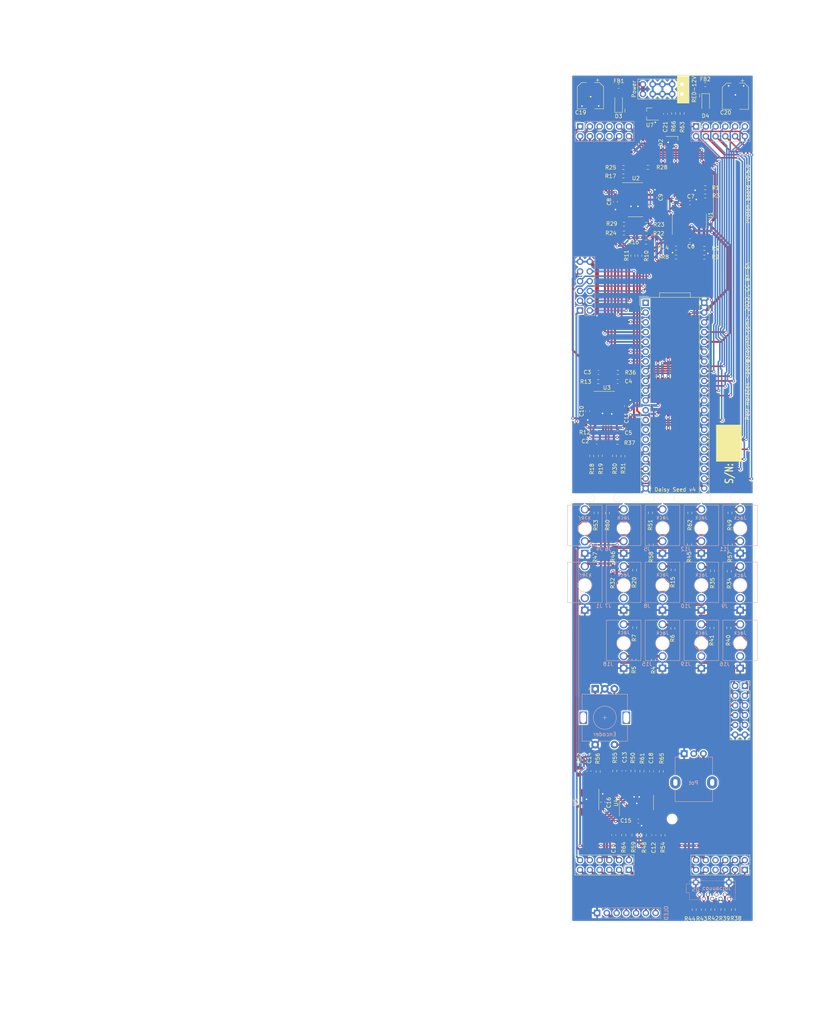
<source format=kicad_pcb>
(kicad_pcb (version 20211014) (generator pcbnew)
  (title_block (title "Proton") (date "2022-03-06") (rev "v0.5.0") (company "Petr Horáček") (comment 1 "petr@zlosynth.com") (comment 2 "https://github.com/zlosynth/proton") (comment 3 "cc-by-sa"))
  (layers (0 "F.Cu" signal) (31 "B.Cu" mixed) (34 "B.Paste" user) (35 "F.Paste" user) (36 "B.SilkS" user "B.Silkscreen") (37 "F.SilkS" user "F.Silkscreen") (38 "B.Mask" user) (39 "F.Mask" user) (44 "Edge.Cuts" user))
  (net 0 "")
  (net 1 "+3V3")
  (net 2 "+3.3VA")
  (net 3 "VCC")
  (net 4 "VEE")
  (net 5 "-10V")
  (net 6 "Net-(D3-Pad2)")
  (net 7 "Net-(J5-PadTN)")
  (net 8 "Net-(J6-PadTN)")
  (net 11 "DAC1")
  (net 12 "DAC2")
  (net 15 "AUDIO_IN1")
  (net 16 "AUDIO_IN2")
  (net 17 "AUDIO_OUT1")
  (net 18 "AUDIO_OUT2")
  (net 19 "GND")
  (net 21 "Net-(C2-Pad1)")
  (net 22 "Net-(C3-Pad1)")
  (net 23 "Net-(C4-Pad2)")
  (net 24 "Net-(C5-Pad2)")
  (net 25 "Net-(D4-Pad1)")
  (net 26 "Net-(J7-PadT)")
  (net 27 "Net-(J8-PadT)")
  (net 28 "Net-(J9-PadT)")
  (net 29 "Net-(J10-PadT)")
  (net 31 "Net-(J11-PadT)")
  (net 32 "Net-(J12-PadT)")
  (net 35 "Net-(J15-PadTN)")
  (net 36 "Net-(J15-PadT)")
  (net 38 "Net-(J16-PadT)")
  (net 39 "Net-(J18-PadT)")
  (net 40 "Net-(J18-PadTN)")
  (net 41 "Net-(FB1-Pad1)")
  (net 42 "Net-(J19-PadT)")
  (net 43 "Net-(FB2-Pad1)")
  (net 44 "Net-(J1-PadT)")
  (net 45 "Net-(R14-Pad1)")
  (net 46 "GATE1")
  (net 47 "GATE2")
  (net 48 "Net-(R10-Pad2)")
  (net 49 "Net-(R11-Pad2)")
  (net 51 "Net-(R16-Pad2)")
  (net 52 "Net-(R17-Pad2)")
  (net 53 "Net-(R22-Pad2)")
  (net 54 "Net-(R24-Pad2)")
  (net 58 "Net-(J4-PadTN)")
  (net 59 "Net-(J11-PadTN)")
  (net 60 "Net-(J12-PadTN)")
  (net 63 "Net-(R1-Pad2)")
  (net 64 "Net-(R2-Pad2)")
  (net 68 "GATE3")
  (net 70 "SD_D2_B")
  (net 71 "SD_D3_B")
  (net 72 "SD_CMD_B")
  (net 73 "SD_CK_B")
  (net 74 "SD_D0_B")
  (net 75 "SD_D1_B")
  (net 76 "OLED_CS_B")
  (net 77 "OLED_CMD_B")
  (net 78 "OLED_RST_B")
  (net 79 "OLED_DATA_B")
  (net 80 "OLED_SCK_B")
  (net 81 "AUDIO_IN2_JACK_A")
  (net 82 "AUDIO_IN1_JACK_A")
  (net 83 "AUDIO_OUT2_JACK_A")
  (net 84 "AUDIO_OUT1_JACK_A")
  (net 85 "PROBE_B")
  (net 86 "AUDIO_IN2_JACK_B")
  (net 87 "AUDIO_IN1_JACK_B")
  (net 88 "AUDIO_OUT2_JACK_B")
  (net 89 "AUDIO_OUT1_JACK_B")
  (net 90 "Net-(R53-Pad1)")
  (net 91 "Net-(R51-Pad1)")
  (net 92 "Net-(R60-Pad1)")
  (net 93 "GATE3_JACK_A")
  (net 94 "GATE2_JACK_A")
  (net 95 "GATE1_JACK_A")
  (net 96 "GATE3_JACK_B")
  (net 97 "GATE2_JACK_B")
  (net 98 "DAC2_JACK_A")
  (net 99 "DAC1_JACK_A")
  (net 100 "GATE1_JACK_B")
  (net 101 "DAC2_JACK_B")
  (net 102 "DAC1_JACK_B")
  (net 104 "POT_B")
  (net 105 "CV5_B")
  (net 106 "Net-(R49-Pad2)")
  (net 107 "CV3_B")
  (net 108 "Net-(C13-Pad2)")
  (net 109 "Net-(C14-Pad2)")
  (net 110 "CV1_B")
  (net 111 "CV2_B")
  (net 112 "Net-(C17-Pad2)")
  (net 113 "CV4_B")
  (net 114 "Net-(C18-Pad2)")
  (net 115 "SD_D1_A")
  (net 116 "SD_D0_A")
  (net 117 "SD_CK_A")
  (net 118 "SD_CMD_A")
  (net 119 "SD_D3_A")
  (net 120 "SD_D2_A")
  (net 121 "POT_A")
  (net 122 "CV5_A")
  (net 123 "OLED_CS_A")
  (net 124 "CV2_A")
  (net 125 "OLED_CMD_A")
  (net 126 "CV4_A")
  (net 127 "OLED_RST_A")
  (net 128 "CV3_A")
  (net 129 "OLED_DATA_A")
  (net 130 "CV1_A")
  (net 131 "OLED_SCK_A")
  (net 132 "PROBE_A")
  (net 133 "ENC_B_A")
  (net 134 "ENC_A_A")
  (net 135 "ENC_CLICK_A")
  (net 136 "ENC_B_B")
  (net 137 "ENC_A_B")
  (net 138 "ENC_CLICK_B")
  (footprint "Resistor_SMD:R_0603_1608Metric_Pad0.98x0.95mm_HandSolder" (layer "F.Cu") (at 122.618677 161.166953 90)
    (fp_text reference "R41")
    (fp_text value "1k")
  )
  (footprint "Resistor_SMD:R_0603_1608Metric_Pad0.98x0.95mm_HandSolder" (layer "F.Cu") (at 126.993677 161.116953 90)
    (fp_text reference "R40")
    (fp_text value "1k")
  )
  (footprint "Resistor_SMD:R_0603_1608Metric_Pad0.98x0.95mm_HandSolder" (layer "F.Cu") (at 127.348677 139.516953 90)
    (fp_text reference "R57")
    (fp_text value "10k")
  )
  (footprint "Resistor_SMD:R_0603_1608Metric_Pad0.98x0.95mm_HandSolder" (layer "F.Cu") (at 106.818677 139.516953 90)
    (fp_text reference "R58")
    (fp_text value "10k")
  )
  (footprint "Resistor_SMD:R_0603_1608Metric_Pad0.98x0.95mm_HandSolder" (layer "F.Cu") (at 102.068677 198.316953 -90)
    (fp_text reference "R50")
    (fp_text value "200k")
  )
  (footprint "Resistor_SMD:R_0603_1608Metric_Pad0.98x0.95mm_HandSolder" (layer "F.Cu") (at 95.398677 131.266953 -90)
    (fp_text reference "R60")
    (fp_text value "100k")
  )
  (footprint "Capacitor_SMD:C_0603_1608Metric_Pad1.08x0.95mm_HandSolder" (layer "F.Cu") (at 98.078677 97.066953)
    (fp_text reference "C4")
    (fp_text value "18p")
  )
  (footprint "Resistor_SMD:R_0603_1608Metric_Pad0.98x0.95mm_HandSolder" (layer "F.Cu") (at 98.098677 94.706953 180)
    (fp_text reference "R36")
    (fp_text value "47k")
  )
  (footprint "Resistor_SMD:R_0603_1608Metric_Pad0.98x0.95mm_HandSolder" (layer "F.Cu") (at 112.638677 27.366953 -90)
    (fp_text reference "R66")
    (fp_text value "1k")
  )
  (footprint "Inductor_SMD:L_0603_1608Metric_Pad1.05x0.95mm_HandSolder" (layer "F.Cu") (at 98.323677 20.316953 180)
    (fp_text reference "FB1")
    (fp_text value "FB" hide)
  )
  (footprint "Resistor_SMD:R_0603_1608Metric_Pad0.98x0.95mm_HandSolder" (layer "F.Cu") (at 114.838677 27.386953 -90)
    (fp_text reference "R63")
    (fp_text value "1k")
  )
  (footprint "Resistor_SMD:R_0603_1608Metric_Pad0.98x0.95mm_HandSolder" (layer "F.Cu") (at 102.318677 214.966953 90)
    (fp_text reference "R59")
    (fp_text value "200k")
  )
  (footprint "Resistor_SMD:R_0603_1608Metric_Pad0.98x0.95mm_HandSolder" (layer "F.Cu") (at 99.448777 116.47544 90)
    (fp_text reference "R31")
    (fp_text value "6k8")
  )
  (footprint "Resistor_SMD:R_0603_1608Metric_Pad0.98x0.95mm_HandSolder" (layer "F.Cu") (at 105.018677 215.016953 90)
    (fp_text reference "R48")
    (fp_text value "200k")
  )
  (footprint "Resistor_SMD:R_0603_1608Metric_Pad0.98x0.95mm_HandSolder" (layer "F.Cu") (at 109.878677 215.016953 90)
    (fp_text reference "R54")
    (fp_text value "33k")
  )
  (footprint "Resistor_SMD:R_0603_1608Metric_Pad0.98x0.95mm_HandSolder" (layer "F.Cu") (at 109.418677 198.436953 -90)
    (fp_text reference "R65")
    (fp_text value "33k")
  )
  (footprint "Inductor_SMD:L_0603_1608Metric_Pad1.05x0.95mm_HandSolder" (layer "F.Cu") (at 120.873677 19.891953)
    (fp_text reference "FB2")
    (fp_text value "FB" hide)
  )
  (footprint "Capacitor_SMD:C_0603_1608Metric_Pad1.08x0.95mm_HandSolder" (layer "F.Cu") (at 110.538677 27.486953 -90)
    (fp_text reference "C21")
    (fp_text value "100n")
  )
  (footprint "Diode_SMD:D_SOD-123" (layer "F.Cu") (at 98.323677 24.841953 90)
    (fp_text reference "D3")
    (fp_text value "Schottky")
  )
  (footprint "Resistor_SMD:R_0603_1608Metric_Pad0.98x0.95mm_HandSolder" (layer "F.Cu") (at 97.328677 198.299453 -90)
    (fp_text reference "R55")
    (fp_text value "33k")
  )
  (footprint "Resistor_SMD:R_0603_1608Metric_Pad0.98x0.95mm_HandSolder" (layer "F.Cu") (at 88.058677 198.406953 -90)
    (fp_text reference "R52")
    (fp_text value "200k")
  )
  (footprint "Capacitor_SMD:C_0603_1608Metric_Pad1.08x0.95mm_HandSolder" (layer "F.Cu") (at 97.058677 214.986953 -90)
    (fp_text reference "C17")
    (fp_text value "3n3")
  )
  (footprint "Capacitor_SMD:C_0603_1608Metric_Pad1.08x0.95mm_HandSolder" (layer "F.Cu") (at 100.368777 103.48544 -90)
    (fp_text reference "C11")
    (fp_text value "100n")
  )
  (footprint "Capacitor_SMD:CP_Elec_6.3x5.8" (layer "F.Cu") (at 128.723677 22.891953 -90)
    (fp_text reference "C20" hide)
    (fp_text value "10u")
  )
  (footprint "Capacitor_SMD:CP_Elec_6.3x5.8" (layer "F.Cu") (at 90.998677 22.741953 -90)
    (fp_text reference "C19" hide)
    (fp_text value "10u")
  )
  (footprint "Capacitor_SMD:C_0603_1608Metric_Pad1.08x0.95mm_HandSolder" (layer "F.Cu") (at 107.508677 215.016953 -90)
    (fp_text reference "C12")
    (fp_text value "3n3")
  )
  (footprint "Package_TO_SOT_SMD:SOT-23_Handsoldering" (layer "F.Cu") (at 113.018677 34.926953)
    (fp_text reference "D2")
    (fp_text value "BAT54S")
  )
  (footprint "Resistor_SMD:R_0603_1608Metric_Pad0.98x0.95mm_HandSolder" (layer "F.Cu") (at 116.878677 131.236953 -90)
    (fp_text reference "R62")
    (fp_text value "100k")
  )
  (footprint "Capacitor_SMD:C_0603_1608Metric_Pad1.08x0.95mm_HandSolder" (layer "F.Cu") (at 106.888677 198.416953 90)
    (fp_text reference "C18")
    (fp_text value "3n3")
  )
  (footprint "Resistor_SMD:R_0603_1608Metric_Pad0.98x0.95mm_HandSolder" (layer "F.Cu") (at 99.658677 214.986953 90)
    (fp_text reference "R64")
    (fp_text value "33k")
  )
  (footprint "Capacitor_SMD:C_0603_1608Metric_Pad1.08x0.95mm_HandSolder" (layer "F.Cu") (at 103.428677 211.356953 180)
    (fp_text reference "C15")
    (fp_text value "3n3")
  )
  (footprint "Capacitor_SMD:C_0603_1608Metric_Pad1.08x0.95mm_HandSolder" (layer "F.Cu") (at 90.608677 198.386953 -90)
    (fp_text reference "C14")
    (fp_text value "3n3")
  )
  (footprint "Resistor_SMD:R_0603_1608Metric_Pad0.98x0.95mm_HandSolder" (layer "F.Cu") (at 92.458677 131.236953 -90)
    (fp_text reference "R53")
    (fp_text value "100k")
  )
  (footprint "Resistor_SMD:R_0603_1608Metric_Pad0.98x0.95mm_HandSolder" (layer "F.Cu") (at 92.998677 198.466953 90)
    (fp_text reference "R56")
    (fp_text value "33k")
  )
  (footprint "Resistor_SMD:R_0603_1608Metric_Pad0.98x0.95mm_HandSolder" (layer "F.Cu") (at 127.328677 131.226953 -90)
    (fp_text reference "R49")
    (fp_text value "100k")
  )
  (footprint "Resistor_SMD:R_0603_1608Metric_Pad0.98x0.95mm_HandSolder" (layer "F.Cu") (at 106.588677 131.216953 -90)
    (fp_text reference "R51")
    (fp_text value "100k")
  )
  (footprint "Package_TO_SOT_SMD:SOT-23_Handsoldering" (layer "F.Cu") (at 106.358677 27.516953 180)
    (fp_text reference "U7")
    (fp_text value "LM4040C10")
  )
  (footprint "Capacitor_SMD:C_0603_1608Metric_Pad1.08x0.95mm_HandSolder" (layer "F.Cu") (at 116.916177 60.421953)
    (fp_text reference "C6")
    (fp_text value "100n")
  )
  (footprint "Capacitor_SMD:C_0603_1608Metric_Pad1.08x0.95mm_HandSolder" (layer "F.Cu") (at 116.886177 50.581953 180)
    (fp_text reference "C7")
    (fp_text value "100n")
  )
  (footprint "Capacitor_SMD:C_0603_1608Metric_Pad1.08x0.95mm_HandSolder" (layer "F.Cu") (at 97.476177 50.321953 -90)
    (fp_text reference "C8")
    (fp_text value "100n")
  )
  (footprint "Capacitor_SMD:C_0603_1608Metric_Pad1.08x0.95mm_HandSolder" (layer "F.Cu") (at 107.726177 49.231953 -90)
    (fp_text reference "C9")
    (fp_text value "100n")
  )
  (footprint "Resistor_SMD:R_0603_1608Metric_Pad0.98x0.95mm_HandSolder" (layer "F.Cu") (at 120.886177 46.671953)
    (fp_text reference "R1")
    (fp_text value "33k")
  )
  (footprint "Resistor_SMD:R_0603_1608Metric_Pad0.98x0.95mm_HandSolder" (layer "F.Cu") (at 120.646177 64.731953 180)
    (fp_text reference "R2")
    (fp_text value "33k")
  )
  (footprint "Resistor_SMD:R_0603_1608Metric_Pad0.98x0.95mm_HandSolder" (layer "F.Cu") (at 102.318677 169.406953 90)
    (fp_text reference "R5")
    (fp_text value "10k")
  )
  (footprint "Resistor_SMD:R_0603_1608Metric_Pad0.98x0.95mm_HandSolder" (layer "F.Cu") (at 112.418677 161.241953 -90)
    (fp_text reference "R6")
    (fp_text value "47k")
  )
  (footprint "Resistor_SMD:R_0603_1608Metric_Pad0.98x0.95mm_HandSolder" (layer "F.Cu") (at 102.493677 161.091953 -90)
    (fp_text reference "R7")
    (fp_text value "47k")
  )
  (footprint "Resistor_SMD:R_0603_1608Metric_Pad0.98x0.95mm_HandSolder" (layer "F.Cu") (at 113.273677 64.716953)
    (fp_text reference "R8")
    (fp_text value "33k")
  )
  (footprint "Resistor_SMD:R_0603_1608Metric_Pad0.98x0.95mm_HandSolder" (layer "F.Cu") (at 103.846177 64.321953 90)
    (fp_text reference "R10")
    (fp_text value "100k")
  )
  (footprint "Resistor_SMD:R_0603_1608Metric_Pad0.98x0.95mm_HandSolder" (layer "F.Cu") (at 102.021177 64.346953 90)
    (fp_text reference "R11")
    (fp_text value "100k")
  )
  (footprint "Resistor_SMD:R_0603_1608Metric_Pad0.98x0.95mm_HandSolder" (layer "F.Cu") (at 113.276177 62.391953 180)
    (fp_text reference "R14")
    (fp_text value "100k")
  )
  (footprint "Resistor_SMD:R_0603_1608Metric_Pad0.98x0.95mm_HandSolder" (layer "F.Cu") (at 112.493677 146.041953 90)
    (fp_text reference "R15")
    (fp_text value "100R")
  )
  (footprint "Resistor_SMD:R_0603_1608Metric_Pad0.98x0.95mm_HandSolder" (layer "F.Cu") (at 105.446177 60.821953)
    (fp_text reference "R16")
    (fp_text value "200k")
  )
  (footprint "Resistor_SMD:R_0603_1608Metric_Pad0.98x0.95mm_HandSolder" (layer "F.Cu") (at 99.536177 43.611953 180)
    (fp_text reference "R17")
    (fp_text value "200k")
  )
  (footprint "Resistor_SMD:R_0603_1608Metric_Pad0.98x0.95mm_HandSolder" (layer "F.Cu") (at 91.318777 116.42544 -90)
    (fp_text reference "R18")
    (fp_text value "1k")
  )
  (footprint "Resistor_SMD:R_0603_1608Metric_Pad0.98x0.95mm_HandSolder" (layer "F.Cu") (at 93.548777 116.38544 -90)
    (fp_text reference "R19")
    (fp_text value "1k")
  )
  (footprint "Resistor_SMD:R_0603_1608Metric_Pad0.98x0.95mm_HandSolder" (layer "F.Cu") (at 102.493677 146.091953 90)
    (fp_text reference "R20")
    (fp_text value "100R")
  )
  (footprint "Resistor_SMD:R_0603_1608Metric_Pad0.98x0.95mm_HandSolder" (layer "F.Cu") (at 105.516177 58.591953 180)
    (fp_text reference "R22")
    (fp_text value "33k")
  )
  (footprint "Resistor_SMD:R_0603_1608Metric_Pad0.98x0.95mm_HandSolder" (layer "F.Cu") (at 99.686177 58.481953)
    (fp_text reference "R24")
    (fp_text value "33k")
  )
  (footprint "Resistor_SMD:R_0603_1608Metric_Pad0.98x0.95mm_HandSolder" (layer "F.Cu") (at 99.566177 41.431953)
    (fp_text reference "R25")
    (fp_text value "33k")
  )
  (footprint "Resistor_SMD:R_0603_1608Metric_Pad0.98x0.95mm_HandSolder" (layer "F.Cu") (at 105.936177 41.391953)
    (fp_text reference "R28")
    (fp_text value "100k")
  )
  (footprint "Resistor_SMD:R_0603_1608Metric_Pad0.98x0.95mm_HandSolder" (layer "F.Cu") (at 99.706177 56.151953 180)
    (fp_text reference "R29")
    (fp_text value "100k")
  )
  (footprint "Resistor_SMD:R_0603_1608Metric_Pad0.98x0.95mm_HandSolder" (layer "F.Cu") (at 96.808677 146.316953 90)
    (fp_text reference "R32")
    (fp_text value "100R")
  )
  (footprint "Resistor_SMD:R_0603_1608Metric_Pad0.98x0.95mm_HandSolder" (layer "F.Cu") (at 127.118677 146.391953 90)
    (fp_text reference "R34")
    (fp_text value "1k")
  )
  (footprint "Resistor_SMD:R_0603_1608Metric_Pad0.98x0.95mm_HandSolder" (layer "F.Cu") (at 122.743677 146.266953 90)
    (fp_text reference "R35")
    (fp_text value "1k")
  )
  (footprint "Resistor_SMD:R_0603_1608Metric_Pad0.98x0.95mm_HandSolder" (layer "F.Cu") (at 125.468677 234.341953 90)
    (fp_text reference "R39")
    (fp_text value "47k" hide)
  )
  (footprint "Resistor_SMD:R_0603_1608Metric_Pad0.98x0.95mm_HandSolder" (layer "F.Cu") (at 122.843677 234.341953 90)
    (fp_text reference "R42")
    (fp_text value "47k" hide)
  )
  (footprint "Resistor_SMD:R_0603_1608Metric_Pad0.98x0.95mm_HandSolder" (layer "F.Cu") (at 120.393677 234.391953 90)
    (fp_text reference "R43")
    (fp_text value "47k")
  )
  (footprint "Resistor_SMD:R_0603_1608Metric_Pad0.98x0.95mm_HandSolder" (layer "F.Cu") (at 117.993677 234.391953 90)
    (fp_text reference "R44")
    (fp_text value "47k" hide)
  )
  (footprint "Resistor_SMD:R_0603_1608Metric_Pad0.98x0.95mm_HandSolder" (layer "F.Cu") (at 92.278677 139.536953 90)
    (fp_text reference "R47")
    (fp_text value "10k")
  )
  (footprint "Package_SO:SOIC-14_3.9x8.7mm_P1.27mm" (layer "F.Cu") (at 116.726177 55.421953 90)
    (fp_text reference "U1")
    (fp_text value "TL074")
  )
  (footprint "Package_SO:SOIC-14_3.9x8.7mm_P1.27mm" (layer "F.Cu") (at 102.716177 49.801953)
    (fp_text reference "U2")
    (fp_text value "TL074")
  )
  (footprint "Resistor_SMD:R_0603_1608Metric_Pad0.98x0.95mm_HandSolder" (layer "F.Cu") (at 96.878677 139.466953 90)
    (fp_text reference "R46")
    (fp_text value "10k")
  )
  (footprint "Capacitor_SMD:C_0603_1608Metric_Pad1.08x0.95mm_HandSolder" (layer "F.Cu") (at 90.258777 104.78544 -90)
    (fp_text reference "C10")
    (fp_text value "100n")
  )
  (footprint "Resistor_SMD:R_0603_1608Metric_Pad0.98x0.95mm_HandSolder" (layer "F.Cu") (at 120.836177 48.841953)
    (fp_text reference "R3")
    (fp_text value "100k")
  )
  (footprint "Capacitor_SMD:C_0603_1608Metric_Pad1.08x0.95mm_HandSolder" (layer "F.Cu") (at 93.058677 94.716953 180)
    (fp_text reference "C3")
    (fp_text value "18p")
  )
  (footprint "Resistor_SMD:R_0603_1608Metric_Pad0.98x0.95mm_HandSolder" (layer "F.Cu") (at 92.998677 97.096953)
    (fp_text reference "R13")
    (fp_text value "6k8")
  )
  (footprint "Capacitor_SMD:C_0603_1608Metric_Pad1.08x0.95mm_HandSolder" (layer "F.Cu") (at 92.588777 112.83544)
    (fp_text reference "C2")
    (fp_text value "18p")
  )
  (footprint "Package_SO:SOIC-14_3.9x8.7mm_P1.27mm" (layer "F.Cu") (at 95.338777 104.06544)
    (fp_text reference "U3")
    (fp_text value "TL074")
  )
  (footprint "Capacitor_SMD:C_0603_1608Metric_Pad1.08x0.95mm_HandSolder" (layer "F.Cu") (at 98.068777 110.40544 180)
    (fp_text reference "C5")
    (fp_text value "18p")
  )
  (footprint "Resistor_SMD:R_0603_1608Metric_Pad0.98x0.95mm_HandSolder" (layer "F.Cu") (at 97.998777 112.87544)
    (fp_text reference "R37")
    (fp_text value "47k")
  )
  (footprint "Resistor_SMD:R_0603_1608Metric_Pad0.98x0.95mm_HandSolder" (layer "F.Cu") (at 92.648777 110.35544 180)
    (fp_text reference "R12")
    (fp_text value "6k8")
  )
  (footprint "Resistor_SMD:R_0603_1608Metric_Pad0.98x0.95mm_HandSolder" (layer "F.Cu") (at 128.168677 234.366953 90)
    (fp_text reference "R38")
    (fp_text value "47k" hide)
  )
  (footprint "Resistor_SMD:R_0603_1608Metric_Pad0.98x0.95mm_HandSolder" (layer "F.Cu") (at 107.378677 169.476953 90)
    (fp_text reference "R4")
    (fp_text value "10k")
  )
  (footprint "Resistor_SMD:R_0603_1608Metric_Pad0.98x0.95mm_HandSolder" (layer "F.Cu") (at 120.636177 62.461953)
    (fp_text reference "R9")
    (fp_text value "100k")
  )
  (footprint "Diode_SMD:D_SOD-123" (layer "F.Cu") (at 120.973677 24.466953 -90)
    (fp_text reference "D4" hide)
    (fp_text value "Schottky")
  )
  (footprint "Resistor_SMD:R_0603_1608Metric_Pad0.98x0.95mm_HandSolder" (layer "F.Cu") (at 105.486177 56.241953 180)
    (fp_text reference "R23")
    (fp_text value "33k")
  )
  (footprint "Connector_PinHeader_2.54mm:PinHeader_2x05_P2.54mm_Vertical" (layer "F.Cu") (at 114.803677 19.771953 -90)
    (fp_text reference "J17" hide)
    (fp_text value "Power")
  )
  (footprint "Package_SO:SOIC-14_3.9x8.7mm_P1.27mm" (layer "F.Cu") (at 102.968677 206.556953 90)
    (fp_text reference "U4")
    (fp_text value "MCP6004")
  )
  (footprint "Package_SO:SOIC-8_3.9x4.9mm_P1.27mm" (layer "F.Cu") (at 90.608677 206.496953 -90)
    (fp_text reference "U5")
    (fp_text value "MCP6002")
  )
  (footprint "Capacitor_SMD:C_0603_1608Metric_Pad1.08x0.95mm_HandSolder" (layer "F.Cu") (at 94.228677 206.436953 -90)
    (fp_text reference "C16")
    (fp_text value "3n3")
  )
  (footprint "Device_Audio_Electrosmith_Daisy_Seed:Device_Audio_Electrosmith_Daisy_Seed" (layer "F.Cu") (at 105.361177 76.596953)
    (fp_text reference "A1" hide)
    (fp_text value "Daisy Seed v4")
  )
  (footprint "Capacitor_SMD:C_0603_1608Metric_Pad1.08x0.95mm_HandSolder" (layer "F.Cu") (at 99.698677 198.316953 90)
    (fp_text reference "C13")
    (fp_text value "3n3")
  )
  (footprint "Resistor_SMD:R_0603_1608Metric_Pad0.98x0.95mm_HandSolder" (layer "F.Cu") (at 104.388677 198.386953 -90)
    (fp_text reference "R61")
    (fp_text value "200k")
  )
  (footprint "Resistor_SMD:R_0603_1608Metric_Pad0.98x0.95mm_HandSolder" (layer "F.Cu") (at 97.228777 116.43544 90)
    (fp_text reference "R30")
    (fp_text value "6k8")
  )
  (footprint "Resistor_SMD:R_0603_1608Metric_Pad0.98x0.95mm_HandSolder" (layer "F.Cu") (at 116.768677 139.491953 90)
    (fp_text reference "R45")
    (fp_text value "10k")
  )
  (footprint "Connector_PinSocket_2.54mm:PinSocket_2x06_P2.54mm_Vertical" (layer "F.Cu") (at 100.978677 224.046953 -90)
    (fp_text reference "J3" hide)
    (fp_text value "NE_B")
  )
  (footprint "Panelization:mouse-bite-2mm-slot" (layer "F.Cu") (at 94.512177 127.405953 180)
    (fp_text reference "mouse-bite-2mm-slot" hide)
    (fp_text value "VAL**" hide)
  )
  (footprint "MountingHole:MountingHole_2.2mm_M2" (layer "F.Cu") (at 112.243677 210.816953 180)
    (fp_text reference "REF**" hide)
    (fp_text value "MountingHole_2.2mm_M2" hide)
  )
  (footprint "Panelization:mouse-bite-2mm-slot" (layer "F.Cu") (at 110.132177 127.395953 180)
    (fp_text reference "mouse-bite-2mm-slot" hide)
    (fp_text value "VAL**" hide)
  )
  (footprint "Connector_PinSocket_2.54mm:PinSocket_2x06_P2.54mm_Vertical" (layer "F.Cu") (at 131.158677 224.046953 -90)
    (fp_text reference "J14" hide)
    (fp_text value "NW_B")
  )
  (footprint "Panelization:mouse-bite-2mm-slot" (layer "F.Cu") (at 124.828677 127.436953 180)
    (fp_text reference "mouse-bite-2mm-slot" hide)
    (fp_text value "VAL**" hide)
  )
  (footprint "Connector_PinSocket_2.54mm:PinSocket_2x06_P2.54mm_Vertical" (layer "F.Cu") (at 131.188677 176.196953)
    (fp_text reference "J20" hide)
    (fp_text value "SW_B")
  )
  (footprint "Connector_Audio:Jack_3.5mm_QingPu_WQP-PJ398SM_Vertical_CircularHoles" (layer "B.Cu") (at 129.958677 141.706953)
    (fp_text reference "J11")
    (fp_text value "Jack")
  )
  (footprint "Connector_Audio:Jack_3.5mm_QingPu_WQP-PJ398SM_Vertical_CircularHoles" (layer "B.Cu") (at 89.518677 141.706953)
    (fp_text reference "J4")
    (fp_text value "Jack")
  )
  (footprint "Connector_Audio:Jack_3.5mm_QingPu_WQP-PJ398SM_Vertical_CircularHoles" (layer "B.Cu") (at 99.628677 141.706953)
    (fp_text reference "J6")
    (fp_text value "Jack")
  )
  (footprint "Rotary_Encoder:RotaryEncoder_Alps_EC11E-Switch_Vertical_H20mm" (layer "B.Cu") (at 92.218677 176.976953 -90)
    (fp_text reference "SW1" hide)
    (fp_text value "Encoder")
  )
  (footprint "Connector_Audio:Jack_3.5mm_QingPu_WQP-PJ398SM_Vertical_CircularHoles" (layer "B.Cu") (at 109.738677 171.596953)
    (fp_text reference "J15")
    (fp_text value "Jack")
  )
  (footprint "Connector_Audio:Jack_3.5mm_QingPu_WQP-PJ398SM_Vertical_CircularHoles" (layer "B.Cu") (at 109.738677 156.506953)
    (fp_text reference "J8")
    (fp_text value "Jack")
  )
  (footprint "Connector_Audio:Jack_3.5mm_QingPu_WQP-PJ398SM_Vertical_CircularHoles" (layer "B.Cu") (at 119.848677 171.596953)
    (fp_text reference "J19")
    (fp_text value "Jack")
  )
  (footprint "Connector_Audio:Jack_3.5mm_QingPu_WQP-PJ398SM_Vertical_CircularHoles" (layer "B.Cu") (at 119.848677 156.506953)
    (fp_text reference "J10")
    (fp_text value "Jack")
  )
  (footprint "Connector_Audio:Jack_3.5mm_QingPu_WQP-PJ398SM_Vertical_CircularHoles" (layer "B.Cu") (at 129.958677 171.596953)
    (fp_text reference "J16")
    (fp_text value "Jack")
  )
  (footprint "Connector_Audio:Jack_3.5mm_QingPu_WQP-PJ398SM_Vertical_CircularHoles" (layer "B.Cu") (at 119.848677 141.706953)
    (fp_text reference "J12")
    (fp_text value "Jack")
  )
  (footprint "Connector_Audio:Jack_3.5mm_QingPu_WQP-PJ398SM_Vertical_CircularHoles" (layer "B.Cu") (at 129.958677 156.506953)
    (fp_text reference "J9")
    (fp_text value "Jack")
  )
  (footprint "Connector_PinSocket_2.54mm:PinSocket_1x07_P2.54mm_Vertical" (layer "B.Cu") (at 92.708677 235.256953 -90)
    (fp_text reference "J2" hide)
    (fp_text value "OLED")
  )
  (footprint "Custom:outline" (layer "B.Cu") (at 109.708677 182.976953)
    (fp_text reference "G***" hide)
    (fp_text value "LOGO" hide)
  )
  (footprint "Connector_Audio:Jack_3.5mm_QingPu_WQP-PJ398SM_Vertical_CircularHoles" (layer "B.Cu") (at 99.628677 171.596953)
    (fp_text reference "J18")
    (fp_text value "Jack")
  )
  (footprint "Connector_Audio:Jack_3.5mm_QingPu_WQP-PJ398SM_Vertical_CircularHoles" (layer "B.Cu") (at 109.738677 141.706953)
    (fp_text reference "J5")
    (fp_text value "Jack")
  )
  (footprint "Custom:microsd_connector" (layer "B.Cu") (at 122.328677 228.846953)
    (fp_text reference "J13" hide)
    (fp_text value "Micro_SD" hide)
  )
  (footprint "Connector_Audio:Jack_3.5mm_QingPu_WQP-PJ398SM_Vertical_CircularHoles" (layer "B.Cu") (at 99.628677 156.506953)
    (fp_text reference "J7")
    (fp_text value "Jack")
  )
  (footprint "Connector_Audio:Jack_3.5mm_QingPu_WQP-PJ398SM_Vertical_CircularHoles" (layer "B.Cu") (at 89.518677 156.506953)
    (fp_text reference "J1")
    (fp_text value "Jack")
  )
  (footprint "Connector_PinHeader_2.54mm:PinHeader_2x06_P2.54mm_Vertical" (layer "B.Cu") (at 118.478677 30.756953 -90)
    (fp_text reference "J23" hide)
    (fp_text value "NE_A")
  )
  (footprint "Connector_PinHeader_2.54mm:PinHeader_2x06_P2.54mm_Vertical" (layer "B.Cu") (at 88.268677 78.606953)
    (fp_text reference "J22" hide)
    (fp_text value "SW_A")
  )
  (footprint "Potentiometer_THT:Potentiometer_Alpha_RD901F-40-00D_Single_Vertical" (layer "B.Cu") (at 115.388677 193.816953 -90)
    (fp_text reference "RV1" hide)
    (fp_text value "Pot")
  )
  (footprint "Connector_PinHeader_2.54mm:PinHeader_2x06_P2.54mm_Vertical" (layer "B.Cu") (at 88.298677 30.756953 -90)
    (fp_text reference "J21" hide)
    (fp_text value "NW_A")
  )
  (gr_poly (pts (xy 113.587677 24.699953) (xy 113.587677 17.489953) (xy 116.667677 17.489953) (xy 116.667677 24.699953)) (layer "F.SilkS") (width 0.1) (fill solid))
  (gr_poly (pts (xy 130.318677 108.366953) (xy 130.318677 117.836953) (xy 123.738677 117.836953) (xy 123.738677 108.366953)) (layer "F.SilkS") (width 0.1) (fill solid))
  (gr_line (start 99.973677 27.066953) (end 99.973677 26.166953) (layer "F.SilkS") (width 0.12))
  (gr_line (start 119.398677 23.166953) (end 119.398677 22.266953) (layer "F.SilkS") (width 0.12))
  (gr_line (start 85.948677 237.596953) (end 133.503677 237.596953) (layer "Edge.Cuts") (width 0.05))
  (gr_circle (center 129.958677 150.017967) (end 128.458677 150.017967) (layer "Edge.Cuts") (width 0.05) (fill none))
  (gr_line (start 85.958677 128.426953) (end 85.948677 237.596953) (layer "Edge.Cuts") (width 0.05))
  (gr_arc (start 121.368677 126.426954) (mid 122.378716 127.431386) (end 121.359812 128.426824) (layer "Edge.Cuts") (width 0.05))
  (gr_arc (start 128.378677 128.426952) (mid 127.368638 127.42252) (end 128.387542 126.427082) (layer "Edge.Cuts") (width 0.05))
  (gr_line (start 85.948676 126.416953) (end 85.943677 17.246953) (layer "Edge.Cuts") (width 0.05))
  (gr_circle (center 129.958677 165.117967) (end 128.458677 165.117967) (layer "Edge.Cuts") (width 0.05) (fill none))
  (gr_line (start 133.498677 17.246953) (end 85.943677 17.246953) (layer "Edge.Cuts") (width 0.05))
  (gr_circle (center 109.738677 150.017967) (end 108.238677 150.017967) (layer "Edge.Cuts") (width 0.05) (fill none))
  (gr_line (start 106.657542 126.407083) (end 98.067581 126.421515) (layer "Edge.Cuts") (width 0.05))
  (gr_circle (center 119.848677 135.239472) (end 118.348677 135.239472) (layer "Edge.Cuts") (width 0.05) (fill none))
  (gr_line (start 106.648677 128.406953) (end 98.058716 128.421385) (layer "Edge.Cuts") (width 0.05))
  (gr_line (start 133.488677 126.416953) (end 133.498677 17.246953) (layer "Edge.Cuts") (width 0.05))
  (gr_line (start 133.488677 126.416953) (end 128.387542 126.427082) (layer "Edge.Cuts") (width 0.05))
  (gr_line (start 133.498678 128.426953) (end 128.378677 128.426953) (layer "Edge.Cuts") (width 0.05))
  (gr_circle (center 99.628677 165.117967) (end 98.128677 165.117967) (layer "Edge.Cuts") (width 0.05) (fill none))
  (gr_arc (start 106.657542 126.407083) (mid 107.667579 127.411515) (end 106.648677 128.406953) (layer "Edge.Cuts") (width 0.05))
  (gr_circle (center 129.968677 135.226953) (end 128.468677 135.226953) (layer "Edge.Cuts") (width 0.05) (fill none))
  (gr_circle (center 109.738677 165.117967) (end 108.238677 165.117967) (layer "Edge.Cuts") (width 0.05) (fill none))
  (gr_circle (center 119.848677 165.117967) (end 118.348677 165.117967) (layer "Edge.Cuts") (width 0.05) (fill none))
  (gr_line (start 121.368677 126.426954) (end 113.676407 126.407211) (layer "Edge.Cuts") (width 0.05))
  (gr_circle (center 99.628677 135.234622) (end 98.128677 135.234622) (layer "Edge.Cuts") (width 0.05) (fill none))
  (gr_circle (center 119.848677 150.027967) (end 118.348677 150.027967) (layer "Edge.Cuts") (width 0.05) (fill none))
  (gr_line (start 121.359812 128.426824) (end 113.667542 128.407081) (layer "Edge.Cuts") (width 0.05))
  (gr_line (start 85.958677 128.426953) (end 91.039851 128.421257) (layer "Edge.Cuts") (width 0.05))
  (gr_circle (center 89.538677 150.017967) (end 88.038677 150.017967) (layer "Edge.Cuts") (width 0.05) (fill none))
  (gr_arc (start 91.048716 126.421387) (mid 92.058753 127.425816) (end 91.039851 128.421257) (layer "Edge.Cuts") (width 0.05))
  (gr_circle (center 109.738677 135.237731) (end 108.238677 135.237731) (layer "Edge.Cuts") (width 0.05) (fill none))
  (gr_circle (center 99.618677 150.028867) (end 98.118677 150.028867) (layer "Edge.Cuts") (width 0.05) (fill none))
  (gr_line (start 133.498678 128.426953) (end 133.503677 237.596953) (layer "Edge.Cuts") (width 0.05))
  (gr_arc (start 98.058716 128.421385) (mid 97.048677 127.416953) (end 98.067581 126.421515) (layer "Edge.Cuts") (width 0.05))
  (gr_circle (center 89.508677 135.227491) (end 88.008677 135.227491) (layer "Edge.Cuts") (width 0.05) (fill none))
  (gr_line (start 91.048716 126.421387) (end 85.948676 126.416953) (layer "Edge.Cuts") (width 0.05))
  (gr_arc (start 113.667542 128.407081) (mid 112.657503 127.402649) (end 113.676407 126.407211) (layer "Edge.Cuts") (width 0.05))
  (gr_text "SD connector" (at 122.428677 229.026953 180) (layer "B.SilkS") (effects (font (size 1 1)) (justify mirror)))
  (gr_text "Jack" (at 89.668677 147.476953 180) (layer "B.SilkS") (effects (font (size 1 1)) (justify mirror)))
  (gr_text "Jack" (at 89.438677 132.646953 180) (layer "B.SilkS") (effects (font (size 1 1)) (justify mirror)))
  (gr_text "RED-12V" (at 117.988677 21.126953 90) (layer "F.SilkS") (effects (font (size 1 1))))
  (gr_text "S/N:" (at 127.108677 121.016953 90) (layer "F.SilkS") (effects (font (size 2 1.5) (thickness 0.3))))
  (gr_text "Proton," (at 131.948677 50.486953 90) (layer "F.SilkS") (effects (font (size 1 1)) (justify right)))
  (gr_text "Petr Horáček <petr@zlosynth.com>, 2022, CC BY-SA" (at 131.838677 86.606953 90) (layer "F.SilkS") (effects (font (size 1 1))))
  (gr_text "board v0.5.0" (at 131.978677 50.246953 90) (layer "F.SilkS") (effects (font (size 1 1)) (justify left)))
  (segment (start 121.368677 58.796953) (end 121.368677 56.854653) (width 0.5) (layer "F.Cu") (net 1))
  (segment (start 112.492505 49.143125) (end 113.208677 48.426953) (width 0.5) (layer "F.Cu") (net 1))
  (segment (start 115.318677 236.766953) (end 114.388677 236.766953) (width 0.7) (layer "F.Cu") (net 1))
  (segment (start 100.978677 224.046953) (end 113.698677 236.766953) (width 0.7) (layer "F.Cu") (net 1))
  (segment (start 128.168677 235.279453) (end 125.493677 235.279453) (width 0.7) (layer "F.Cu") (net 1))
  (segment (start 113.698677 236.766953) (end 114.388677 236.766953) (width 0.7) (layer "F.Cu") (net 1))
  (segment (start 125.493677 235.279453) (end 125.468677 235.254453) (width 0.7) (layer "F.Cu") (net 1))
  (segment (start 114.388677 236.766953) (end 96.668677 236.766953) (width 0.7) (layer "F.Cu") (net 1))
  (segment (start 122.493599 75.901875) (end 122.508677 75.886797) (width 0.5) (layer "F.Cu") (net 1))
  (segment (start 122.508677 71.896953) (end 122.508677 59.836953) (width 0.5) (layer "F.Cu") (net 1))
  (segment (start 120.443677 235.254453) (end 120.393677 235.304453) (width 0.7) (layer "F.Cu") (net 1))
  (segment (start 124.281177 235.254453) (end 124.281177 233.169453) (width 0.7) (layer "F.Cu") (net 1))
  (segment (start 122.408677 59.836953) (end 121.368677 58.796953) (width 0.5) (layer "F.Cu") (net 1))
  (segment (start 96.668677 236.766953) (end 96.668677 236.676953) (width 0.7) (layer "F.Cu") (net 1))
  (segment (start 122.843677 235.254453) (end 120.443677 235.254453) (width 0.7) (layer "F.Cu") (net 1))
  (segment (start 118.478677 30.756953) (end 116.678677 30.756953) (width 0.4) (layer "F.Cu") (net 1))
  (segment (start 122.508677 75.886797) (end 122.508677 71.896953) (width 0.5) (layer "F.Cu") (net 1))
  (segment (start 120.601177 81.676953) (end 122.598677 79.679453) (width 0.5) (layer "F.Cu") (net 1))
  (segment (start 121.368677 56.854653) (end 121.070977 56.556953) (width 0.5) (layer "F.Cu") (net 1))
  (segment (start 96.668677 236.676953) (end 95.248677 235.256953) (width 0.7) (layer "F.Cu") (net 1))
  (segment (start 111.558677 35.876953) (end 111.518677 35.876953) (width 0.4) (layer "F.Cu") (net 1))
  (segment (start 122.598677 79.679453) (end 122.598677 79.006953) (width 0.5) (layer "F.Cu") (net 1))
  (segment (start 111.588677 35.946953) (end 111.518677 35.876953) (width 0.5) (layer "F.Cu") (net 1))
  (segment (start 120.393677 235.304453) (end 117.993677 235.304453) (width 0.7) (layer "F.Cu") (net 1))
  (segment (start 113.228677 35.946953) (end 111.588677 35.946953) (width 0.5) (layer "F.Cu") (net 1))
  (segment (start 116.531177 236.766953) (end 115.318677 236.766953) (width 0.7) (layer "F.Cu") (net 1))
  (segment (start 125.468677 235.254453) (end 124.281177 235.254453) (width 0.7) (layer "F.Cu") (net 1))
  (segment (start 117.993677 235.304453) (end 116.531177 236.766953) (width 0.7) (layer "F.Cu") (net 1))
  (segment (start 121.070977 56.556953) (end 118.885877 54.371853) (width 0.5) (layer "F.Cu") (net 1))
  (segment (start 111.983939 53.838102) (end 111.983939 53.212215) (width 0.5) (layer "F.Cu") (net 1))
  (segment (start 116.678677 30.756953) (end 111.558677 35.876953) (width 0.4) (layer "F.Cu") (net 1))
  (segment (start 118.885877 54.371853) (end 112.51769 54.371853) (width 0.5) (layer "F.Cu") (net 1))
  (segment (start 112.51769 54.371853) (end 111.983939 53.838102) (width 0.5) (layer "F.Cu") (net 1))
  (segment (start 113.208677 48.426953) (end 113.208677 39.716353) (width 0.5) (layer "F.Cu") (net 1))
  (segment (start 124.281177 235.254453) (end 122.843677 235.254453) (width 0.7) (layer "F.Cu") (net 1))
  (segment (start 122.508677 59.836953) (end 122.408677 59.836953) (width 0.5) (layer "F.Cu") (net 1))
  (segment (start 124.281177 233.169453) (end 122.678677 231.566953) (width 0.7) (layer "F.Cu") (net 1))
  (via (at 122.493599 75.901875) (size 0.8) (drill 0.4) (layers "F.Cu" "B.Cu") (net 1))
  (via (at 111.983939 53.212215) (size 0.8) (drill 0.4) (layers "F.Cu" "B.Cu") (net 1))
  (via (at 122.598677 79.006953) (size 0.8) (drill 0.4) (layers "F.Cu" "B.Cu") (net 1))
  (via (at 113.208677 39.716353) (size 0.8) (drill 0.4) (layers "F.Cu" "B.Cu") (net 1))
  (via (at 113.228677 35.946953) (size 0.8) (drill 0.4) (layers "F.Cu" "B.Cu") (net 1))
  (via (at 112.492505 49.143125) (size 0.8) (drill 0.4) (layers "F.Cu" "B.Cu") (net 1))
  (segment (start 111.983939 53.212215) (end 111.621015 52.849291) (width 0.5) (layer "B.Cu") (net 1))
  (segment (start 122.598677 79.006953) (end 122.598677 76.006953) (width 0.5) (layer "B.Cu") (net 1))
  (segment (start 122.598677 76.006953) (end 122.493599 75.901875) (width 0.5) (layer "B.Cu") (net 1))
  (segment (start 113.208677 35.966953) (end 113.228677 35.946953) (width 0.5) (layer "B.Cu") (net 1))
  (segment (start 111.621015 50.014615) (end 112.492505 49.143125) (width 0.5) (layer "B.Cu") (net 1))
  (segment (start 113.208677 39.716353) (end 113.208677 35.966953) (width 0.5) (layer "B.Cu") (net 1))
  (segment (start 111.621015 52.849291) (end 111.621015 50.014615) (width 0.5) (layer "B.Cu") (net 1))
  (segment (start 106.502426 58.665702) (end 106.428677 58.591953) (width 0.7) (layer "F.Cu") (net 2))
  (segment (start 120.998677 221.506953) (end 120.388677 220.896953) (width 0.7) (layer "F.Cu") (net 2))
  (segment (start 94.186177 207.299453) (end 92.513677 208.971953) (width 0.5) (layer "F.Cu") (net 2))
  (segment (start 97.958677 61.806953) (end 97.949406 61.816224) (width 0.5) (layer "F.Cu") (net 2))
  (segment (start 111.248677 66.016953) (end 109.401439 64.169715) (width 0.7) (layer "F.Cu") (net 2))
  (segment (start 102.566177 212.016394) (end 103.678677 213.128894) (width 0.5) (layer "F.Cu") (net 2))
  (segment (start 105.373677 59.646953) (end 106.428677 58.591953) (width 0.7) (layer "F.Cu") (net 2))
  (segment (start 94.228677 207.299453) (end 94.186177 207.299453) (width 0.5) (layer "F.Cu") (net 2))
  (segment (start 120.388677 220.896953) (end 120.388677 217.946953) (width 0.7) (layer "F.Cu") (net 2))
  (segment (start 102.968677 209.031953) (end 102.968677 210.954453) (width 0.5) (layer "F.Cu") (net 2))
  (segment (start 98.458677 33.296953) (end 94.146977 37.608653) (width 0.5) (layer "F.Cu") (net 2))
  (segment (start 111.278677 115.534453) (end 111.278677 109.166453) (width 0.7) (layer "F.Cu") (net 2))
  (segment (start 97.649911 211.356953) (end 97.531442 211.475422) (width 0.5) (layer "F.Cu") (net 2))
  (segment (start 103.678677 213.128894) (end 103.678677 215.030053) (width 0.5) (layer "F.Cu") (net 2))
  (segment (start 111.188677 106.367853) (end 111.258677 106.297853) (width 0.7) (layer "F.Cu") (net 2))
  (segment (start 98.773677 58.481953) (end 99.938677 59.646953) (width 0.7) (layer "F.Cu") (net 2))
  (segment (start 94.146977 57.935253) (end 97.958677 61.746953) (width 0.5) (layer "F.Cu") (net 2))
  (segment (start 106.502426 59.47697) (end 106.502426 58.665702) (width 0.7) (layer "F.Cu") (net 2))
  (segment (start 111.248677 91.406953) (end 111.248677 66.016953) (width 0.7) (layer "F.Cu") (net 2))
  (segment (start 118.578077 217.736953) (end 120.178677 217.736953) (width 0.7) (layer "F.Cu") (net 2))
  (segment (start 94.146977 37.608653) (end 94.146977 57.935253) (width 0.5) (layer "F.Cu") (net 2))
  (segment (start 114.778677 217.716353) (end 114.799277 217.736953) (width 0.7) (layer "F.Cu") (net 2))
  (segment (start 102.566177 211.356953) (end 97.649911 211.356953) (width 0.5) (layer "F.Cu") (net 2))
  (segment (start 97.958677 61.746953) (end 97.958677 61.806953) (width 0.5) (layer "F.Cu") (net 2))
  (segment (start 103.945477 59.646953) (end 105.373677 59.646953) (width 0.7) (layer "F.Cu") (net 2))
  (segment (start 94.188677 207.339453) (end 94.228677 207.299453) (width 0.5) (layer "F.Cu") (net 2))
  (segment (start 102.566177 211.356953) (end 102.566177 212.016394) (width 0.5) (layer "F.Cu") (net 2))
  (segment (start 111.258677 106.297853) (end 111.258677 95.711591) (width 0.7) (layer "F.Cu") (net 2))
  (segment (start 103.708677 217.716353) (end 114.778677 217.716353) (width 0.7) (layer "F.Cu") (net 2))
  (segment (start 102.968677 210.954453) (end 102.566177 211.356953) (width 0.5) (layer "F.Cu") (net 2))
  (segment (start 94.68306 208.711336) (end 94.188677 208.216953) (width 0.5) (layer "F.Cu") (net 2))
  (segment (start 120.388677 217.946953) (end 120.388677 193.816953) (width 0.7) (layer "F.Cu") (net 2))
  (segment (start 120.178677 217.736953) (end 120.388677 217.946953) (width 0.7) (layer "F.Cu") (net 2))
  (segment (start 94.188677 208.216953) (end 94.188677 207.339453) (width 0.5) (layer "F.Cu") (net 2))
  (segment (start 120.601177 124.856953) (end 111.278677 115.534453) (width 0.7) (layer "F.Cu") (net 2))
  (segment (start 99.938677 59.646953) (end 101.546777 59.646953) (width 0.7) (layer "F.Cu") (net 2))
  (via (at 111.278677 109.166453) (size 0.8) (drill 0.4) (layers "F.Cu" "B.Cu") (net 2))
  (via (at 94.68306 208.711336) (size 0.8) (drill 0.4) (layers "F.Cu" "B.Cu") (net 2))
  (via (at 111.188677 106.367853) (size 0.8) (drill 0.4) (layers "F.Cu" "B.Cu") (net 2))
  (via (at 111.248677 91.406953) (size 0.8) (drill 0.4) (layers "F.Cu" "B.Cu") (net 2))
  (via (at 103.678677 215.030053) (size 0.8) (drill 0.4) (layers "F.Cu" "B.Cu") (net 2))
  (via (at 101.546777 59.646953) (size 0.8) (drill 0.4) (layers "F.Cu" "B.Cu") (net 2))
  (via (at 106.502426 59.47697) (size 0.8) (drill 0.4) (layers "F.Cu" "B.Cu") (net 2))
  (via (at 97.531442 211.475422) (size 0.8) (drill 0.4) (layers "F.Cu" "B.Cu") (net 2))
  (via (at 103.708677 217.716353) (size 0.8) (drill 0.4) (layers "F.Cu" "B.Cu") (net 2))
  (via (at 118.578077 217.736953) (size 0.8) (drill 0.4) (layers "F.Cu" "B.Cu") (net 2))
  (via (at 97.949406 61.816224) (size 0.8) (drill 0.4) (layers "F.Cu" "B.Cu") (net 2))
  (via (at 103.945477 59.646953) (size 0.8) (drill 0.4) (layers "F.Cu" "B.Cu") (net 2))
  (via (at 111.258677 95.711591) (size 0.8) (drill 0.4) (layers "F.Cu" "B.Cu") (net 2))
  (via (at 114.799277 217.736953) (size 0.8) (drill 0.4) (layers "F.Cu" "B.Cu") (net 2))
  (via (at 109.401439 64.169715) (size 0.8) (drill 0.4) (layers "F.Cu" "B.Cu") (net 2))
  (segment (start 111.278677 109.166453) (end 111.278677 106.457853) (width 0.7) (layer "B.Cu") (net 2))
  (segment (start 109.401439 60.451353) (end 108.427056 59.47697) (width 0.7) (layer "B.Cu") (net 2))
  (segment (start 108.427056 59.47697) (end 106.502426 59.47697) (width 0.7) (layer "B.Cu") (net 2))
  (segment (start 103.678677 215.030053) (end 103.678677 217.686353) (width 0.5) (layer "B.Cu") (net 2))
  (segment (start 111.258677 91.416953) (end 111.248677 91.406953) (width 0.7) (layer "B.Cu") (net 2))
  (segment (start 103.678677 217.686353) (end 103.708677 217.716353) (width 0.5) (layer "B.Cu") (net 2))
  (segment (start 101.546777 59.646953) (end 103.945477 59.646953) (width 0.7) (layer "B.Cu") (net 2))
  (segment (start 99.377506 61.816224) (end 101.546777 59.646953) (width 0.5) (layer "B.Cu") (net 2))
  (segment (start 97.531442 211.475422) (end 97.447146 211.475422) (width 0.5) (layer "B.Cu") (net 2))
  (segment (start 97.949406 61.816224) (end 99.377506 61.816224) (width 0.5) (layer "B.Cu") (net 2))
  (segment (start 111.258677 95.711591) (end 111.258677 91.416953) (width 0.7) (layer "B.Cu") (net 2))
  (segment (start 97.447146 211.475422) (end 94.68306 208.711336) (width 0.5) (layer "B.Cu") (net 2))
  (segment (start 109.401439 64.169715) (end 109.401439 60.451353) (width 0.7) (layer "B.Cu") (net 2))
  (segment (start 114.799277 217.736953) (end 118.578077 217.736953) (width 0.7) (layer "B.Cu") (net 2))
  (segment (start 111.278677 106.457853) (end 111.188677 106.367853) (width 0.7) (layer "B.Cu") (net 2))
  (segment (start 97.818677 49.801953) (end 97.476177 49.459453) (width 0.5) (layer "F.Cu") (net 3))
  (segment (start 103.348677 30.266953) (end 104.648677 31.566953) (width 0.7) (layer "F.Cu") (net 3))
  (segment (start 114.398677 81.935156) (end 117.18688 79.146953) (width 0.7) (layer "F.Cu") (net 3))
  (segment (start 92.863777 104.06544) (end 90.401277 104.06544) (width 0.5) (layer "F.Cu") (net 3))
  (segment (start 109.728677 95.711591) (end 109.728677 104.046253) (width 0.7) (layer "F.Cu") (net 3))
  (segment (start 114.398677 89.600315) (end 114.398677 81.935156) (width 0.7) (layer "F.Cu") (net 3))
  (segment (start 118.648677 36.967253) (end 119.899177 36.967253) (width 0.7) (layer "F.Cu") (net 3))
  (segment (start 122.798677 58.316953) (end 126.598777 62.117053) (width 0.7) (layer "F.Cu") (net 3))
  (segment (start 97.473677 49.456953) (end 97.476177 49.459453) (width 0.7) (layer "F.Cu") (net 3))
  (segment (start 98.323677 26.491953) (end 97.448677 26.491953) (width 1) (layer "F.Cu") (net 3))
  (segment (start 106.794295 36.967253) (end 118.648677 36.967253) (width 0.7) (layer "F.Cu") (net 3))
  (segment (start 109.792439 92.356853) (end 111.642139 92.356853) (width 0.7) (layer "F.Cu") (net 3))
  (segment (start 97.448677 26.491953) (end 90.998677 20.041953) (width 1) (layer "F.Cu") (net 3))
  (segment (start 104.648677 34.821635) (end 106.558836 36.731794) (width 0.7) (layer "F.Cu") (net 3))
  (segment (start 123.448677 54.541953) (end 122.461794 55.528836) (width 0.7) (layer "F.Cu") (net 3))
  (segment (start 123.448677 49.891953) (end 123.448677 54.541953) (width 0.7) (layer "F.Cu") (net 3))
  (segment (start 104.648677 31.566953) (end 104.648677 34.741953) (width 0.7) (layer "F.Cu") (net 3))
  (segment (start 101.428677 105.746953) (end 101.428677 106.976953) (width 0.7) (layer "F.Cu") (net 3))
  (segment (start 117.32006 56.538284) (end 116.726177 57.132167) (width 0.7) (layer "F.Cu") (net 3))
  (segment (start 119.899177 36.967253) (end 119.948677 36.917753) (width 0.7) (layer "F.Cu") (net 3))
  (segment (start 100.241177 49.801953) (end 97.818677 49.801953) (width 0.5) (layer "F.Cu") (net 3))
  (segment (start 123.448677 43.191353) (end 123.448677 49.891953) (width 0.7) (layer "F.Cu") (net 3))
  (segment (start 116.726177 59.749453) (end 116.726177 57.896953) (width 0.5) (layer "F.Cu") (net 3))
  (segment (start 122.618677 58.316953) (end 122.798677 58.316953) (width 0.7) (layer "F.Cu") (net 3))
  (segment (start 99.068373 37.393528) (end 95.046377 41.415524) (width 0.7) (layer "F.Cu") (net 3))
  (segment (start 89.233877 107.422153) (end 89.233877 104.94784) (width 0.7) (layer "F.Cu") (net 3))
  (segment (start 90.401277 104.06544) (end 90.258777 103.92294) (width 0.5) (layer "F.Cu") (net 3))
  (segment (start 111.642139 92.356853) (end 114.398677 89.600315) (width 0.7) (layer "F.Cu") (net 3))
  (segment (start 89.233877 107.822153) (end 90.188677 108.776953) (width 0.7) (layer "F.Cu") (net 3))
  (segment (start 119.973677 39.716353) (end 123.448677 43.191353) (width 0.7) (layer "F.Cu") (net 3))
  (segment (start 89.233877 107.422153) (end 89.233877 107.822153) (width 0.7) (layer "F.Cu") (net 3))
  (segment (start 95.046377 41.415524) (end 95.046377 47.891953) (width 0.7) (layer "F.Cu") (net 3))
  (segment (start 116.053677 60.421953) (end 116.726177 59.749453) (width 0.5) (layer "F.Cu") (net 3))
  (segment (start 104.648677 34.741953) (end 104.648677 34.821635) (width 0.7) (layer "F.Cu") (net 3))
  (segment (start 98.323677 26.491953) (end 99.573677 26.491953) (width 0.7) (layer "F.Cu") (net 3))
  (segment (start 126.598777 73.139353) (end 120.601177 79.136953) (width 0.7) (layer "F.Cu") (net 3))
  (segment (start 126.598777 62.117053) (end 126.598777 73.139353) (width 0.7) (layer "F.Cu") (net 3))
  (segment (start 89.233877 104.94784) (end 90.258777 103.92294) (width 0.7) (layer "F.Cu") (net 3))
  (segment (start 102.197102 37.393528) (end 99.068373 37.393528) (width 0.7) (layer "F.Cu") (net 3))
  (segment (start 99.573677 26.491953) (end 103.348677 30.266953) (width 0.7) (layer "F.Cu") (net 3))
  (segment (start 95.046377 47.891953) (end 94.996877 47.891953) (width 0.7) (layer "F.Cu") (net 3))
  (segment (start 101.428677 106.976953) (end 99.358677 109.046953) (width 0.7) (layer "F.Cu") (net 3))
  (segment (start 106.558836 36.731794) (end 106.794295 36.967253) (width 0.7) (layer "F.Cu") (net 3))
  (segment (start 109.748677 92.313091) (end 109.792439 92.356853) (width 0.7) (layer "F.Cu") (net 3))
  (segment (start 97.473677 47.891953) (end 97.473677 49.456953) (width 0.7) (layer "F.Cu") (net 3))
  (segment (start 109.728677 104.046253) (end 108.247977 105.526953) (width 0.7) (layer "F.Cu") (net 3))
  (segment (start 116.726177 57.132167) (end 116.726177 57.896953) (width 0.7) (layer "F.Cu") (net 3))
  (via (at 90.188677 108.776953) (size 0.8) (drill 0.4) (layers "F.Cu" "B.Cu") (net 3))
  (via (at 108.247977 105.526953) (size 0.8) (drill 0.4) (layers "F.Cu" "B.Cu") (net 3))
  (via (at 97.473677 47.891953) (size 0.8) (drill 0.4) (layers "F.Cu" "B.Cu") (net 3))
  (via (at 122.461794 55.528836) (size 0.8) (drill 0.4) (layers "F.Cu" "B.Cu") (net 3))
  (via (at 119.948677 36.917753) (size 0.8) (drill 0.4) (layers "F.Cu" "B.Cu") (net 3))
  (via (at 104.648677 34.741953) (size 0.8) (drill 0.4) (layers "F.Cu" "B.Cu") (net 3))
  (via (at 99.358677 109.046953) (size 0.8) (drill 0.4) (layers "F.Cu" "B.Cu") (net 3))
  (via (at 117.32006 56.538284) (size 0.8) (drill 0.4) (layers "F.Cu" "B.Cu") (net 3))
  (via (at 94.996877 47.891953) (size 0.8) (drill 0.4) (layers "F.Cu" "B.Cu") (net 3))
  (via (at 117.18688 79.146953) (size 0.8) (drill 0.4) (layers "F.Cu" "B.Cu") (net 3))
  (via (at 102.197102 37.393528) (size 0.8) (drill 0.4) (layers "F.Cu" "B.Cu") (net 3))
  (via (at 122.618677 58.316953) (size 0.8) (drill 0.4) (layers "F.Cu" "B.Cu") (net 3))
  (via (at 101.428677 105.746953) (size 0.8) (drill 0.4) (layers "F.Cu" "B.Cu") (net 3))
  (via (at 119.973677 39.716353) (size 0.8) (drill 0.4) (layers "F.Cu" "B.Cu") (net 3))
  (via (at 109.728677 95.711591) (size 0.8) (drill 0.4) (layers "F.Cu" "B.Cu") (net 3))
  (via (at 109.748677 92.313091) (size 0.8) (drill 0.4) (layers "F.Cu" "B.Cu") (net 3))
  (segment (start 104.098577 105.827053) (end 101.508777 105.827053) (width 0.7) (layer "B.Cu") (net 3))
  (segment (start 104.648677 34.941953) (end 102.197102 37.393528) (width 0.7) (layer "B.Cu") (net 3))
  (segment (start 90.468677 109.056953) (end 90.868677 109.056953) (width 0.7) (layer "B.Cu") (net 3))
  (segment (start 122.423677 57.941953) (end 118.723729 57.941953) (width 0.7) (layer "B.Cu") (net 3))
  (segment (start 122.461794 55.528836) (end 122.461794 57.903836) (width 0.7) (layer "B.Cu") (net 3))
  (segment (start 119.948677 36.917753) (end 119.948677 39.691353) (width 0.7) (layer "B.Cu") (net 3))
  (segment (start 117.19688 79.136953) (end 117.18688 79.146953) (width 0.7) (layer "B.Cu") (net 3))
  (segment (start 106.068577 105.827053) (end 104.098577 105.827053) (width 0.4) (layer "B.Cu") (net 3))
  (segment (start 94.996877 47.891953) (end 97.473677 47.891953) (width 0.7) (layer "B.Cu") (net 3))
  (segment (start 106.168677 105.726953) (end 106.068577 105.827053) (width 0.4) (layer "B.Cu") (net 3))
  (segment (start 120.601177 79.136953) (end 117.19688 79.136953) (width 0.7) (layer "B.Cu") (net 3))
  (segment (start 119.948677 39.691353) (end 119.973677 39.716353) (width 0.7) (layer "B.Cu") (net 3))
  (segment (start 109.728677 92.333091) (end 109.748677 92.313091) (width 0.7) (layer "B.Cu") (net 3))
  (segment (start 122.423677 57.941953) (end 122.423677 58.121953) (width 0.7) (layer "B.Cu") (net 3))
  (segment (start 99.358677 109.046953) (end 90.878677 109.046953) (width 0.7) (layer "B.Cu") (net 3))
  (segment (start 106.368677 105.526953) (end 106.168677 105.726953) (width 0.7) (layer "B.Cu") (net 3))
  (segment (start 122.423677 58.121953) (end 122.618677 58.316953) (width 0.7) (layer "B.Cu") (net 3))
  (segment (start 108.247977 105.526953) (end 106.368677 105.526953) (width 0.7) (layer "B.Cu") (net 3))
  (segment (start 104.648677 34.741953) (end 104.648677 34.941953) (width 0.7) (layer "B.Cu") (net 3))
  (segment (start 90.878677 109.046953) (end 90.868677 109.056953) (width 0.7) (layer "B.Cu") (net 3))
  (segment (start 90.188677 108.776953) (end 90.468677 109.056953) (width 0.7) (layer "B.Cu") (net 3))
  (segment (start 109.728677 95.711591) (end 109.728677 92.333091) (width 0.7) (layer "B.Cu") (net 3))
  (segment (start 122.461794 57.903836) (end 122.423677 57.941953) (width 0.7) (layer "B.Cu") (net 3))
  (segment (start 101.508777 105.827053) (end 101.428677 105.746953) (width 0.7) (layer "B.Cu") (net 3))
  (segment (start 118.723729 57.941953) (end 117.32006 56.538284) (width 0.7) (layer "B.Cu") (net 3))
  (segment (start 100.368777 104.34794) (end 101.34099 104.34794) (width 1) (layer "F.Cu") (net 4))
  (segment (start 109.898677 47.921953) (end 107.726177 50.094453) (width 0.7) (layer "F.Cu") (net 4))
  (segment (start 108.598677 95.723291) (end 108.598677 103.291953) (width 0.7) (layer "F.Cu") (net 4))
  (segment (start 97.813777 104.06544) (end 100.086277 104.06544) (width 0.5) (layer "F.Cu") (net 4))
  (segment (start 109.898677 33.239453) (end 109.898677 35.917853) (width 0.7) (layer "F.Cu") (net 4))
  (segment (start 117.021177 26.116953) (end 114.838677 28.299453) (width 1) (layer "F.Cu") (net 4))
  (segment (start 109.928677 47.921953) (end 112.470915 50.464191) (width 0.7) (layer "F.Cu") (net 4))
  (segment (start 116.023677 50.581953) (end 116.726177 51.284453) (width 0.5) (layer "F.Cu") (net 4))
  (segment (start 109.898677 47.921953) (end 109.928677 47.921953) (width 0.7) (layer "F.Cu") (net 4))
  (segment (start 114.838677 28.299453) (end 109.898677 33.239453) (width 0.7) (layer "F.Cu") (net 4))
  (segment (start 107.726177 50.094453) (end 108.165977 50.534253) (width 0.7) (layer "F.Cu") (net 4))
  (segment (start 108.610377 95.711591) (end 108.598677 95.723291) (width 0.7) (layer "F.Cu") (net 4))
  (segment (start 120.973677 26.116953) (end 128.198677 26.116953) (width 1) (layer "F.Cu") (net 4))
  (segment (start 108.165977 50.534253) (end 108.165977 60.559253) (width 0.7) (layer "F.Cu") (net 4))
  (segment (start 114.088939 51.107215) (end 115.498415 51.107215) (width 0.7) (layer "F.Cu") (net 4))
  (segment (start 108.165977 60.559253) (end 108.223677 60.616953) (width 0.7) (layer "F.Cu") (net 4))
  (segment (start 115.498415 51.107215) (end 116.023677 50.581953) (width 0.7) (layer "F.Cu") (net 4))
  (segment (start 109.898677 35.917853) (end 109.798677 36.017853) (width 0.7) (layer "F.Cu") (net 4))
  (segment (start 100.086277 104.06544) (end 100.368777 104.34794) (width 0.5) (layer "F.Cu") (net 4))
  (segment (start 109.898677 39.716353) (end 109.898677 47.921953) (width 0.7) (layer "F.Cu") (net 4))
  (segment (start 120.973677 26.116953) (end 117.021177 26.116953) (width 1) (layer "F.Cu") (net 4))
  (segment (start 108.523677 65.616953) (end 108.523677 92.313091) (width 0.7) (layer "F.Cu") (net 4))
  (segment (start 128.198677 26.116953) (end 128.723677 25.591953) (width 1) (layer "F.Cu") (net 4))
  (segment (start 101.34099 104.34794) (end 101.346977 104.341953) (width 1) (layer "F.Cu") (net 4))
  (segment (start 107.433677 49.801953) (end 107.726177 50.094453) (width 0.5) (layer "F.Cu") (net 4))
  (segment (start 114.818677 28.279453) (end 114.838677 28.299453) (width 0.7) (layer "F.Cu") (net 4))
  (segment (start 116.726177 51.284453) (end 116.726177 52.946953) (width 0.5) (layer "F.Cu") (net 4))
  (segment (start 108.238939 65.332215) (end 108.523677 65.616953) (width 0.7) (layer "F.Cu") (net 4))
  (segment (start 105.191177 49.801953) (end 107.433677 49.801953) (width 0.5) (layer "F.Cu") (net 4))
  (segment (start 112.638677 28.279453) (end 114.818677 28.279453) (width 0.7) (layer "F.Cu") (net 4))
  (via (at 109.798677 36.017853) (size 0.8) (drill 0.4) (layers "F.Cu" "B.Cu") (net 4))
  (via (at 108.523677 92.313091) (size 0.8) (drill 0.4) (layers "F.Cu" "B.Cu") (net 4))
  (via (at 108.223677 60.616953) (size 0.8) (drill 0.4) (layers "F.Cu" "B.Cu") (net 4))
  (via (at 101.346977 104.341953) (size 0.8) (drill 0.4) (layers "F.Cu" "B.Cu") (net 4))
  (via (at 108.610377 95.711591) (size 0.8) (drill 0.4) (layers "F.Cu" "B.Cu") (net 4))
  (via (at 112.470915 50.464191) (size 0.8) (drill 0.4) (layers "F.Cu" "B.Cu") (net 4))
  (via (at 108.598677 103.291953) (size 0.8) (drill 0.4) (layers "F.Cu" "B.Cu") (net 4))
  (via (at 108.238939 65.332215) (size 0.8) (drill 0.4) (layers "F.Cu" "B.Cu") (net 4))
  (via (at 109.898677 39.716353) (size 0.8) (drill 0.4) (layers "F.Cu" "B.Cu") (net 4))
  (via (at 114.088939 51.107215) (size 0.8) (drill 0.4) (layers "F.Cu" "B.Cu") (net 4))
  (segment (start 113.445915 50.464191) (end 114.088939 51.107215) (width 0.7) (layer "B.Cu") (net 4))
  (segment (start 106.423677 103.291953) (end 105.498677 103.291953) (width 0.4) (layer "B.Cu") (net 4))
  (segment (start 105.498677 103.291953) (end 105.473677 103.266953) (width 0.4) (layer "B.Cu") (net 4))
  (segment (start 105.473677 103.266953) (end 104.198677 103.266953) (width 0.4) (layer "B.Cu") (net 4))
  (segment (start 108.223677 65.316953) (end 108.238939 65.332215) (width 0.7) (layer "B.Cu") (net 4))
  (segment (start 108.523677 95.624891) (end 108.610377 95.711591) (width 0.7) (layer "B.Cu") (net 4))
  (segment (start 101.346977 104.341953) (end 102.421977 103.266953) (width 1) (layer "B.Cu") (net 4))
  (segment (start 109.798677 36.017853) (end 109.798677 36.817753) (width 0.7) (layer "B.Cu") (net 4))
  (segment (start 108.598677 103.291953) (end 106.423677 103.291953) (width 0.7) (layer "B.Cu") (net 4))
  (segment (start 108.523677 92.313091) (end 108.523677 95.624891) (width 0.7) (layer "B.Cu") (net 4))
  (segment (start 109.798677 36.817753) (end 109.898677 36.917753) (width 0.7) (layer "B.Cu") (net 4))
  (segment (start 112.470915 50.464191) (end 113.445915 50.464191) (width 0.7) (layer "B.Cu") (net 4))
  (segment (start 109.898677 36.917753) (end 109.898677 39.716353) (width 0.7) (layer "B.Cu") (net 4))
  (segment (start 108.223677 60.616953) (end 108.223677 65.316953) (width 0.7) (layer "B.Cu") (net 4))
  (segment (start 102.421977 103.266953) (end 104.198677 103.266953) (width 1) (layer "B.Cu") (net 4))
  (segment (start 110.708677 26.454453) (end 110.538677 26.624453) (width 0.7) (layer "F.Cu") (net 5))
  (segment (start 88.318694 217.726953) (end 88.298077 217.706336) (width 0.5) (layer "F.Cu") (net 5))
  (segment (start 100.731177 196.066953) (end 102.068677 197.404453) (width 0.5) (layer "F.Cu") (net 5))
  (segment (start 100.688677 217.676953) (end 100.638677 217.726953) (width 0.5) (layer "F.Cu") (net 5))
  (segment (start 96.218677 196.066953) (end 100.731177 196.066953) (width 0.5) (layer "F.Cu") (net 5))
  (segment (start 102.138677 197.474453) (end 102.068677 197.404453) (width 0.5) (layer "F.Cu") (net 5))
  (segment (start 107.916177 26.624453) (end 107.858677 26.566953) (width 0.7) (layer "F.Cu") (net 5))
  (segment (start 100.638677 217.726953) (end 96.983177 217.726953) (width 0.5) (layer "F.Cu") (net 5))
  (segment (start 88.058677 197.494453) (end 89.276177 197.494453) (width 0.5) (layer "F.Cu") (net 5))
  (segment (start 112.658677 26.474453) (end 112.638677 26.454453) (width 0.7) (layer "F.Cu") (net 5))
  (segment (start 104.968677 215.879453) (end 105.018677 215.929453) (width 0.5) (layer "F.Cu") (net 5))
  (segment (start 110.538677 26.624453) (end 107.916177 26.624453) (width 0.7) (layer "F.Cu") (net 5))
  (segment (start 102.318677 215.879453) (end 104.968677 215.879453) (width 0.5) (layer "F.Cu") (net 5))
  (segment (start 93.709377 217.726953) (end 88.318694 217.726953) (width 0.5) (layer "F.Cu") (net 5))
  (segment (start 89.329198 194.226432) (end 90.089719 194.986953) (width 0.5) (layer "F.Cu") (net 5))
  (segment (start 104.388677 197.474453) (end 102.138677 197.474453) (width 0.5) (layer "F.Cu") (net 5))
  (segment (start 114.838677 26.474453) (end 112.658677 26.474453) (width 0.7) (layer "F.Cu") (net 5))
  (segment (start 95.138677 194.986953) (end 96.218677 196.066953) (width 0.5) (layer "F.Cu") (net 5))
  (segment (start 90.089719 194.986953) (end 95.138677 194.986953) (width 0.5) (layer "F.Cu") (net 5))
  (segment (start 89.276177 197.494453) (end 89.278677 197.496953) (width 0.5) (layer "F.Cu") (net 5))
  (segment (start 102.318677 215.879453) (end 102.318677 216.046953) (width 0.5) (layer "F.Cu") (net 5))
  (segment (start 112.638677 26.454453) (end 110.708677 26.454453) (width 0.7) (layer "F.Cu") (net 5))
  (segment (start 102.318677 216.046953) (end 100.688677 217.676953) (width 0.5) (layer "F.Cu") (net 5))
  (via (at 89.329198 194.226432) (size 0.8) (drill 0.4) (layers "F.Cu" "B.Cu") (net 5))
  (via (at 93.709377 217.726953) (size 0.8) (drill 0.4) (layers "F.Cu" "B.Cu") (net 5))
  (via (at 88.298077 217.706336) (size 0.8) (drill 0.4) (layers "F.Cu" "B.Cu") (net 5))
  (via (at 96.983177 217.726953) (size 0.8) (drill 0.4) (layers "F.Cu" "B.Cu") (net 5))
  (via (at 89.278677 197.496953) (size 0.8) (drill 0.4) (layers "F.Cu" "B.Cu") (net 5))
  (segment (start 88.298077 198.477553) (end 89.278677 197.496953) (width 0.5) (layer "B.Cu") (net 5))
  (segment (start 96.983177 217.726953) (end 93.709377 217.726953) (width 0.5) (layer "B.Cu") (net 5))
  (segment (start 89.278677 194.276953) (end 89.329198 194.226432) (width 0.5) (layer "B.Cu") (net 5))
  (segment (start 88.298077 217.706336) (end 88.298077 198.477553) (width 0.5) (layer "B.Cu") (net 5))
  (segment (start 89.278677 197.496953) (end 89.278677 194.276953) (width 0.5) (layer "B.Cu") (net 5))
  (segment (start 97.448677 20.316953) (end 97.448677 22.316953) (width 1) (layer "F.Cu") (net 6))
  (segment (start 97.448677 22.316953) (end 98.323677 23.191953) (width 1) (layer "F.Cu") (net 6))
  (segment (start 106.818677 138.604453) (end 109.736177 138.604453) (width 0.7) (layer "F.Cu") (net 7))
  (segment (start 109.736177 138.604453) (end 109.738677 138.606953) (width 0.7) (layer "F.Cu") (net 7))
  (segment (start 99.576177 138.554453) (end 99.628677 138.606953) (width 0.7) (layer "F.Cu") (net 8))
  (segment (start 96.878677 138.554453) (end 99.576177 138.554453) (width 0.7) (layer "F.Cu") (net 8))
  (segment (start 106.023677 105.816953) (end 106.848677 106.641953) (width 0.4) (layer "F.Cu") (net 11))
  (segment (start 106.998877 107.767153) (end 118.748477 107.767153) (width 0.4) (layer "F.Cu") (net 11))
  (segment (start 119.321177 105.816953) (end 120.601177 104.536953) (width 0.4) (layer "F.Cu") (net 11))
  (segment (start 106.848677 106.641953) (end 106.848677 107.616953) (width 0.4) (layer "F.Cu") (net 11))
  (segment (start 104.323677 105.816953) (end 106.023677 105.816953) (width 0.4) (layer "F.Cu") (net 11))
  (segment (start 118.748477 107.767153) (end 119.321177 107.194453) (width 0.4) (layer "F.Cu") (net 11))
  (segment (start 106.848677 107.616953) (end 106.998877 107.767153) (width 0.4) (layer "F.Cu") (net 11))
  (segment (start 103.146277 104.639553) (end 103.146277 66.384553) (width 0.5) (layer "F.Cu") (net 11))
  (segment (start 103.146277 66.384553) (end 102.021177 65.259453) (width 0.5) (layer "F.Cu") (net 11))
  (segment (start 104.323677 105.816953) (end 103.146277 104.639553) (width 0.5) (layer "F.Cu") (net 11))
  (segment (start 119.321177 107.194453) (end 119.321177 105.816953) (width 0.4) (layer "F.Cu") (net 11))
  (segment (start 103.846177 65.234453) (end 103.846177 102.964453) (width 0.5) (layer "F.Cu") (net 12))
  (segment (start 118.721277 103.876853) (end 120.601177 101.996953) (width 0.4) (layer "F.Cu") (net 12))
  (segment (start 107.448577 107.141953) (end 107.473877 107.167253) (width 0.4) (layer "F.Cu") (net 12))
  (segment (start 107.473877 107.167253) (end 118.473377 107.167253) (width 0.4) (layer "F.Cu") (net 12))
  (segment (start 106.443777 103.246853) (end 107.448577 104.251653) (width 0.4) (layer "F.Cu") (net 12))
  (segment (start 107.448577 104.251653) (end 107.448577 107.141953) (width 0.4) (layer "F.Cu") (net 12))
  (segment (start 118.473377 107.167253) (end 118.721277 106.919353) (width 0.4) (layer "F.Cu") (net 12))
  (segment (start 103.846177 102.964453) (end 104.123677 103.241953) (width 0.5) (layer "F.Cu") (net 12))
  (segment (start 118.721277 106.919353) (end 118.721277 103.876853) (width 0.4) (layer "F.Cu") (net 12))
  (segment (start 104.123677 103.241953) (end 104.128577 103.246853) (width 0.4) (layer "F.Cu") (net 12))
  (segment (start 104.128577 103.246853) (end 106.443777 103.246853) (width 0.4) (layer "F.Cu") (net 12))
  (segment (start 105.878903 123.566853) (end 106.628677 122.817079) (width 0.4) (layer "F.Cu") (net 15))
  (segment (start 106.628677 122.817079) (end 106.628677 118.504453) (width 0.4) (layer "F.Cu") (net 15))
  (segment (start 106.628677 118.504453) (end 105.361177 117.236953) (width 0.4) (layer "F.Cu") (net 15))
  (segment (start 99.81769 123.566853) (end 105.878903 123.566853) (width 0.4) (layer "F.Cu") (net 15))
  (segment (start 93.548777 117.29794) (end 99.81769 123.566853) (width 0.4) (layer "F.Cu") (net 15))
  (segment (start 94.090097 116.45034) (end 94.050297 116.41054) (width 0.4) (layer "F.Cu") (net 16))
  (segment (start 92.246177 116.41054) (end 91.318777 117.33794) (width 0.4) (layer "F.Cu") (net 16))
  (segment (start 94.050297 116.41054) (end 92.246177 116.41054) (width 0.4) (layer "F.Cu") (net 16))
  (segment (start 103.60779 116.45034) (end 94.090097 116.45034) (width 0.4) (layer "F.Cu") (net 16))
  (segment (start 105.361177 114.696953) (end 103.60779 116.45034) (width 0.4) (layer "F.Cu") (net 16))
  (segment (start 101.83779 119.776953) (end 99.448777 117.38794) (width 0.5) (layer "F.Cu") (net 17))
  (segment (start 105.361177 119.776953) (end 101.83779 119.776953) (width 0.5) (layer "F.Cu") (net 17))
  (segment (start 97.228777 117.34794) (end 102.19779 122.316953) (width 0.5) (layer "F.Cu") (net 18))
  (segment (start 102.19779 122.316953) (end 105.361177 122.316953) (width 0.5) (layer "F.Cu") (net 18))
  (segment (start 110.538677 28.349453) (end 107.976177 28.349453) (width 0.5) (layer "F.Cu") (net 19))
  (segment (start 101.698677 208.478566) (end 101.698677 209.031953) (width 0.5) (layer "F.Cu") (net 19))
  (segment (start 105.191177 51.071953) (end 103.793677 51.071953) (width 0.5) (layer "F.Cu") (net 19))
  (segment (start 101.698677 204.081953) (end 102.968677 204.081953) (width 0.5) (layer "F.Cu") (net 19))
  (segment (start 90.258777 105.64794) (end 90.258777 107.047053) (width 0.7) (layer "F.Cu") (net 19))
  (segment (start 128.723677 20.191953) (end 128.723677 22.541953) (width 1) (layer "F.Cu") (net 19))
  (segment (start 102.57019 207.607053) (end 101.698677 208.478566) (width 0.5) (layer "F.Cu") (net 19))
  (segment (start 100.241177 48.531953) (end 100.794564 48.531953) (width 0.5) (layer "F.Cu") (net 19))
  (segment (start 88.703677 204.021953) (end 89.973677 204.021953) (width 0.5) (layer "F.Cu") (net 19))
  (segment (start 100.241177 51.071953) (end 97.588677 51.071953) (width 0.5) (layer "F.Cu") (net 19))
  (segment (start 96.388877 103.19534) (end 96.788777 102.79544) (width 0.5) (layer "F.Cu") (net 19))
  (segment (start 117.748677 50.581953) (end 117.748677 50.541953) (width 0.5) (layer "F.Cu") (net 19))
  (segment (start 101.666077 50.222153) (end 100.816277 51.071953) (width 0.5) (layer "F.Cu") (net 19))
  (segment (start 117.778677 60.421953) (end 117.778677 61.336953) (width 0.5) (layer "F.Cu") (net 19))
  (segment (start 103.058777 206.781453) (end 103.043677 206.766353) (width 0.5) (layer "F.Cu") (net 19))
  (segment (start 96.388877 104.463927) (end 96.388877 103.19534) (width 0.5) (layer "F.Cu") (net 19))
  (segment (start 101.666077 49.403466) (end 101.666077 50.222153) (width 0.5) (layer "F.Cu") (net 19))
  (segment (start 119.973677 46.671953) (end 118.813677 47.831953) (width 0.5) (layer "F.Cu") (net 19))
  (segment (start 89.973677 204.021953) (end 89.973677 205.677553) (width 0.5) (layer "F.Cu") (net 19))
  (segment (start 104.291177 212.539453) (end 104.293677 212.541953) (width 0.5) (layer "F.Cu") (net 19))
  (segment (start 104.238677 208.478566) (end 103.367164 207.607053) (width 0.5) (layer "F.Cu") (net 19))
  (segment (start 97.476177 52.344453) (end 97.498677 52.366953) (width 0.5) (layer "F.Cu") (net 19))
  (segment (start 103.793677 51.071953) (end 103.348677 51.516953) (width 0.5) (layer "F.Cu") (net 19))
  (segment (start 90.998677 25.441953) (end 93.098677 25.441953) (width 1) (layer "F.Cu") (net 19))
  (segment (start 102.968677 204.081953) (end 104.238677 204.081953) (width 0.5) (layer "F.Cu") (net 19))
  (segment (start 104.238677 209.031953) (end 104.238677 208.478566) (width 0.5) (layer "F.Cu") (net 19))
  (segment (start 104.291177 209.084453) (end 104.238677 209.031953) (width 0.5) (layer "F.Cu") (net 19))
  (segment (start 94.288777 104.463827) (end 94.288777 103.64544) (width 0.5) (layer "F.Cu") (net 19))
  (segment (start 97.588677 51.071953) (end 97.476177 51.184453) (width 0.5) (layer "F.Cu") (net 19))
  (segment (start 100.794564 48.531953) (end 101.666077 49.403466) (width 0.5) (layer "F.Cu") (net 19))
  (segment (start 92.863777 105.33544) (end 93.417164 105.33544) (width 0.5) (layer "F.Cu") (net 19))
  (segment (start 107.858677 29.651953) (end 107.873677 29.666953) (width 0.5) (layer "F.Cu") (net 19))
  (segment (start 90.998677 25.441953) (end 90.998677 23.041953) (width 1) (layer "F.Cu") (net 19))
  (segment (start 90.258777 107.047053) (end 90.268677 107.056953) (width 0.7) (layer "F.Cu") (net 19))
  (segment (start 94.117764 105.33544) (end 94.139277 105.356953) (width 0.7) (layer "F.Cu") (net 19))
  (segment (start 103.058777 207.607053) (end 102.57019 207.607053) (width 0.5) (layer "F.Cu") (net 19))
  (segment (start 97.986277 102.62294) (end 97.813777 102.79544) (width 0.5) (layer "F.Cu") (net 19))
  (segment (start 111.518677 33.976953) (end 111.518677 34.582551) (width 0.5) (layer "F.Cu") (net 19))
  (segment (start 100.241177 51.071953) (end 101.101777 51.071953) (width 0.5) (layer "F.Cu") (net 19))
  (segment (start 94.228677 205.574453) (end 94.228677 204.326953) (width 0.5) (layer "F.Cu") (net 19))
  (segment (start 93.438777 102.79544) (end 92.863777 102.79544) (width 0.5) (layer "F.Cu") (net 19))
  (segment (start 93.098677 25.441953) (end 93.123677 25.416953) (width 1) (layer "F.Cu") (net 19))
  (segment (start 93.417164 105.33544) (end 94.288777 104.463827) (width 0.5) (layer "F.Cu") (net 19))
  (segment (start 103.367164 207.607053) (end 103.058777 207.607053) (width 0.5) (layer "F.Cu") (net 19))
  (segment (start 104.291177 211.356953) (end 104.291177 209.084453) (width 0.5) (layer "F.Cu") (net 19))
  (segment (start 96.69989 105.33544) (end 96.538377 105.496953) (width 0.7) (layer "F.Cu") (net 19))
  (segment (start 102.968677 204.081953) (end 102.968677 204.442553) (width 0.5) (layer "F.Cu") (net 19))
  (segment (start 117.773677 61.341953) (end 117.773677 61.716953) (width 0.5) (layer "F.Cu") (net 19))
  (segment (start 107.726177 47.239453) (end 107.748677 47.216953) (width 0.5) (layer "F.Cu") (net 19))
  (segment (start 100.816277 51.071953) (end 100.241177 51.071953) (width 0.5) (layer "F.Cu") (net 19))
  (segment (start 103.766277 49.403466) (end 104.63779 48.531953) (width 0.5) (layer "F.Cu") (net 19))
  (segment (start 102.968677 204.442553) (end 102.343677 205.067553) (width 0.5) (layer "F.Cu") (net 19))
  (segment (start 101.101777 51.071953) (end 101.546777 51.516953) (width 0.5) (layer "F.Cu") (net 19))
  (segment (start 90.808677 65.906953) (end 92.69 67.788276) (width 1) (layer "F.Cu") (net 19))
  (segment (start 103.766277 50.20044) (end 103.766277 49.403466) (width 0.5) (layer "F.Cu") (net 19))
  (segment (start 128.723677 20.191953) (end 130.848677 20.191953) (width 1) (layer "F.Cu") (net 19))
  (segment (start 100.368777 102.62294) (end 97.986277 102.62294) (width 0.5) (layer "F.Cu") (net 19))
  (segment (start 97.476177 51.184453) (end 97.476177 52.344453) (width 0.5) (layer "F.Cu") (net 19))
  (segment (start 111.518677 34.582551) (end 111.223677 34.877551) (width 0.5) (layer "F.Cu") (net 19))
  (segment (start 97.813777 105.33544) (end 97.26039 105.33544) (width 0.5) (layer "F.Cu") (net 19))
  (segment (start 90.998677 23.041953) (end 91.023677 23.016953) (width 1) (layer "F.Cu") (net 19))
  (segment (start 121.558677 63.776953) (end 121.548677 63.766953) (width 0.5) (layer "F.Cu") (net 19))
  (segment (start 128.723677 20.191953) (end 126.948677 20.191953) (width 1) (layer "F.Cu") (net 19))
  (segment (start 89.973677 205.677553) (end 89.943677 205.707553) (width 0.5) (layer "F.Cu") (net 19))
  (segment (start 121.558677 64.731953) (end 121.558677 63.776953) (width 0.5) (layer "F.Cu") (net 19))
  (segment (start 97.26039 105.33544) (end 96.388877 104.463927) (width 0.5) (layer "F.Cu") (net 19))
  (segment (start 92.863777 105.33544) (end 90.571277 105.33544) (width 0.5) (layer "F.Cu") (net 19))
  (segment (start 100.368777 102.62294) (end 100.64269 102.62294) (width 0.7) (layer "F.Cu") (net 19))
  (segment (start 94.288777 103.64544) (end 93.438777 102.79544) (width 0.5) (layer "F.Cu") (net 19))
  (segment (start 94.228677 204.326953) (end 94.168677 204.266953) (width 0.5) (layer "F.Cu") (net 19))
  (segment (start 117.778677 61.336953) (end 117.773677 61.341953) (width 0.5) (layer "F.Cu") (net 19))
  (segment (start 102.968677 204.081953) (end 102.968677 204.366953) (width 0.5) (layer "F.Cu") (net 19))
  (segment (start 104.63779 48.531953) (end 105.191177 48.531953) (width 0.5) (layer "F.Cu") (net 19))
  (segment (start 96.788777 102.79544) (end 97.813777 102.79544) (width 0.5) (layer "F.Cu") (net 19))
  (segment (start 100.64269 102.62294) (end 101.368677 101.896953) (width 0.7) (layer "F.Cu") (net 19))
  (segment (start 118.813677 47.831953) (end 118.323677 47.341953) (width 0.5) (layer "F.Cu") (net 19))
  (segment (start 112.361177 63.554453) (end 112.373677 63.541953) (width 0.5) (layer "F.Cu") (net 19))
  (segment (start 92.863777 105.33544) (end 94.117764 105.33544) (width 0.7) (layer "F.Cu") (net 19))
  (segment (start 107.858677 28.466953) (end 107.858677 29.651953) (width 0.5) (layer "F.Cu") (net 19))
  (segment (start 112.361177 64.716953) (end 112.361177 63.554453) (width 0.5) (layer "F.Cu") (net 19))
  (segment (start 90.571277 105.33544) (end 90.258777 105.64794) (width 0.5) (layer "F.Cu") (net 19))
  (segment (start 105.191177 51.071953) (end 104.63779 51.071953) (width 0.5) (layer "F.Cu") (net 19))
  (segment (start 103.058777 207.607053) (end 103.058777 206.781453) (width 0.5) (layer "F.Cu") (net 19))
  (segment (start 118.323677 47.341953) (end 118.248677 47.341953) (width 0.5) (layer "F.Cu") (net 19))
  (segment (start 107.726177 48.369453) (end 107.726177 47.239453) (width 0.5) (layer "F.Cu") (net 19))
  (segment (start 118.813677 47.831953) (end 117.748677 48.896953) (width 0.5) (layer "F.Cu") (net 19))
  (segment (start 104.63779 51.071953) (end 103.766277 50.20044) (width 0.5) (layer "F.Cu") (net 19))
  (segment (start 97.813777 105.33544) (end 96.69989 105.33544) (width 0.7) (layer "F.Cu") (net 19))
  (segment (start 92.69 67.788276) (end 92.69 79.95) (width 1) (layer "F.Cu") (net 19))
  (segment (start 117.748677 50.541953) (end 118.548677 49.741953) (width 0.5) (layer "F.Cu") (net 19))
  (segment (start 90.998677 25.441953) (end 88.798677 25.441953) (width 1) (layer "F.Cu") (net 19))
  (segment (start 107.563677 48.531953) (end 107.726177 48.369453) (width 0.5) (layer "F.Cu") (net 19))
  (segment (start 102.968677 204.366953) (end 103.668677 205.066953) (width 0.5) (layer "F.Cu") (net 19))
  (segment (start 104.291177 211.356953) (end 104.291177 212.539453) (width 0.5) (layer "F.Cu") (net 19))
  (segment (start 117.748677 48.896953) (end 117.748677 50.581953) (width 0.5) (layer "F.Cu") (net 19))
  (segment (start 107.976177 28.349453) (end 107.858677 28.466953) (width 0.5) (layer "F.Cu") (net 19))
  (segment (start 105.191177 48.531953) (end 107.563677 48.531953) (width 0.5) (layer "F.Cu") (net 19))
  (segment (start 88.798677 25.441953) (end 88.773677 25.466953) (width 1) (layer "F.Cu") (net 19))
  (via (at 117.773677 61.716953) (size 0.8) (drill 0.4) (layers "F.Cu" "B.Cu") (net 19))
  (via (at 92.69 79.95) (size 0.8) (drill 0.4) (layers "F.Cu" "B.Cu") (net 19))
  (via (at 101.368677 101.896953) (size 0.8) (drill 0.4) (layers "F.Cu" "B.Cu") (net 19))
  (via (at 88.773677 25.466953) (size 0.8) (drill 0.4) (layers "F.Cu" "B.Cu") (net 19))
  (via (at 103.043677 206.766353) (size 0.8) (drill 0.4) (layers "F.Cu" "B.Cu") (net 19))
  (via (at 121.548677 63.766953) (size 0.8) (drill 0.4) (layers "F.Cu" "B.Cu") (net 19))
  (via (at 107.873677 29.666953) (size 0.8) (drill 0.4) (layers "F.Cu" "B.Cu") (net 19))
  (via (at 111.223677 34.877551) (size 0.8) (drill 0.4) (layers "F.Cu" "B.Cu") (net 19))
  (via (at 101.546777 51.516953) (size 0.8) (drill 0.4) (layers "F.Cu" "B.Cu") (net 19))
  (via (at 102.343677 205.067553) (size 0.8) (drill 0.4) (layers "F.Cu" "B.Cu") (net 19))
  (via (at 94.168677 204.266953) (size 0.8) (drill 0.4) (layers "F.Cu" "B.Cu") (net 19))
  (via (at 103.348677 51.516953) (size 0.8) (drill 0.4) (layers "F.Cu" "B.Cu") (net 19))
  (via (at 128.723677 22.541953) (size 0.8) (drill 0.4) (layers "F.Cu" "B.Cu") (net 19))
  (via (at 112.373677 63.541953) (size 0.8) (drill 0.4) (layers "F.Cu" "B.Cu") (net 19))
  (via (at 96.538377 105.496953) (size 0.8) (drill 0.4) (layers "F.Cu" "B.Cu") (net 19))
  (via (at 130.848677 20.191953) (size 0.8) (drill 0.4) (layers "F.Cu" "B.Cu") (net 19))
  (via (at 90.268677 107.056953) (size 0.8) (drill 0.4) (layers "F.Cu" "B.Cu") (net 19))
  (via (at 103.668677 205.066953) (size 0.8) (drill 0.4) (layers "F.Cu" "B.Cu") (net 19))
  (via (at 93.123677 25.416953) (size 0.8) (drill 0.4) (layers "F.Cu" "B.Cu") (net 19))
  (via (at 89.943677 205.707553) (size 0.8) (drill 0.4) (layers "F.Cu" "B.Cu") (net 19))
  (via (at 118.548677 49.741953) (size 0.8) (drill 0.4) (layers "F.Cu" "B.Cu") (net 19))
  (via (at 104.293677 212.541953) (size 0.8) (drill 0.4) (layers "F.Cu" "B.Cu") (net 19))
  (via (at 118.248677 47.341953) (size 0.8) (drill 0.4) (layers "F.Cu" "B.Cu") (net 19))
  (via (at 126.948677 20.191953) (size 0.8) (drill 0.4) (layers "F.Cu" "B.Cu") (net 19))
  (via (at 97.498677 52.366953) (size 0.8) (drill 0.4) (layers "F.Cu" "B.Cu") (net 19))
  (via (at 91.023677 23.016953) (size 0.8) (drill 0.4) (layers "F.Cu" "B.Cu") (net 19))
  (via (at 94.139277 105.356953) (size 0.8) (drill 0.4) (layers "F.Cu" "B.Cu") (net 19))
  (via (at 107.748677 47.216953) (size 0.8) (drill 0.4) (layers "F.Cu" "B.Cu") (net 19))
  (segment (start 91.726277 112.83544) (end 91.726277 115.10544) (width 0.5) (layer "F.Cu") (net 21))
  (segment (start 91.726277 115.10544) (end 91.318777 115.51294) (width 0.5) (layer "F.Cu") (net 21))
  (segment (start 91.726277 112.83544) (end 91.726277 110.36544) (width 0.5) (layer "F.Cu") (net 21))
  (segment (start 91.736277 109.00294) (end 92.863777 107.87544) (width 0.5) (layer "F.Cu") (net 21))
  (segment (start 91.736277 110.35544) (end 91.736277 109.00294) (width 0.5) (layer "F.Cu") (net 21))
  (segment (start 91.726277 110.36544) (end 91.736277 110.35544) (width 0.5) (layer "F.Cu") (net 21))
  (segment (start 92.863777 98.144353) (end 93.474927 97.533203) (width 0.5) (layer "F.Cu") (net 22))
  (segment (start 94.988677 101.826953) (end 93.417164 100.25544) (width 0.5) (layer "F.Cu") (net 22))
  (segment (start 93.548777 115.47294) (end 94.988677 114.03304) (width 0.5) (layer "F.Cu") (net 22))
  (segment (start 93.474927 97.533203) (end 93.911177 97.096953) (width 0.4) (layer "F.Cu") (net 22))
  (segment (start 94.988677 114.03304) (end 94.988677 101.826953) (width 0.5) (layer "F.Cu") (net 22))
  (segment (start 93.921177 94.716953) (end 93.921177 97.086953) (width 0.5) (layer "F.Cu") (net 22))
  (segment (start 92.863777 100.25544) (end 92.863777 98.144353) (width 0.5) (layer "F.Cu") (net 22))
  (segment (start 93.417164 100.25544) (end 92.863777 100.25544) (width 0.5) (layer "F.Cu") (net 22))
  (segment (start 93.921177 97.086953) (end 93.911177 97.096953) (width 0.5) (layer "F.Cu") (net 22))
  (segment (start 95.688977 102.905432) (end 97.068969 101.52544) (width 0.5) (layer "F.Cu") (net 23))
  (segment (start 97.068969 101.52544) (end 97.813777 101.52544) (width 0.5) (layer "F.Cu") (net 23))
  (segment (start 98.75019 101.52544) (end 97.813777 101.52544) (width 0.5) (layer "F.Cu") (net 23))
  (segment (start 99.238677 101.036953) (end 98.75019 101.52544) (width 0.5) (layer "F.Cu") (net 23))
  (segment (start 99.011177 96.996953) (end 98.941177 97.066953) (width 0.5) (layer "F.Cu") (net 23))
  (segment (start 98.941177 97.066953) (end 99.238677 97.364453) (width 0.5) (layer "F.Cu") (net 23))
  (segment (start 99.238677 97.364453) (end 99.238677 101.036953) (width 0.5) (layer "F.Cu") (net 23))
  (segment (start 99.011177 94.706953) (end 99.011177 96.996953) (width 0.5) (layer "F.Cu") (net 23))
  (segment (start 97.228777 115.52294) (end 95.688977 113.98314) (width 0.5) (layer "F.Cu") (net 23))
  (segment (start 95.688977 113.98314) (end 95.688977 102.905432) (width 0.5) (layer "F.Cu") (net 23))
  (segment (start 96.388877 109.58804) (end 97.206277 110.40544) (width 0.5) (layer "F.Cu") (net 24))
  (segment (start 97.086277 110.52544) (end 97.206277 110.40544) (width 0.5) (layer "F.Cu") (net 24))
  (segment (start 97.26039 106.60544) (end 96.388877 107.476953) (width 0.5) (layer "F.Cu") (net 24))
  (segment (start 97.086277 112.87544) (end 97.086277 110.52544) (width 0.5) (layer "F.Cu") (net 24))
  (segment (start 96.388877 107.476953) (end 96.388877 109.58804) (width 0.5) (layer "F.Cu") (net 24))
  (segment (start 99.448777 115.56294) (end 99.448777 115.23794) (width 0.5) (layer "F.Cu") (net 24))
  (segment (start 99.448777 115.23794) (end 97.086277 112.87544) (width 0.5) (layer "F.Cu") (net 24))
  (segment (start 97.813777 106.60544) (end 97.26039 106.60544) (width 0.5) (layer "F.Cu") (net 24))
  (segment (start 121.748677 19.891953) (end 121.748677 22.041953) (width 1) (layer "F.Cu") (net 25))
  (segment (start 121.748677 22.041953) (end 120.973677 22.816953) (width 1) (layer "F.Cu") (net 25))
  (segment (start 99.701177 145.179453) (end 99.628677 145.106953) (width 0.7) (layer "F.Cu") (net 26))
  (segment (start 102.493677 145.179453) (end 99.701177 145.179453) (width 0.7) (layer "F.Cu") (net 26))
  (segment (start 112.493677 145.129453) (end 109.761177 145.129453) (width 0.7) (layer "F.Cu") (net 27))
  (segment (start 109.761177 145.129453) (end 109.738677 145.106953) (width 0.7) (layer "F.Cu") (net 27))
  (segment (start 129.586177 145.479453) (end 129.958677 145.106953) (width 0.7) (layer "F.Cu") (net 28))
  (segment (start 127.118677 145.479453) (end 129.586177 145.479453) (width 0.7) (layer "F.Cu") (net 28))
  (segment (start 120.096177 145.354453) (end 119.848677 145.106953) (width 0.7) (layer "F.Cu") (net 29))
  (segment (start 122.743677 145.354453) (end 120.096177 145.354453) (width 0.7) (layer "F.Cu") (net 29))
  (segment (start 127.336177 130.306953) (end 127.328677 130.314453) (width 0.7) (layer "F.Cu") (net 31))
  (segment (start 129.958677 130.306953) (end 127.336177 130.306953) (width 0.7) (layer "F.Cu") (net 31))
  (segment (start 116.878677 130.324453) (end 119.831177 130.324453) (width 0.7) (layer "F.Cu") (net 32))
  (segment (start 119.831177 130.324453) (end 119.848677 130.306953) (width 0.7) (layer "F.Cu") (net 32))
  (segment (start 109.738677 168.496953) (end 107.446177 168.496953) (width 0.7) (layer "F.Cu") (net 35))
  (segment (start 107.446177 168.496953) (end 107.378677 168.564453) (width 0.7) (layer "F.Cu") (net 35))
  (segment (start 112.418677 160.329453) (end 109.871177 160.329453) (width 0.7) (layer "F.Cu") (net 36))
  (segment (start 109.871177 160.329453) (end 109.738677 160.196953) (width 0.7) (layer "F.Cu") (net 36))
  (segment (start 129.951177 160.204453) (end 129.958677 160.196953) (width 0.7) (layer "F.Cu") (net 38))
  (segment (start 126.993677 160.204453) (end 129.951177 160.204453) (width 0.7) (layer "F.Cu") (net 38))
  (segment (start 99.646177 160.179453) (end 99.628677 160.196953) (width 0.7) (layer "F.Cu") (net 39))
  (segment (start 102.493677 160.179453) (end 99.646177 160.179453) (width 0.7) (layer "F.Cu") (net 39))
  (segment (start 102.318677 168.494453) (end 99.631177 168.494453) (width 0.7) (layer "F.Cu") (net 40))
  (segment (start 99.631177 168.494453) (end 99.628677 168.496953) (width 0.7) (layer "F.Cu") (net 40))
  (segment (start 99.743677 19.771953) (end 99.198677 20.316953) (width 1) (layer "F.Cu") (net 41))
  (segment (start 104.643677 19.771953) (end 99.743677 19.771953) (width 1) (layer "F.Cu") (net 41))
  (segment (start 104.643677 19.771953) (end 104.643677 22.311953) (width 1) (layer "F.Cu") (net 41))
  (segment (start 119.906177 160.254453) (end 119.848677 160.196953) (width 0.7) (layer "F.Cu") (net 42))
  (segment (start 122.618677 160.254453) (end 119.906177 160.254453) (width 0.7) (layer "F.Cu") (net 42))
  (segment (start 114.803677 22.311953) (end 114.803677 19.771953) (width 1) (layer "F.Cu") (net 43))
  (segment (start 114.803677 19.771953) (end 119.878677 19.771953) (width 1) (layer "F.Cu") (net 43))
  (segment (start 119.878677 19.771953) (end 119.998677 19.891953) (width 1) (layer "F.Cu") (net 43))
  (segment (start 96.808677 145.404453) (end 96.808677 144.406953) (width 0.7) (layer "F.Cu") (net 44))
  (segment (start 96.808677 144.406953) (end 96.788677 144.386953) (width 0.7) (layer "F.Cu") (net 44))
  (segment (start 92.899277 144.436953) (end 90.188677 144.436953) (width 0.7) (layer "F.Cu") (net 44))
  (segment (start 90.188677 144.436953) (end 89.518677 145.106953) (width 0.7) (layer "F.Cu") (net 44))
  (via (at 92.899277 144.436953) (size 0.8) (drill 0.4) (layers "F.Cu" "B.Cu") (net 44))
  (via (at 96.788677 144.386953) (size 0.8) (drill 0.4) (layers "F.Cu" "B.Cu") (net 44))
  (segment (start 92.949277 144.386953) (end 92.899277 144.436953) (width 0.7) (layer "B.Cu") (net 44))
  (segment (start 96.788677 144.386953) (end 92.949277 144.386953) (width 0.7) (layer "B.Cu") (net 44))
  (segment (start 114.186177 62.394453) (end 114.188677 62.391953) (width 0.5) (layer "F.Cu") (net 45))
  (segment (start 114.186177 57.896953) (end 114.186177 62.389453) (width 0.5) (layer "F.Cu") (net 45))
  (segment (start 114.186177 64.716953) (end 114.186177 62.394453) (width 0.5) (layer "F.Cu") (net 45))
  (segment (start 114.186177 62.389453) (end 114.188677 62.391953) (width 0.5) (layer "F.Cu") (net 45))
  (segment (start 115.273677 61.151583) (end 115.273677 72.651953) (width 0.5) (layer "F.Cu") (net 46))
  (segment (start 115.273677 72.651953) (end 118.03628 75.414556) (width 0.5) (layer "F.Cu") (net 46))
  (segment (start 115.066277 60.944183) (end 115.273677 61.151583) (width 0.5) (layer "F.Cu") (net 46))
  (segment (start 118.03628 89.272056) (end 120.601177 91.836953) (width 0.5) (layer "F.Cu") (net 46))
  (segment (start 115.066277 58.286853) (end 115.066277 60.944183) (width 0.5) (layer "F.Cu") (net 46))
  (segment (start 118.03628 75.414556) (end 118.03628 89.272056) (width 0.5) (layer "F.Cu") (net 46))
  (segment (start 115.456177 57.896953) (end 115.066277 58.286853) (width 0.5) (layer "F.Cu") (net 46))
  (segment (start 120.661277 73.854353) (end 120.661277 65.804553) (width 0.5) (layer "F.Cu") (net 47))
  (segment (start 119.266177 57.896953) (end 119.266177 58.801242) (width 0.4) (layer "F.Cu") (net 47))
  (segment (start 120.661277 60.196342) (end 120.661277 65.804553) (width 0.4) (layer "F.Cu") (net 47))
  (segment (start 118.73618 87.431956) (end 118.73618 75.77945) (width 0.5) (layer "F.Cu") (net 47))
  (segment (start 120.601177 89.296953) (end 118.73618 87.431956) (width 0.5) (layer "F.Cu") (net 47))
  (segment (start 118.73618 75.77945) (end 120.661277 73.854353) (width 0.5) (layer "F.Cu") (net 47))
  (segment (start 119.266177 58.801242) (end 120.661277 60.196342) (width 0.4) (layer "F.Cu") (net 47))
  (segment (start 103.846177 63.409453) (end 103.096077 62.659353) (width 0.5) (layer "F.Cu") (net 48))
  (segment (start 104.533677 60.821953) (end 104.533677 62.721953) (width 0.5) (layer "F.Cu") (net 48))
  (segment (start 103.096077 62.659353) (end 103.096077 53.883666) (width 0.5) (layer "F.Cu") (net 48))
  (segment (start 104.63779 52.341953) (end 105.191177 52.341953) (width 0.5) (layer "F.Cu") (net 48))
  (segment (start 103.096077 53.883666) (end 104.63779 52.341953) (width 0.5) (layer "F.Cu") (net 48))
  (segment (start 104.533677 62.721953) (end 103.846177 63.409453) (width 0.5) (layer "F.Cu") (net 48))
  (segment (start 100.241177 47.261953) (end 100.794564 47.261953) (width 0.5) (layer "F.Cu") (net 49))
  (segment (start 100.794564 47.261953) (end 102.396177 48.863566) (width 0.5) (layer "F.Cu") (net 49))
  (segment (start 102.396177 48.863566) (end 102.396177 63.059453) (width 0.5) (layer "F.Cu") (net 49))
  (segment (start 101.666077 46.862053) (end 101.266177 47.261953) (width 0.5) (layer "F.Cu") (net 49))
  (segment (start 100.448677 43.611953) (end 101.666077 44.829353) (width 0.5) (layer "F.Cu") (net 49))
  (segment (start 101.666077 44.829353) (end 101.666077 46.862053) (width 0.5) (layer "F.Cu") (net 49))
  (segment (start 101.266177 47.261953) (end 100.241177 47.261953) (width 0.5) (layer "F.Cu") (net 49))
  (segment (start 105.191177 53.611953) (end 105.191177 55.034453) (width 0.5) (layer "F.Cu") (net 51))
  (segment (start 107.366077 57.209353) (end 106.398677 56.241953) (width 0.5) (layer "F.Cu") (net 51))
  (segment (start 105.191177 55.034453) (end 106.398677 56.241953) (width 0.5) (layer "F.Cu") (net 51))
  (segment (start 106.358677 60.821953) (end 107.366077 59.814553) (width 0.5) (layer "F.Cu") (net 51))
  (segment (start 107.366077 59.814553) (end 107.366077 57.209353) (width 0.5) (layer "F.Cu") (net 51))
  (segment (start 98.623677 44.374453) (end 100.241177 45.991953) (width 0.5) (layer "F.Cu") (net 52))
  (segment (start 98.623677 43.611953) (end 98.623677 44.374453) (width 0.5) (layer "F.Cu") (net 52))
  (segment (start 98.653677 41.431953) (end 98.653677 43.581953) (width 0.5) (layer "F.Cu") (net 52))
  (segment (start 98.653677 43.581953) (end 98.623677 43.611953) (width 0.5) (layer "F.Cu") (net 52))
  (segment (start 105.173677 57.441953) (end 104.573677 57.441953) (width 0.5) (layer "F.Cu") (net 53))
  (segment (start 103.766277 42.649353) (end 105.023677 41.391953) (width 0.5) (layer "F.Cu") (net 53))
  (segment (start 104.573677 56.241953) (end 104.573677 57.441953) (width 0.5) (layer "F.Cu") (net 53))
  (segment (start 104.573677 58.561953) (end 104.603677 58.591953) (width 0.5) (layer "F.Cu") (net 53))
  (segment (start 105.191177 47.261953) (end 106.178077 47.261953) (width 0.5) (layer "F.Cu") (net 53))
  (segment (start 104.63779 47.261953) (end 103.766277 46.39044) (width 0.5) (layer "F.Cu") (net 53))
  (segment (start 104.573677 57.441953) (end 104.573677 58.561953) (width 0.5) (layer "F.Cu") (net 53))
  (segment (start 103.766277 46.39044) (end 103.766277 42.649353) (width 0.5) (layer "F.Cu") (net 53))
  (segment (start 106.741687 54.889963) (end 106.978677 55.126953) (width 0.5) (layer "F.Cu") (net 53))
  (segment (start 105.191177 47.261953) (end 104.63779 47.261953) (width 0.5) (layer "F.Cu") (net 53))
  (segment (start 105.418677 57.196953) (end 105.173677 57.441953) (width 0.5) (layer "F.Cu") (net 53))
  (segment (start 106.178077 47.261953) (end 106.598677 47.682553) (width 0.5) (layer "F.Cu") (net 53))
  (segment (start 106.741687 51.409669) (end 106.741687 54.889963) (width 0.5) (layer "F.Cu") (net 53))
  (via (at 106.598677 47.682553) (size 0.8) (drill 0.4) (layers "F.Cu" "B.Cu") (net 53))
  (via (at 105.418677 57.196953) (size 0.8) (drill 0.4) (layers "F.Cu" "B.Cu") (net 53))
  (via (at 106.978677 55.126953) (size 0.8) (drill 0.4) (layers "F.Cu" "B.Cu") (net 53))
  (via (at 106.741687 51.409669) (size 0.8) (drill 0.4) (layers "F.Cu" "B.Cu") (net 53))
  (segment (start 106.978677 55.636953) (end 105.418677 57.196953) (width 0.5) (layer "B.Cu") (net 53))
  (segment (start 106.598677 47.682553) (end 106.598677 51.266659) (width 0.5) (layer "B.Cu") (net 53))
  (segment (start 106.598677 51.266659) (end 106.741687 51.409669) (width 0.5) (layer "B.Cu") (net 53))
  (segment (start 106.978677 55.126953) (end 106.978677 55.636953) (width 0.5) (layer "B.Cu") (net 53))
  (segment (start 96.546177 42.079823) (end 96.546177 53.261953) (width 0.5) (layer "F.Cu") (net 54))
  (segment (start 100.794564 52.341953) (end 101.666077 53.213466) (width 0.5) (layer "F.Cu") (net 54))
  (segment (start 98.118947 40.507053) (end 96.546177 42.079823) (width 0.5) (layer "F.Cu") (net 54))
  (segment (start 96.546177 53.261953) (end 97.066177 53.781953) (width 0.5) (layer "F.Cu") (net 54))
  (segment (start 101.666077 55.104553) (end 100.618677 56.151953) (width 0.5) (layer "F.Cu") (net 54))
  (segment (start 98.336177 53.781953) (end 98.336177 53.693566) (width 0.5) (layer "F.Cu") (net 54))
  (segment (start 98.336177 53.693566) (end 99.68779 52.341953) (width 0.5) (layer "F.Cu") (net 54))
  (segment (start 100.241177 52.341953) (end 100.794564 52.341953) (width 0.5) (layer "F.Cu") (net 54))
  (segment (start 100.618677 56.151953) (end 100.618677 58.461953) (width 0.5) (layer "F.Cu") (net 54))
  (segment (start 100.618677 58.461953) (end 100.598677 58.481953) (width 0.5) (layer "F.Cu") (net 54))
  (segment (start 99.68779 52.341953) (end 100.241177 52.341953) (width 0.5) (layer "F.Cu") (net 54))
  (segment (start 100.478677 41.431953) (end 99.553777 40.507053) (width 0.5) (layer "F.Cu") (net 54))
  (segment (start 97.066177 53.781953) (end 98.336177 53.781953) (width 0.5) (layer "F.Cu") (net 54))
  (segment (start 101.666077 53.213466) (end 101.666077 55.104553) (width 0.5) (layer "F.Cu") (net 54))
  (segment (start 99.553777 40.507053) (end 98.118947 40.507053) (width 0.5) (layer "F.Cu") (net 54))
  (segment (start 92.278677 138.624453) (end 89.536177 138.624453) (width 0.7) (layer "F.Cu") (net 58))
  (segment (start 89.536177 138.624453) (end 89.518677 138.606953) (width 0.7) (layer "F.Cu") (net 58))
  (segment (start 127.348677 138.604453) (end 129.956177 138.604453) (width 0.7) (layer "F.Cu") (net 59))
  (segment (start 129.956177 138.604453) (end 129.958677 138.606953) (width 0.7) (layer "F.Cu") (net 59))
  (segment (start 116.768677 138.579453) (end 119.821177 138.579453) (width 0.7) (layer "F.Cu") (net 60))
  (segment (start 119.821177 138.579453) (end 119.848677 138.606953) (width 0.7) (layer "F.Cu") (net 60))
  (segment (start 121.798677 46.671953) (end 121.798677 46.966953) (width 0.5) (layer "F.Cu") (net 63))
  (segment (start 119.923677 48.841953) (end 119.836277 48.929353) (width 0.5) (layer "F.Cu") (net 63))
  (segment (start 117.996177 52.351953) (end 117.996177 52.946953) (width 0.5) (layer "F.Cu") (net 63))
  (segment (start 119.836277 48.929353) (end 119.836277 50.511853) (width 0.5) (layer "F.Cu") (net 63))
  (segment (start 119.836277 50.511853) (end 117.996177 52.351953) (width 0.5) (layer "F.Cu") (net 63))
  (segment (start 121.798677 46.966953) (end 119.923677 48.841953) (width 0.5) (layer "F.Cu") (net 63))
  (segment (start 119.723677 62.461953) (end 119.723677 64.721953) (width 0.5) (layer "F.Cu") (net 64))
  (segment (start 117.996177 58.45034) (end 117.996177 57.896953) (width 0.5) (layer "F.Cu") (net 64))
  (segment (start 119.723677 60.17784) (end 117.996177 58.45034) (width 0.5) (layer "F.Cu") (net 64))
  (segment (start 119.723677 62.461953) (end 119.723677 60.17784) (width 0.5) (layer "F.Cu") (net 64))
  (segment (start 119.723677 64.721953) (end 119.733677 64.731953) (width 0.5) (layer "F.Cu") (net 64))
  (segment (start 119.266177 53.534453) (end 119.266177 52.946953) (width 0.5) (layer "F.Cu") (net 68))
  (segment (start 127.398677 84.329694) (end 127.398677 61.666953) (width 0.5) (layer "F.Cu") (net 68))
  (segment (start 127.398677 61.666953) (end 119.266177 53.534453) (width 0.5) (layer "F.Cu") (net 68))
  (segment (start 124.971418 86.756953) (end 127.398677 84.329694) (width 0.5) (layer "F.Cu") (net 68))
  (segment (start 120.601177 86.756953) (end 124.971418 86.756953) (width 0.5) (layer "F.Cu") (net 68))
  (segment (start 119.378677 232.094453) (end 117.993677 233.479453) (width 0.5) (layer "F.Cu") (net 70))
  (segment (start 119.378677 230.466953) (end 119.378677 232.094453) (width 0.5) (layer "F.Cu") (net 70))
  (segment (start 124.828777 222.756853) (end 124.828777 224.596853) (width 0.4) (layer "F.Cu") (net 70))
  (segment (start 119.378677 230.046953) (end 119.378677 230.466953) (width 0.4) (layer "F.Cu") (net 70))
  (segment (start 124.828777 224.596853) (end 119.378677 230.046953) (width 0.4) (layer "F.Cu") (net 70))
  (segment (start 126.078677 221.506953) (end 124.828777 222.756853) (width 0.4) (layer "F.Cu") (net 70))
  (segment (start 120.478677 233.394453) (end 120.393677 233.479453) (width 0.5) (layer "F.Cu") (net 71))
  (segment (start 120.478677 231.566953) (end 120.478677 230.215339) (width 0.4) (layer "F.Cu") (net 71))
  (segment (start 126.078677 224.615339) (end 126.078677 224.046953) (width 0.4) (layer "F.Cu") (net 71))
  (segment (start 120.478677 231.566953) (end 120.478677 233.394453) (width 0.5) (layer "F.Cu") (net 71))
  (segment (start 120.478677 230.215339) (end 126.078677 224.615339) (width 0.4) (layer "F.Cu") (net 71))
  (segment (start 127.368777 224.676853) (end 121.578677 230.466953) (width 0.4) (layer "F.Cu") (net 72))
  (segment (start 121.578677 232.164453) (end 122.843677 233.429453) (width 0.5) (layer "F.Cu") (net 72))
  (segment (start 121.578677 230.466953) (end 121.578677 232.164453) (width 0.5) (layer "F.Cu") (net 72))
  (segment (start 128.618677 221.506953) (end 127.368777 222.756853) (width 0.4) (layer "F.Cu") (net 72))
  (segment (start 127.368777 222.756853) (end 127.368777 224.676853) (width 0.4) (layer "F.Cu") (net 72))
  (segment (start 127.378677 228.966953) (end 124.818677 228.966953) (width 0.4) (layer "F.Cu") (net 73))
  (segment (start 123.778677 230.006953) (end 123.778677 230.466953) (width 0.4) (layer "F.Cu") (net 73))
  (segment (start 128.618677 224.046953) (end 128.618677 227.726953) (width 0.4) (layer "F.Cu") (net 73))
  (segment (start 128.618677 227.726953) (end 127.378677 228.966953) (width 0.4) (layer "F.Cu") (net 73))
  (segment (start 124.818677 228.966953) (end 123.778677 230.006953) (width 0.4) (layer "F.Cu") (net 73))
  (segment (start 129.888677 222.776953) (end 131.158677 221.506953) (width 0.4) (layer "F.Cu") (net 74))
  (segment (start 125.978677 230.466953) (end 126.858677 230.466953) (width 0.4) (layer "F.Cu") (net 74))
  (segment (start 125.978677 232.919453) (end 125.468677 233.429453) (width 0.5) (layer "F.Cu") (net 74))
  (segment (start 125.978677 230.466953) (end 125.978677 232.919453) (width 0.5) (layer "F.Cu") (net 74))
  (segment (start 126.858677 230.466953) (end 129.888677 227.436953) (width 0.4) (layer "F.Cu") (net 74))
  (segment (start 129.888677 227.436953) (end 129.888677 222.776953) (width 0.4) (layer "F.Cu") (net 74))
  (segment (start 131.158677 227.486953) (end 131.158677 224.046953) (width 0.4) (layer "F.Cu") (net 75))
  (segment (start 127.078677 232.364453) (end 128.168677 233.454453) (width 0.5) (layer "F.Cu") (net 75))
  (segment (start 127.078677 231.566953) (end 127.078677 232.364453) (width 0.5) (layer "F.Cu") (net 75))
  (segment (start 127.078677 231.566953) (end 131.158677 227.486953) (width 0.4) (layer "F.Cu") (net 75))
  (segment (start 107.948677 235.256953) (end 107.948677 233.556953) (width 0.5) (layer "F.Cu") (net 76))
  (segment (start 107.948677 233.556953) (end 98.438677 224.046953) (width 0.5) (layer "F.Cu") (net 76))
  (segment (start 105.408677 233.556953) (end 95.898677 224.046953) (width 0.5) (layer "F.Cu") (net 77))
  (segment (start 105.408677 235.256953) (end 105.408677 233.556953) (width 0.5) (layer "F.Cu") (net 77))
  (segment (start 102.868677 235.256953) (end 102.868677 233.556953) (width 0.5) (layer "F.Cu") (net 78))
  (segment (start 102.868677 233.556953) (end 93.358677 224.046953) (width 0.5) (layer "F.Cu") (net 78))
  (segment (start 100.328677 233.556953) (end 90.818677 224.046953) (width 0.5) (layer "F.Cu") (net 79))
  (segment (start 100.328677 235.256953) (end 100.328677 233.556953) (width 0.5) (layer "F.Cu") (net 79))
  (segment (start 97.788677 233.556953) (end 88.278677 224.046953) (width 0.5) (layer "F.Cu") (net 80))
  (segment (start 97.788677 235.256953) (end 97.788677 233.556953) (width 0.5) (layer "F.Cu") (net 80))
  (segment (start 90.405975 110.156953) (end 88.448677 108.199655) (width 0.4) (layer "F.Cu") (net 81))
  (segment (start 93.417164 106.60544) (end 94.288777 107.477053) (width 0.5) (layer "F.Cu") (net 81))
  (segment (start 87.660507 106.606953) (end 86.428677 106.606953) (width 0.4) (layer "F.Cu") (net 81))
  (segment (start 93.451277 112.83544) (end 93.451277 110.46544) (width 0.5) (layer "F.Cu") (net 81))
  (segment (start 91.018677 109.676953) (end 90.538677 110.156953) (width 0.4) (layer "F.Cu") (net 81))
  (segment (start 91.018677 107.967864) (end 91.018677 109.676953) (width 0.4) (layer "F.Cu") (net 81))
  (segment (start 94.288777 109.62794) (end 93.561277 110.35544) (width 0.5) (layer "F.Cu") (net 81))
  (segment (start 92.863777 106.60544) (end 93.417164 106.60544) (width 0.5) (layer "F.Cu") (net 81))
  (segment (start 93.451277 110.46544) (end 93.561277 110.35544) (width 0.5) (layer "F.Cu") (net 81))
  (segment (start 88.448677 107.395123) (end 87.660507 106.606953) (width 0.4) (layer "F.Cu") (net 81))
  (segment (start 94.288777 107.477053) (end 94.288777 109.62794) (width 0.5) (layer "F.Cu") (net 81))
  (segment (start 92.381101 106.60544) (end 91.018677 107.967864) (width 0.4) (layer "F.Cu") (net 81))
  (segment (start 90.538677 110.156953) (end 90.405975 110.156953) (width 0.4) (layer "F.Cu") (net 81))
  (segment (start 88.448677 108.199655) (end 88.448677 107.395123) (width 0.4) (layer "F.Cu") (net 81))
  (via (at 86.428677 106.606953) (size 0.8) (drill 0.4) (layers "F.Cu" "B.Cu") (net 81))
  (segment (start 88.746203 72.277053) (end 87.513577 72.277053) (width 0.4) (layer "B.Cu") (net 81))
  (segment (start 86.428677 73.361953) (end 86.428677 106.606953) (width 0.4) (layer "B.Cu") (net 81))
  (segment (start 90.036303 70.986953) (end 88.746203 72.277053) (width 0.4) (layer "B.Cu") (net 81))
  (segment (start 90.808677 70.986953) (end 90.036303 70.986953) (width 0.4) (layer "B.Cu") (net 81))
  (segment (start 87.513577 72.277053) (end 86.428677 73.361953) (width 0.4) (layer "B.Cu") (net 81))
  (segment (start 86.40368 88.924456) (end 92.196177 94.716953) (width 0.5) (layer "F.Cu") (net 82))
  (segment (start 86.40368 70.31195) (end 86.40368 88.924456) (width 0.5) (layer "F.Cu") (net 82))
  (segment (start 92.086177 97.096953) (end 91.178677 98.004453) (width 0.5) (layer "F.Cu") (net 82))
  (segment (start 88.268677 68.446953) (end 86.40368 70.31195) (width 0.5) (layer "F.Cu") (net 82))
  (segment (start 91.737164 101.52544) (end 92.863777 101.52544) (width 0.5) (layer "F.Cu") (net 82))
  (segment (start 92.196177 96.986953) (end 92.086177 97.096953) (width 0.5) (layer "F.Cu") (net 82))
  (segment (start 91.178677 98.004453) (end 91.178677 100.966953) (width 0.5) (layer "F.Cu") (net 82))
  (segment (start 91.178677 100.966953) (end 91.737164 101.52544) (width 0.5) (layer "F.Cu") (net 82))
  (segment (start 92.196177 94.716953) (end 92.196177 96.986953) (width 0.5) (layer "F.Cu") (net 82))
  (segment (start 88.268677 76.066953) (end 89.538677 77.336953) (width 0.4) (layer "F.Cu") (net 83))
  (segment (start 89.538677 80.186953) (end 89.538677 87.059453) (width 0.5) (layer "F.Cu") (net 83))
  (segment (start 97.216177 99.65784) (end 97.813777 100.25544) (width 0.5) (layer "F.Cu") (net 83))
  (segment (start 97.186177 94.706953) (end 97.186177 97.036953) (width 0.5) (layer "F.Cu") (net 83))
  (segment (start 97.186177 97.036953) (end 97.216177 97.066953) (width 0.5) (layer "F.Cu") (net 83))
  (segment (start 89.538677 87.059453) (end 97.186177 94.706953) (width 0.5) (layer "F.Cu") (net 83))
  (segment (start 89.538677 77.336953) (end 89.538677 80.186953) (width 0.4) (layer "F.Cu") (net 83))
  (segment (start 97.216177 97.066953) (end 97.216177 99.65784) (width 0.5) (layer "F.Cu") (net 83))
  (segment (start 98.931277 110.40544) (end 98.931277 111.719553) (width 0.5) (layer "F.Cu") (net 84))
  (segment (start 98.931277 111.719553) (end 98.931277 112.85544) (width 0.5) (layer "F.Cu") (net 84))
  (segment (start 98.931277 112.85544) (end 98.911277 112.87544) (width 0.5) (layer "F.Cu") (net 84))
  (segment (start 87.328677 107.406353) (end 87.328677 107.998753) (width 0.5) (layer "F.Cu") (net 84))
  (segment (start 87.328677 107.998753) (end 90.876877 111.546953) (width 0.5) (layer "F.Cu") (net 84))
  (segment (start 97.813777 107.87544) (end 97.813777 109.28794) (width 0.5) (layer "F.Cu") (net 84))
  (segment (start 97.813777 109.28794) (end 98.931277 110.40544) (width 0.5) (layer "F.Cu") (net 84))
  (segment (start 98.788677 111.576953) (end 98.931277 111.719553) (width 0.5) (layer "F.Cu") (net 84))
  (segment (start 97.935677 111.576953) (end 98.788677 111.576953) (width 0.5) (layer "F.Cu") (net 84))
  (via (at 90.876877 111.546953) (size 0.8) (drill 0.4) (layers "F.Cu" "B.Cu") (net 84))
  (via (at 87.328677 107.406353) (size 0.8) (drill 0.4) (layers "F.Cu" "B.Cu") (net 84))
  (via (at 97.935677 111.576953) (size 0.8) (drill 0.4) (layers "F.Cu" "B.Cu") (net 84))
  (segment (start 87.328677 80.416953) (end 87.328677 107.406353) (width 0.5) (layer "B.Cu") (net 84))
  (segment (start 90.906877 111.576953) (end 97.935677 111.576953) (width 0.5) (layer "B.Cu") (net 84))
  (segment (start 87.328677 79.546953) (end 87.328677 80.416953) (width 0.5) (layer "B.Cu") (net 84))
  (segment (start 90.876877 111.546953) (end 90.906877 111.576953) (width 0.5) (layer "B.Cu") (net 84))
  (segment (start 88.268677 78.606953) (end 87.328677 79.546953) (width 0.5) (layer "B.Cu") (net 84))
  (segment (start 97.833577 149.412053) (end 97.833577 140.313085) (width 0.7) (layer "F.Cu") (net 85))
  (segment (start 116.606693 140.242469) (end 107.005661 140.242469) (width 0.7) (layer "F.Cu") (net 85))
  (segment (start 107.378677 170.389453) (end 102.388677 170.389453) (width 0.7) (layer "F.Cu") (net 85))
  (segment (start 106.818677 140.429453) (end 107.01424 140.23389) (width 0.5) (layer "F.Cu") (net 85))
  (segment (start 91.158677 139.573853) (end 91.403077 139.573853) (width 0.5) (layer "F.Cu") (net 85))
  (segment (start 97.904193 140.242469) (end 107.005661 140.242469) (width 0.7) (layer "F.Cu") (net 85))
  (segment (start 91.403077 139.573853) (end 92.278677 140.449453) (width 0.5) (layer "F.Cu") (net 85))
  (segment (start 127.348677 140.429453) (end 127.143114 140.22389) (width 0.5) (layer "F.Cu") (net 85))
  (segment (start 107.005661 140.242469) (end 106.818677 140.429453) (width 0.7) (layer "F.Cu") (net 85))
  (segment (start 97.458677 168.610767) (end 97.458677 149.786953) (width 0.7) (layer "F.Cu") (net 85))
  (segment (start 116.768677 140.404453) (end 116.606693 140.242469) (width 0.7) (layer "F.Cu") (net 85))
  (segment (start 97.833577 140.313085) (end 97.904193 140.242469) (width 0.7) (layer "F.Cu") (net 85))
  (segment (start 102.111077 170.111853) (end 98.959763 170.111853) (width 0.7) (layer "F.Cu") (net 85))
  (segment (start 96.878677 140.379453) (end 97.015661 140.242469) (width 0.7) (layer "F.Cu") (net 85))
  (segment (start 97.458677 149.786953) (end 97.833577 149.412053) (width 0.7) (layer "F.Cu") (net 85))
  (segment (start 116.935661 140.237469) (end 127.156693 140.237469) (width 0.7) (layer "F.Cu") (net 85))
  (segment (start 97.063077 140.379453) (end 97.938677 139.503853) (width 0.5) (layer "F.Cu") (net 85))
  (segment (start 98.959763 170.111853) (end 97.458677 168.610767) (width 0.7) (layer "F.Cu") (net 85))
  (segment (start 116.598114 140.23389) (end 116.768677 140.404453) (width 0.5) (layer "F.Cu") (net 85))
  (segment (start 116.768677 140.404453) (end 116.935661 140.237469) (width 0.7) (layer "F.Cu") (net 85))
  (segment (start 97.015661 140.242469) (end 97.904193 140.242469) (width 0.7) (layer "F.Cu") (net 85))
  (segment (start 116.94924 140.22389) (end 116.768677 140.404453) (width 0.5) (layer "F.Cu") (net 85))
  (segment (start 127.156693 140.237469) (end 127.348677 140.429453) (width 0.7) (layer "F.Cu") (net 85))
  (via (at 91.158677 139.573853) (size 0.8) (drill 0.4) (layers "F.Cu" "B.Cu") (net 85))
  (via (at 97.938677 139.503853) (size 0.8) (drill 0.4) (layers "F.Cu" "B.Cu") (net 85))
  (segment (start 97.868677 139.573853) (end 91.158677 139.573853) (width 0.5) (layer "B.Cu") (net 85))
  (segment (start 88.148677 140.246953) (end 90.485577 140.246953) (width 0.5) (layer "B.Cu") (net 85))
  (segment (start 97.938677 139.503853) (end 97.868677 139.573853) (width 0.5) (layer "B.Cu") (net 85))
  (segment (start 87.428677 140.966953) (end 88.148677 140.246953) (width 0.5) (layer "B.Cu") (net 85))
  (segment (start 87.428677 178.876953) (end 87.428677 140.966953) (width 0.5) (layer "B.Cu") (net 85))
  (segment (start 90.485577 140.246953) (end 91.158677 139.573853) (width 0.5) (layer "B.Cu") (net 85))
  (segment (start 88.278677 221.506953) (end 87.398677 220.626953) (width 0.5) (layer "B.Cu") (net 85))
  (segment (start 87.398677 178.906953) (end 87.428677 178.876953) (width 0.5) (layer "B.Cu") (net 85))
  (segment (start 87.398677 220.626953) (end 87.398677 178.906953) (width 0.5) (layer "B.Cu") (net 85))
  (segment (start 114.368677 172.846953) (end 125.338677 183.816953) (width 0.5) (layer "F.Cu") (net 86))
  (segment (start 114.368677 164.104453) (end 114.368677 172.846953) (width 0.5) (layer "F.Cu") (net 86))
  (segment (start 125.338677 183.816953) (end 128.648677 183.816953) (width 0.5) (layer "F.Cu") (net 86))
  (segment (start 112.418677 162.154453) (end 114.368677 164.104453) (width 0.5) (layer "F.Cu") (net 86))
  (segment (start 113.668777 165.717053) (end 113.668777 174.237053) (width 0.5) (layer "F.Cu") (net 87))
  (segment (start 129.928677 185.096953) (end 128.238677 185.096953) (width 0.4) (layer "F.Cu") (net 87))
  (segment (start 102.493677 162.004453) (end 103.406177 162.916953) (width 0.5) (layer "F.Cu") (net 87))
  (segment (start 131.188677 186.356953) (end 129.928677 185.096953) (width 0.4) (layer "F.Cu") (net 87))
  (segment (start 124.508677 185.076953) (end 124.528677 185.096953) (width 0.5) (layer "F.Cu") (net 87))
  (segment (start 113.668777 174.237053) (end 124.508677 185.076953) (width 0.5) (layer "F.Cu") (net 87))
  (segment (start 127.398677 185.096953) (end 128.238677 185.096953) (width 0.5) (layer "F.Cu") (net 87))
  (segment (start 110.868677 162.916953) (end 113.668777 165.717053) (width 0.5) (layer "F.Cu") (net 87))
  (segment (start 103.406177 162.916953) (end 110.868677 162.916953) (width 0.5) (layer "F.Cu") (net 87))
  (segment (start 124.528677 185.096953) (end 127.398677 185.096953) (width 0.5) (layer "F.Cu") (net 87))
  (segment (start 129.388537 162.029453) (end 132.498677 165.139593) (width 0.5) (layer "F.Cu") (net 88))
  (segment (start 132.498677 165.139593) (end 132.498677 177.426953) (width 0.5) (layer "F.Cu") (net 88))
  (segment (start 132.498677 177.426953) (end 131.188677 178.736953) (width 0.5) (layer "F.Cu") (net 88))
  (segment (start 126.993677 162.029453) (end 129.388537 162.029453) (width 0.5) (layer "F.Cu") (net 88))
  (segment (start 131.188677 176.196953) (end 131.368677 176.196953) (width 0.5) (layer "F.Cu") (net 89))
  (segment (start 131.368677 176.196953) (end 131.638677 175.926953) (width 0.5) (layer "F.Cu") (net 89))
  (segment (start 127.443228 166.904004) (end 122.618677 162.079453) (width 0.5) (layer "F.Cu") (net 89))
  (segment (start 131.638677 167.776953) (end 130.765728 166.904004) (width 0.5) (layer "F.Cu") (net 89))
  (segment (start 131.638677 175.926953) (end 131.638677 167.776953) (width 0.5) (layer "F.Cu") (net 89))
  (segment (start 130.765728 166.904004) (end 127.443228 166.904004) (width 0.5) (layer "F.Cu") (net 89))
  (segment (start 92.458677 130.324453) (end 89.536177 130.324453) (width 0.7) (layer "F.Cu") (net 90))
  (segment (start 89.536177 130.324453) (end 89.518677 130.306953) (width 0.7) (layer "F.Cu") (net 90))
  (segment (start 109.736177 130.304453) (end 109.738677 130.306953) (width 0.7) (layer "F.Cu") (net 91))
  (segment (start 106.588677 130.304453) (end 109.736177 130.304453) (width 0.7) (layer "F.Cu") (net 91))
  (segment (start 99.581177 130.354453) (end 99.628677 130.306953) (width 0.7) (layer "F.Cu") (net 92))
  (segment (start 95.398677 130.354453) (end 99.581177 130.354453) (width 0.7) (layer "F.Cu") (net 92))
  (segment (start 122.686077 47.904553) (end 122.686077 46.170433) (width 0.4) (layer "F.Cu") (net 93))
  (segment (start 118.398677 45.666953) (end 110.898677 53.166953) (width 0.4) (layer "F.Cu") (net 93))
  (segment (start 122.182597 45.666953) (end 118.398677 45.666953) (width 0.4) (layer "F.Cu") (net 93))
  (segment (start 110.898677 59.089353) (end 104.721077 65.266953) (width 0.4) (layer "F.Cu") (net 93))
  (segment (start 122.686077 46.170433) (end 122.182597 45.666953) (width 0.4) (layer "F.Cu") (net 93))
  (segment (start 120.536177 52.946953) (end 120.536177 50.054453) (width 0.5) (layer "F.Cu") (net 93))
  (segment (start 110.898677 55.641953) (end 110.898677 59.089353) (width 0.4) (layer "F.Cu") (net 93))
  (segment (start 110.898677 54.916953) (end 110.898677 55.641953) (width 0.4) (layer "F.Cu") (net 93))
  (segment (start 104.721077 72.239353) (end 104.723677 72.241953) (width 0.4) (layer "F.Cu") (net 93))
  (segment (start 120.536177 50.054453) (end 121.748677 48.841953) (width 0.5) (layer "F.Cu") (net 93))
  (segment (start 110.898677 53.166953) (end 110.898677 54.916953) (width 0.4) (layer "F.Cu") (net 93))
  (segment (start 104.721077 65.266953) (end 104.721077 72.239353) (width 0.4) (layer "F.Cu") (net 93))
  (segment (start 121.748677 48.841953) (end 122.686077 47.904553) (width 0.4) (layer "F.Cu") (net 93))
  (via (at 104.723677 72.241953) (size 0.8) (drill 0.4) (layers "F.Cu" "B.Cu") (net 93))
  (segment (start 104.723677 72.241953) (end 104.698677 72.266953) (width 0.4) (layer "B.Cu") (net 93))
  (segment (start 89.041051 73.526953) (end 88.268677 73.526953) (width 0.4) (layer "B.Cu") (net 93))
  (segment (start 94.210577 72.241953) (end 90.326051 72.241953) (width 0.4) (layer "B.Cu") (net 93))
  (segment (start 94.185577 72.266953) (end 94.210577 72.241953) (width 0.4) (layer "B.Cu") (net 93))
  (segment (start 90.326051 72.241953) (end 89.041051 73.526953) (width 0.4) (layer "B.Cu") (net 93))
  (segment (start 104.698677 72.266953) (end 94.185577 72.266953) (width 0.4) (layer "B.Cu") (net 93))
  (segment (start 105.523677 65.312739) (end 111.798677 59.037739) (width 0.4) (layer "F.Cu") (net 94))
  (segment (start 111.798677 59.037739) (end 111.798677 56.141953) (width 0.4) (layer "F.Cu") (net 94))
  (segment (start 121.388677 62.301953) (end 121.548677 62.461953) (width 0.5) (layer "F.Cu") (net 94))
  (segment (start 121.388677 59.956953) (end 121.388677 62.301953) (width 0.5) (layer "F.Cu") (net 94))
  (segment (start 111.798677 56.141953) (end 112.398677 55.541953) (width 0.4) (layer "F.Cu") (net 94))
  (segment (start 105.523677 72.663853) (end 105.523677 65.312739) (width 0.4) (layer "F.Cu") (net 94))
  (segment (start 118.663853 55.541953) (end 120.536177 57.414277) (width 0.4) (layer "F.Cu") (net 94))
  (segment (start 120.536177 57.414277) (end 120.536177 57.896953) (width 0.4) (layer "F.Cu") (net 94))
  (segment (start 120.536177 59.104453) (end 121.388677 59.956953) (width 0.5) (layer "F.Cu") (net 94))
  (segment (start 104.695577 73.491953) (end 105.523677 72.663853) (width 0.4) (layer "F.Cu") (net 94))
  (segment (start 120.536177 57.896953) (end 120.536177 59.104453) (width 0.5) (layer "F.Cu") (net 94))
  (segment (start 112.398677 55.541953) (end 118.663853 55.541953) (width 0.4) (layer "F.Cu") (net 94))
  (via (at 104.695577 73.491953) (size 0.8) (drill 0.4) (layers "F.Cu" "B.Cu") (net 94))
  (segment (start 90.808677 73.526953) (end 104.660577 73.526953) (width 0.4) (layer "B.Cu") (net 94))
  (segment (start 104.660577 73.526953) (end 104.695577 73.491953) (width 0.4) (layer "B.Cu") (net 94))
  (segment (start 112.916177 57.896953) (end 112.916177 61.839453) (width 0.5) (layer "F.Cu") (net 95))
  (segment (start 106.323077 69.666953) (end 106.273677 69.617553) (width 0.4) (layer "F.Cu") (net 95))
  (segment (start 106.273677 66.166953) (end 110.048677 62.391953) (width 0.4) (layer "F.Cu") (net 95))
  (segment (start 106.273677 69.617553) (end 106.273677 66.166953) (width 0.4) (layer "F.Cu") (net 95))
  (segment (start 112.916177 61.839453) (end 112.363677 62.391953) (width 0.5) (layer "F.Cu") (net 95))
  (segment (start 110.048677 62.391953) (end 112.363677 62.391953) (width 0.4) (layer "F.Cu") (net 95))
  (via (at 106.323077 69.666953) (size 0.8) (drill 0.4) (layers "F.Cu" "B.Cu") (net 95))
  (segment (start 94.664377 69.696853) (end 91.493777 69.696853) (width 0.4) (layer "B.Cu") (net 95))
  (segment (start 106.273077 69.716953) (end 106.323077 69.666953) (width 0.4) (layer "B.Cu") (net 95))
  (segment (start 94.664377 69.696853) (end 94.718777 69.696853) (width 0.5) (layer "B.Cu") (net 95))
  (segment (start 91.493777 69.696853) (end 89.558777 69.696853) (width 0.4) (layer "B.Cu") (net 95))
  (segment (start 89.558777 69.696853) (end 88.268677 70.986953) (width 0.4) (layer "B.Cu") (net 95))
  (segment (start 104.695577 69.716953) (end 106.273077 69.716953) (width 0.4) (layer "B.Cu") (net 95))
  (segment (start 100.768177 69.696853) (end 104.675477 69.696853) (width 0.5) (layer "B.Cu") (net 95))
  (segment (start 94.718777 69.696853) (end 100.768177 69.696853) (width 0.5) (layer "B.Cu") (net 95))
  (segment (start 94.718777 69.696853) (end 91.493777 69.696853) (width 0.5) (layer "B.Cu") (net 95))
  (segment (start 104.675477 69.696853) (end 104.695577 69.716953) (width 0.5) (layer "B.Cu") (net 95))
  (segment (start 129.898677 179.986953) (end 128.060341 179.986953) (width 0.4) (layer "F.Cu") (net 96))
  (segment (start 124.998677 174.966953) (end 124.998677 176.92529) (width 0.5) (layer "F.Cu") (net 96))
  (segment (start 128.060341 179.986953) (end 127.814509 179.741121) (width 0.4) (layer "F.Cu") (net 96))
  (segment (start 124.998677 173.967153) (end 124.998677 174.966953) (width 0.5) (layer "F.Cu") (net 96))
  (segment (start 112.493677 146.954453) (end 116.658877 151.119653) (width 0.5) (layer "F.Cu") (net 96))
  (segment (start 121.248477 170.216953) (end 124.998677 173.967153) (width 0.5) (layer "F.Cu") (net 96))
  (segment (start 131.188677 181.276953) (end 129.898677 179.986953) (width 0.4) (layer "F.Cu") (net 96))
  (segment (start 116.658877 151.119653) (end 116.658877 161.326953) (width 0.5) (layer "F.Cu") (net 96))
  (segment (start 116.658877 161.326953) (end 116.658877 167.449546) (width 0.5) (layer "F.Cu") (net 96))
  (segment (start 124.998677 176.92529) (end 127.814509 179.741121) (width 0.5) (layer "F.Cu") (net 96))
  (segment (start 119.426284 170.216953) (end 121.248477 170.216953) (width 0.5) (layer "F.Cu") (net 96))
  (segment (start 116.658877 167.449546) (end 119.426284 170.216953) (width 0.5) (layer "F.Cu") (net 96))
  (segment (start 115.958977 170.903378) (end 126.332552 181.276953) (width 0.5) (layer "F.Cu") (net 97))
  (segment (start 109.247491 147.004453) (end 115.958977 153.715939) (width 0.5) (layer "F.Cu") (net 97))
  (segment (start 126.332552 181.276953) (end 128.648677 181.276953) (width 0.5) (layer "F.Cu") (net 97))
  (segment (start 115.958977 153.715939) (end 115.958977 170.903378) (width 0.5) (layer "F.Cu") (net 97))
  (segment (start 102.493677 147.004453) (end 109.247491 147.004453) (width 0.5) (layer "F.Cu") (net 97))
  (segment (start 106.848677 44.334453) (end 105.191177 45.991953) (width 0.5) (layer "F.Cu") (net 98))
  (segment (start 100.333777 77.833753) (end 100.333777 78.581853) (width 0.5) (layer "F.Cu") (net 98))
  (segment (start 97.213773 59.904357) (end 97.238773 59.904357) (width 0.5) (layer "F.Cu") (net 98))
  (segment (start 105.263877 39.807153) (end 97.785977 39.807153) (width 0.5) (layer "F.Cu") (net 98))
  (segment (start 100.333777 78.581853) (end 100.298677 78.616953) (width 0.5) (layer "F.Cu") (net 98))
  (segment (start 97.785977 39.807153) (end 95.846277 41.746853) (width 0.5) (layer "F.Cu") (net 98))
  (segment (start 97.238773 59.904357) (end 100.333777 62.999361) (width 0.5) (layer "F.Cu") (net 98))
  (segment (start 100.333777 62.999361) (end 100.333777 77.833753) (width 0.5) (layer "F.Cu") (net 98))
  (segment (start 106.848677 41.391953) (end 106.848677 44.334453) (width 0.5) (layer "F.Cu") (net 98))
  (segment (start 95.846277 41.746853) (end 95.846277 58.536861) (width 0.5) (layer "F.Cu") (net 98))
  (segment (start 106.848677 41.391953) (end 105.263877 39.807153) (width 0.5) (layer "F.Cu") (net 98))
  (segment (start 95.846277 58.536861) (end 97.213773 59.904357) (width 0.5) (layer "F.Cu") (net 98))
  (via (at 100.298677 78.616953) (size 0.8) (drill 0.4) (layers "F.Cu" "B.Cu") (net 98))
  (segment (start 100.298677 78.616953) (end 100.288677 78.606953) (width 0.5) (layer "B.Cu") (net 98))
  (segment (start 100.288677 78.606953) (end 90.808677 78.606953) (width 0.5) (layer "B.Cu") (net 98))
  (segment (start 100.946177 62.621953) (end 100.996177 62.621953) (width 0.5) (layer "F.Cu") (net 99))
  (segment (start 98.793677 56.151953) (end 98.793677 55.059453) (width 0.5) (layer "F.Cu") (net 99))
  (segment (start 101.033677 62.659453) (end 101.033677 66.759453) (width 0.5) (layer "F.Cu") (net 99))
  (segment (start 100.996177 62.621953) (end 101.033677 62.659453) (width 0.5) (layer "F.Cu") (net 99))
  (segment (start 101.033677 66.759453) (end 101.033677 75.892453) (width 0.5) (layer "F.Cu") (net 99))
  (segment (start 98.793677 55.059453) (end 100.241177 53.611953) (width 0.5) (layer "F.Cu") (net 99))
  (segment (start 97.258077 57.687553) (end 97.258077 58.958853) (width 0.5) (layer "F.Cu") (net 99))
  (segment (start 97.283077 58.958853) (end 100.946177 62.621953) (width 0.5) (layer "F.Cu") (net 99))
  (segment (start 97.258077 58.958853) (end 97.283077 58.958853) (width 0.5) (layer "F.Cu") (net 99))
  (segment (start 101.033677 75.892453) (end 101.183177 76.041953) (width 0.5) (layer "F.Cu") (net 99))
  (segment (start 98.793677 56.151953) (end 97.258077 57.687553) (width 0.5) (layer "F.Cu") (net 99))
  (via (at 101.183177 76.041953) (size 0.8) (drill 0.4) (layers "F.Cu" "B.Cu") (net 99))
  (segment (start 94.185577 76.066953) (end 90.808677 76.066953) (width 0.5) (layer "B.Cu") (net 99))
  (segment (start 101.183177 76.041953) (end 94.210577 76.041953) (width 0.5) (layer "B.Cu") (net 99))
  (segment (start 94.210577 76.041953) (end 94.185577 76.066953) (width 0.5) (layer "B.Cu") (net 99))
  (segment (start 129.938677 182.566953) (end 128.188677 182.566953) (width 0.4) (layer "F.Cu") (net 100))
  (segment (start 96.808677 147.229453) (end 96.808677 146.501353) (width 0.5) (layer "F.Cu") (net 100))
  (segment (start 96.808677 146.501353) (end 96.798677 146.491353) (width 0.5) (layer "F.Cu") (net 100))
  (segment (start 128.188677 182.566953) (end 128.128677 182.506953) (width 0.4) (layer "F.Cu") (net 100))
  (segment (start 125.858677 182.506953) (end 128.128677 182.506953) (width 0.5) (layer "F.Cu") (net 100))
  (segment (start 115.259077 155.526953) (end 115.259077 170.676953) (width 0.5) (layer "F.Cu") (net 100))
  (segment (start 125.308677 181.956953) (end 125.858677 182.506953) (width 0.5) (layer "F.Cu") (net 100))
  (segment (start 115.259077 170.676953) (end 115.259077 171.907353) (width 0.5) (layer "F.Cu") (net 100))
  (segment (start 98.782977 146.540487) (end 99.072211 146.540487) (width 0.5) (layer "F.Cu") (net 100))
  (segment (start 131.188677 183.816953) (end 129.938677 182.566953) (width 0.4) (layer "F.Cu") (net 100))
  (segment (start 111.815728 151.804004) (end 115.259077 155.247353) (width 0.5) (layer "F.Cu") (net 100))
  (segment (start 102.998677 150.466953) (end 104.335728 151.804004) (width 0.5) (layer "F.Cu") (net 100))
  (segment (start 104.335728 151.804004) (end 111.815728 151.804004) (width 0.5) (layer "F.Cu") (net 100))
  (segment (start 115.259077 155.247353) (end 115.259077 155.526953) (width 0.5) (layer "F.Cu") (net 100))
  (segment (start 99.072211 146.540487) (end 102.998677 150.466953) (width 0.5) (layer "F.Cu") (net 100))
  (segment (start 115.259077 171.907353) (end 125.308677 181.956953) (width 0.5) (layer "F.Cu") (net 100))
  (via (at 96.798677 146.491353) (size 0.8) (drill 0.4) (layers "F.Cu" "B.Cu") (net 100))
  (via (at 98.782977 146.540487) (size 0.8) (drill 0.4) (layers "F.Cu" "B.Cu") (net 100))
  (segment (start 98.733843 146.491353) (end 98.782977 146.540487) (width 0.5) (layer "B.Cu") (net 100))
  (segment (start 96.798677 146.491353) (end 98.733843 146.491353) (width 0.5) (layer "B.Cu") (net 100))
  (segment (start 128.398677 171.046953) (end 128.398677 175.946953) (width 0.5) (layer "F.Cu") (net 101))
  (segment (start 119.456785 157.938845) (end 118.058677 159.336953) (width 0.5) (layer "F.Cu") (net 101))
  (segment (start 118.058677 160.706953) (end 128.398677 171.046953) (width 0.5) (layer "F.Cu") (net 101))
  (segment (start 127.118677 147.304453) (end 127.118677 152.016753) (width 0.5) (layer "F.Cu") (net 101))
  (segment (start 121.196585 157.938845) (end 119.456785 157.938845) (width 0.5) (layer "F.Cu") (net 101))
  (segment (start 127.118677 152.016753) (end 121.196585 157.938845) (width 0.5) (layer "F.Cu") (net 101))
  (segment (start 118.058677 159.336953) (end 118.058677 160.706953) (width 0.5) (layer "F.Cu") (net 101))
  (segment (start 128.398677 175.946953) (end 128.648677 176.196953) (width 0.5) (layer "F.Cu") (net 101))
  (segment (start 117.358777 156.217053) (end 117.358777 165.150395) (width 0.5) (layer "F.Cu") (net 102))
  (segment (start 128.648677 178.736953) (end 126.398677 176.486953) (width 0.5) (layer "F.Cu") (net 102))
  (segment (start 120.47617 166.982053) (end 126.398677 172.90456) (width 0.5) (layer "F.Cu") (net 102))
  (segment (start 126.398677 176.486953) (end 126.398677 176.106953) (width 0.5) (layer "F.Cu") (net 102))
  (segment (start 117.358777 165.150395) (end 119.190435 166.982053) (width 0.5) (layer "F.Cu") (net 102))
  (segment (start 126.398677 172.90456) (end 126.398677 176.106953) (width 0.5) (layer "F.Cu") (net 102))
  (segment (start 120.25597 155.142053) (end 118.433777 155.142053) (width 0.5) (layer "F.Cu") (net 102))
  (segment (start 119.190435 166.982053) (end 120.47617 166.982053) (width 0.5) (layer "F.Cu") (net 102))
  (segment (start 122.743677 152.654346) (end 120.25597 155.142053) (width 0.5) (layer "F.Cu") (net 102))
  (segment (start 118.433777 155.142053) (end 117.358777 156.217053) (width 0.5) (layer "F.Cu") (net 102))
  (segment (start 122.743677 147.179453) (end 122.743677 152.654346) (width 0.5) (layer "F.Cu") (net 102))
  (segment (start 125.348677 186.356953) (end 117.888677 193.816953) (width 0.5) (layer "F.Cu") (net 104))
  (segment (start 128.648677 186.356953) (end 125.348677 186.356953) (width 0.5) (layer "F.Cu") (net 104))
  (segment (start 100.978677 218.536953) (end 102.648677 216.866953) (width 0.5) (layer "F.Cu") (net 105))
  (segment (start 111.258677 216.196953) (end 111.258677 215.484453) (width 0.5) (layer "F.Cu") (net 105))
  (segment (start 111.258677 215.484453) (end 109.878677 214.104453) (width 0.5) (layer "F.Cu") (net 105))
  (segment (start 107.558677 214.104453) (end 107.508677 214.154453) (width 0.5) (layer "F.Cu") (net 105))
  (segment (start 102.648677 216.866953) (end 110.508677 216.866953) (width 0.5) (layer "F.Cu") (net 105))
  (segment (start 106.778677 209.031953) (end 106.778677 213.424453) (width 0.5) (layer "F.Cu") (net 105))
  (segment (start 109.878677 214.104453) (end 107.558677 214.104453) (width 0.5) (layer "F.Cu") (net 105))
  (segment (start 110.508677 216.866953) (end 110.548677 216.906953) (width 0.5) (layer "F.Cu") (net 105))
  (segment (start 106.778677 213.424453) (end 107.508677 214.154453) (width 0.5) (layer "F.Cu") (net 105))
  (segment (start 100.978677 221.506953) (end 100.978677 218.536953) (width 0.5) (layer "F.Cu") (net 105))
  (segment (start 110.548677 216.906953) (end 111.258677 216.196953) (width 0.5) (layer "F.Cu") (net 105))
  (segment (start 105.733677 214.104453) (end 107.508677 215.879453) (width 0.5) (layer "F.Cu") (net 106))
  (segment (start 95.613677 183.331953) (end 90.298777 178.017053) (width 0.5) (layer "F.Cu") (net 106))
  (segment (start 105.508677 207.806953) (end 110.878677 202.436953) (width 0.5) (layer "F.Cu") (net 106))
  (segment (start 90.178577 178.017053) (end 90.178577 174.907053) (width 0.5) (layer "F.Cu") (net 106))
  (segment (start 110.878677 196.036953) (end 108.808677 193.966953) (width 0.5) (layer "F.Cu") (net 106))
  (segment (start 107.558677 215.929453) (end 107.508677 215.879453) (width 0.5) (layer "F.Cu") (net 106))
  (segment (start 95.613677 192.801953) (end 95.613677 183.331953) (width 0.5) (layer "F.Cu") (net 106))
  (segment (start 96.947991 137.025509) (end 122.442621 137.025509) (width 0.5) (layer "F.Cu") (net 106))
  (segment (start 105.508677 213.614453) (end 105.508677 209.031953) (width 0.5) (layer "F.Cu") (net 106))
  (segment (start 105.018677 214.104453) (end 105.733677 214.104453) (width 0.5) (layer "F.Cu") (net 106))
  (segment (start 96.778677 193.966953) (end 95.613677 192.801953) (width 0.5) (layer "F.Cu") (net 106))
  (segment (start 95.688677 154.146953) (end 95.688677 138.284823) (width 0.5) (layer "F.Cu") (net 106))
  (segment (start 96.658777 168.446853) (end 96.658777 155.117053) (width 0.5) (layer "F.Cu") (net 106))
  (segment (start 105.018677 214.104453) (end 105.508677 213.614453) (width 0.5) (layer "F.Cu") (net 106))
  (segment (start 90.178577 174.907053) (end 95.688677 169.396953) (width 0.5) (layer "F.Cu") (net 106))
  (segment (start 90.298777 178.017053) (end 90.178577 178.017053) (width 0.5) (layer "F.Cu") (net 106))
  (segment (start 95.688677 138.284823) (end 96.947991 137.025509) (width 0.5) (layer "F.Cu") (net 106))
  (segment (start 105.508677 209.031953) (end 105.508677 207.806953) (width 0.5) (layer "F.Cu") (net 106))
  (segment (start 95.688677 169.396953) (end 95.708677 169.396953) (width 0.5) (layer "F.Cu") (net 106))
  (segment (start 96.658777 155.117053) (end 95.688677 154.146953) (width 0.5) (layer "F.Cu") (net 106))
  (segment (start 109.878677 215.929453) (end 107.558677 215.929453) (width 0.5) (layer "F.Cu") (net 106))
  (segment (start 95.708677 169.396953) (end 96.658777 168.446853) (width 0.5) (layer "F.Cu") (net 106))
  (segment (start 110.878677 202.436953) (end 110.878677 196.036953) (width 0.5) (layer "F.Cu") (net 106))
  (segment (start 122.442621 137.025509) (end 127.328677 132.139453) (width 0.5) (layer "F.Cu") (net 106))
  (segment (start 108.808677 193.966953) (end 96.778677 193.966953) (width 0.5) (layer "F.Cu") (net 106))
  (segment (start 93.358677 221.506953) (end 94.558777 220.306853) (width 0.5) (layer "F.Cu") (net 107))
  (segment (start 99.158677 199.719453) (end 99.698677 199.179453) (width 0.5) (layer "F.Cu") (net 107))
  (segment (start 97.328677 199.211953) (end 99.666177 199.211953) (width 0.5) (layer "F.Cu") (net 107))
  (segment (start 94.558777 210.036853) (end 99.158677 205.436953) (width 0.5) (layer "F.Cu") (net 107))
  (segment (start 99.666177 199.211953) (end 99.698677 199.179453) (width 0.5) (layer "F.Cu") (net 107))
  (segment (start 99.158677 205.436953) (end 99.158677 204.081953) (width 0.5) (layer "F.Cu") (net 107))
  (segment (start 94.558777 220.306853) (end 94.558777 210.036853) (width 0.5) (layer "F.Cu") (net 107))
  (segment (start 99.158677 204.081953) (end 99.158677 199.719453) (width 0.5) (layer "F.Cu") (net 107))
  (segment (start 95.258977 157.407253) (end 93.748677 155.896953) (width 0.5) (layer "F.Cu") (net 108))
  (segment (start 94.708577 195.747053) (end 89.648585 195.747053) (width 0.5) (layer "F.Cu") (net 108))
  (segment (start 91.188677 187.036953) (end 91.188677 182.616953) (width 0.5) (layer "F.Cu") (net 108))
  (segment (start 98.136177 132.129453) (end 106.588677 132.129453) (width 0.5) (layer "F.Cu") (net 108))
  (segment (start 91.188677 182.616953) (end 88.588677 180.016953) (width 0.5) (layer "F.Cu") (net 108))
  (segment (start 89.648585 195.747053) (end 88.332803 194.431271) (width 0.5) (layer "F.Cu") (net 108))
  (segment (start 99.631177 197.386953) (end 99.698677 197.454453) (width 0.5) (layer "F.Cu") (net 108))
  (segment (start 88.588677 172.436953) (end 95.258977 165.766653) (width 0.5) (layer "F.Cu") (net 108))
  (segment (start 100.428677 200.869453) (end 102.068677 199.229453) (width 0.5) (layer "F.Cu") (net 108))
  (segment (start 93.748677 155.896953) (end 93.748677 136.516953) (width 0.5) (layer "F.Cu") (net 108))
  (segment (start 97.328677 197.386953) (end 99.631177 197.386953) (width 0.5) (layer "F.Cu") (net 108))
  (segment (start 88.588677 180.016953) (end 88.588677 172.436953) (width 0.5) (layer "F.Cu") (net 108))
  (segment (start 97.328677 197.386953) (end 96.348477 197.386953) (width 0.5) (layer "F.Cu") (net 108))
  (segment (start 101.473677 199.229453) (end 99.698677 197.454453) (width 0.5) (layer "F.Cu") (net 108))
  (segment (start 88.332803 189.892827) (end 91.188677 187.036953) (width 0.5) (layer "F.Cu") (net 108))
  (segment (start 88.332803 194.431271) (end 88.332803 189.892827) (width 0.5) (layer "F.Cu") (net 108))
  (segment (start 93.748677 136.516953) (end 98.136177 132.129453) (width 0.5) (layer "F.Cu") (net 108))
  (segment (start 100.428677 204.081953) (end 100.428677 200.869453) (width 0.5) (layer "F.Cu") (net 108))
  (segment (start 95.258977 165.766653) (end 95.258977 157.407253) (width 0.5) (layer "F.Cu") (net 108))
  (segment (start 102.068677 199.229453) (end 101.473677 199.229453) (width 0.5) (layer "F.Cu") (net 108))
  (segment (start 96.348477 197.386953) (end 94.708577 195.747053) (width 0.5) (layer "F.Cu") (net 108))
  (segment (start 92.998677 199.379453) (end 90.738677 199.379453) (width 0.5) (layer "F.Cu") (net 109))
  (segment (start 87.716177 132.149453) (end 86.933164 132.932466) (width 0.5) (layer "F.Cu") (net 109))
  (segment (start 86.932998 134.73699) (end 86.933003 134.736995) (width 0.5) (layer "F.Cu") (net 109))
  (segment (start 90.608677 199.249453) (end 88.128677 199.249453) (width 0.5) (layer "F.Cu") (net 109))
  (segment (start 88.128677 199.249453) (end 88.058677 199.319453) (width 0.5) (layer "F.Cu") (net 109))
  (segment (start 91.243677 199.884453) (end 90.608677 199.249453) (width 0.5) (layer "F.Cu") (net 109))
  (segment (start 86.933003 198.193779) (end 88.058677 199.319453) (width 0.5) (layer "F.Cu") (net 109))
  (segment (start 90.738677 199.379453) (end 90.608677 199.249453) (width 0.5) (layer "F.Cu") (net 109))
  (segment (start 86.933164 132.932466) (end 86.932998 134.73699) (width 0.5) (layer "F.Cu") (net 109))
  (segment (start 91.243677 204.021953) (end 91.243677 199.884453) (width 0.5) (layer "F.Cu") (net 109))
  (segment (start 86.933003 134.736995) (end 86.933003 198.193779) (width 0.5) (layer "F.Cu") (net 109))
  (segment (start 92.458677 132.149453) (end 87.716177 132.149453) (width 0.5) (layer "F.Cu") (net 109))
  (segment (start 93.923577 198.479353) (end 93.923577 202.612053) (width 0.5) (layer "F.Cu") (net 110))
  (segment (start 87.448677 207.896953) (end 88.788677 206.556953) (width 0.5) (layer "F.Cu") (net 110))
  (segment (start 92.998677 197.554453) (end 90.638677 197.554453) (width 0.5) (layer "F.Cu") (net 110))
  (segment (start 91.348677 206.556953) (end 92.513677 205.391953) (width 0.5) (layer "F.Cu") (net 110))
  (segment (start 93.923577 202.612053) (end 92.513677 204.021953) (width 0.5) (layer "F.Cu") (net 110))
  (segment (start 90.818677 221.506953) (end 87.448677 218.136953) (width 0.5) (layer "F.Cu") (net 110))
  (segment (start 87.448677 218.136953) (end 87.448677 207.896953) (width 0.5) (layer "F.Cu") (net 110))
  (segment (start 88.788677 206.556953) (end 91.348677 206.556953) (width 0.5) (layer "F.Cu") (net 110))
  (segment (start 90.638677 197.554453) (end 90.608677 197.524453) (width 0.5) (layer "F.Cu") (net 110))
  (segment (start 92.998677 197.554453) (end 93.923577 198.479353) (width 0.5) (layer "F.Cu") (net 110))
  (segment (start 92.513677 205.391953) (end 92.513677 204.021953) (width 0.5) (layer "F.Cu") (net 110))
  (segment (start 99.158677 209.031953) (end 97.713485 209.031953) (width 0.5) (layer "F.Cu") (net 111))
  (segment (start 95.958577 210.786861) (end 95.958577 213.024353) (width 0.5) (layer "F.Cu") (net 111))
  (segment (start 99.658677 214.074453) (end 97.108677 214.074453) (width 0.5) (layer "F.Cu") (net 111))
  (segment (start 96.133777 215.049353) (end 96.133777 219.202053) (width 0.5) (layer "F.Cu") (net 111))
  (segment (start 97.058677 214.124453) (end 96.133777 215.049353) (width 0.5) (layer "F.Cu") (net 111))
  (segment (start 97.108677 214.074453) (end 97.058677 214.124453) (width 0.5) (layer "F.Cu") (net 111))
  (segment (start 96.133777 219.202053) (end 98.438677 221.506953) (width 0.5) (layer "F.Cu") (net 111))
  (segment (start 95.958577 213.024353) (end 97.058677 214.124453) (width 0.5) (layer "F.Cu") (net 111))
  (segment (start 97.713485 209.031953) (end 95.958577 210.786861) (width 0.5) (layer "F.Cu") (net 111))
  (segment (start 87.632903 194.721179) (end 87.632903 134.580937) (width 0.5) (layer "F.Cu") (net 112))
  (segment (start 94.168677 196.446953) (end 89.358677 196.446953) (width 0.5) (layer "F.Cu") (net 112))
  (segment (start 96.658477 211.147153) (end 96.658477 212.626753) (width 0.5) (layer "F.Cu") (net 112))
  (segment (start 87.632903 134.580937) (end 88.772388 133.441452) (width 0.5) (layer "F.Cu") (net 112))
  (segment (start 100.428677 209.031953) (end 100.428677 209.976953) (width 0.5) (layer "F.Cu") (net 112))
  (segment (start 96.658477 212.626753) (end 96.938677 212.906953) (width 0.5) (layer "F.Cu") (net 112))
  (segment (start 97.348777 210.456853) (end 96.658477 211.147153) (width 0.5) (layer "F.Cu") (net 112))
  (segment (start 94.136678 133.441452) (end 95.398677 132.179453) (width 0.5) (layer "F.Cu") (net 112))
  (segment (start 99.658677 215.899453) (end 97.108677 215.899453) (width 0.5) (layer "F.Cu") (net 112))
  (segment (start 100.428677 209.031953) (end 100.428677 207.316953) (width 0.5) (layer "F.Cu") (net 112))
  (segment (start 99.950807 212.906953) (end 100.679927 213.636073) (width 0.5) (layer "F.Cu") (net 112))
  (segment (start 100.428677 209.976953) (end 99.948777 210.456853) (width 0.5) (layer "F.Cu") (net 112))
  (segment (start 96.857947 203.768565) (end 98.241889 205.152507) (width 0.5) (layer "F.Cu") (net 112))
  (segment (start 96.857947 203.768565) (end 96.857947 203.756223) (width 0.5) (layer "F.Cu") (net 112))
  (segment (start 101.503677 214.054453) (end 100.679927 214.878203) (width 0.5) (layer "F.Cu") (net 112))
  (segment (start 95.718677 197.996953) (end 94.168677 196.446953) (width 0.5) (layer "F.Cu") (net 112))
  (segment (start 100.679927 214.878203) (end 99.658677 215.899453) (width 0.5) (layer "F.Cu") (net 112))
  (segment (start 100.428677 207.316953) (end 100.034294 206.92257) (width 0.5) (layer "F.Cu") (net 112))
  (segment (start 95.718677 202.616953) (end 95.718677 197.996953) (width 0.5) (layer "F.Cu") (net 112))
  (segment (start 97.108677 215.899453) (end 97.058677 215.849453) (width 0.5) (layer "F.Cu") (net 112))
  (segment (start 99.948777 210.456853) (end 97.348777 210.456853) (width 0.5) (layer "F.Cu") (net 112))
  (segment (start 102.318677 214.054453) (end 101.503677 214.054453) (width 0.5) (layer "F.Cu") (net 112))
  (segment (start 96.938677 212.906953) (end 99.950807 212.906953) (width 0.5) (layer "F.Cu") (net 112))
  (segment (start 96.857947 203.756223) (end 95.718677 202.616953) (width 0.5) (layer "F.Cu") (net 112))
  (segment (start 88.772388 133.441452) (end 94.136678 133.441452) (width 0.5) (layer "F.Cu") (net 112))
  (segment (start 100.679927 213.636073) (end 100.679927 214.878203) (width 0.5) (layer "F.Cu") (net 112))
  (segment (start 89.358677 196.446953) (end 87.632903 194.721179) (width 0.5) (layer "F.Cu") (net 112))
  (via (at 100.034294 206.92257) (size 0.8) (drill 0.4) (layers "F.Cu" "B.Cu") (net 112))
  (via (at 98.241889 205.152507) (size 0.8) (drill 0.4) (layers "F.Cu" "B.Cu") (net 112))
  (segment (start 98.241889 205.152507) (end 98.264231 205.152507) (width 0.5) (layer "B.Cu") (net 112))
  (segment (start 98.264231 205.152507) (end 100.034294 206.92257) (width 0.5) (layer "B.Cu") (net 112))
  (segment (start 109.348677 199.279453) (end 109.418677 199.349453) (width 0.5) (layer "F.Cu") (net 113))
  (segment (start 106.778677 199.389453) (end 106.888677 199.279453) (width 0.5) (layer "F.Cu") (net 113))
  (segment (start 106.778677 204.826953) (end 105.688677 205.916953) (width 0.5) (layer "F.Cu") (net 113))
  (segment (start 99.838677 205.916953) (end 95.258677 210.496953) (width 0.5) (layer "F.Cu") (net 113))
  (segment (start 106.888677 199.279453) (end 109.348677 199.279453) (width 0.5) (layer "F.Cu") (net 113))
  (segment (start 95.258677 210.496953) (end 95.258677 220.866953) (width 0.5) (layer "F.Cu") (net 113))
  (segment (start 106.778677 204.081953) (end 106.778677 199.389453) (width 0.5) (layer "F.Cu") (net 113))
  (segment (start 106.778677 204.081953) (end 106.778677 204.826953) (width 0.5) (layer "F.Cu") (net 113))
  (segment (start 105.688677 205.916953) (end 99.838677 205.916953) (width 0.5) (layer "F.Cu") (net 113))
  (segment (start 95.258677 220.866953) (end 95.898677 221.506953) (width 0.5) (layer "F.Cu") (net 113))
  (segment (start 105.508677 200.419453) (end 104.388677 199.299453) (width 0.5) (layer "F.Cu") (net 114))
  (segment (start 109.418677 197.524453) (end 106.918677 197.524453) (width 0.5) (layer "F.Cu") (net 114))
  (segment (start 95.958877 156.236953) (end 94.858877 155.136953) (width 0.5) (layer "F.Cu") (net 114))
  (segment (start 94.858877 155.136953) (end 94.758677 155.136953) (width 0.5) (layer "F.Cu") (net 114))
  (segment (start 105.508677 204.081953) (end 105.508677 200.419453) (width 0.5) (layer "F.Cu") (net 114))
  (segment (start 105.143677 199.299453) (end 106.888677 197.554453) (width 0.5) (layer "F.Cu") (net 114))
  (segment (start 104.458677 195.116953) (end 96.438677 195.116953) (width 0.5) (layer "F.Cu") (net 114))
  (segment (start 94.758677 155.136953) (end 94.758677 137.366953) (width 0.5) (layer "F.Cu") (net 114))
  (segment (start 106.888677 197.554453) (end 105.131177 195.796953) (width 0.5) (layer "F.Cu") (net 114))
  (segment (start 96.398677 195.156953) (end 94.548577 193.306853) (width 0.5) (layer "F.Cu") (net 114))
  (segment (start 96.438677 195.116953) (end 96.398677 195.156953) (width 0.5) (layer "F.Cu") (net 114))
  (segment (start 98.698677 133.426953) (end 107.778677 133.426953) (width 0.5) (layer "F.Cu") (net 114))
  (segment (start 105.131177 195.789453) (end 104.458677 195.116953) (width 0.5) (layer "F.Cu") (net 114))
  (segment (start 95.958877 166.896953) (end 95.958877 156.236953) (width 0.5) (layer "F.Cu") (net 114))
  (segment (start 106.918677 197.524453) (end 106.888677 197.554453) (width 0.5) (layer "F.Cu") (net 114))
  (segment (start 94.548577 183.736853) (end 89.478677 178.666953) (width 0.5) (layer "F.Cu") (net 114))
  (segment (start 94.548577 193.306853) (end 94.548577 183.736853) (width 0.5) (layer "F.Cu") (net 114))
  (segment (start 95.948677 166.896953) (end 95.958877 166.896953) (width 0.5) (layer "F.Cu") (net 114))
  (segment (start 105.131177 195.796953) (end 105.131177 195.789453) (width 0.5) (layer "F.Cu") (net 114))
  (segment (start 89.478677 173.366953) (end 95.948677 166.896953) (width 0.5) (layer "F.Cu") (net 114))
  (segment (start 107.778677 133.426953) (end 109.056177 132.149453) (width 0.5) (layer "F.Cu") (net 114))
  (segment (start 109.056177 132.149453) (end 116.878677 132.149453) (width 0.5) (layer "F.Cu") (net 114))
  (segment (start 94.758677 137.366953) (end 98.698677 133.426953) (width 0.5) (layer "F.Cu") (net 114))
  (segment (start 89.478677 178.666953) (end 89.478677 173.366953) (width 0.5) (layer "F.Cu") (net 114))
  (segment (start 104.388677 199.299453) (end 105.143677 199.299453) (width 0.5) (layer "F.Cu") (net 114))
  (segment (start 86.548677 37.066953) (end 86.548677 59.566953) (width 0.5) (layer "F.Cu") (net 115))
  (segment (start 88.298677 30.756953) (end 86.548677 32.506953) (width 0.5) (layer "F.Cu") (net 115))
  (segment (start 94.749277 67.767553) (end 94.749277 84.466953) (width 0.5) (layer "F.Cu") (net 115))
  (segment (start 92.198677 65.216953) (end 94.749277 67.767553) (width 0.5) (layer "F.Cu") (net 115))
  (segment (start 86.548677 32.506953) (end 86.548677 37.066953) (width 0.5) (layer "F.Cu") (net 115))
  (segment (start 86.548677 59.566953) (end 92.198677 65.216953) (width 0.5) (layer "F.Cu") (net 115))
  (via (at 94.749277 84.466953) (size 0.8) (drill 0.4) (layers "F.Cu" "B.Cu") (net 115))
  (segment (start 94.999277 84.216953) (end 105.361177 84.216953) (width 0.5) (layer "B.Cu") (net 115))
  (segment (start 94.749277 84.466953) (end 94.999277 84.216953) (width 0.5) (layer "B.Cu") (net 115))
  (segment (start 88.298677 60.327145) (end 91.956081 63.984549) (width 0.5) (layer "F.Cu") (net 116))
  (segment (start 88.298677 33.296953) (end 88.298677 60.327145) (width 0.5) (layer "F.Cu") (net 116))
  (segment (start 95.598677 67.627145) (end 95.598677 87.016953) (width 0.5) (layer "F.Cu") (net 116))
  (segment (start 92.481081 64.509549) (end 95.598677 67.627145) (width 0.5) (layer "F.Cu") (net 116))
  (segment (start 91.956081 63.984549) (end 92.481081 64.509549) (width 0.5) (layer "F.Cu") (net 116))
  (via (at 95.598677 87.016953) (size 0.8) (drill 0.4) (layers "F.Cu" "B.Cu") (net 116))
  (segment (start 95.598677 87.016953) (end 95.858677 86.756953) (width 0.5) (layer "B.Cu") (net 116))
  (segment (start 95.858677 86.756953) (end 105.361177 86.756953) (width 0.5) (layer "B.Cu") (net 116))
  (segment (start 89.588777 32.006853) (end 89.588777 34.532053) (width 0.4) (layer "F.Cu") (net 117))
  (segment (start 89.588777 34.532053) (end 89.598677 34.541953) (width 0.4) (layer "F.Cu") (net 117))
  (segment (start 90.838677 30.756953) (end 89.588777 32.006853) (width 0.4) (layer "F.Cu") (net 117))
  (segment (start 96.548677 91.791953) (end 101.447477 91.791953) (width 0.5) (layer "F.Cu") (net 117))
  (segment (start 90.973677 61.966953) (end 93.173677 64.166953) (width 0.5) (layer "F.Cu") (net 117))
  (segment (start 96.473677 91.716953) (end 96.548677 91.791953) (width 0.5) (layer "F.Cu") (net 117))
  (segment (start 89.598677 60.591953) (end 90.973677 61.966953) (width 0.5) (layer "F.Cu") (net 117))
  (segment (start 89.598677 34.541953) (end 89.598677 60.591953) (width 0.5) (layer "F.Cu") (net 117))
  (segment (start 96.473677 67.466953) (end 96.473677 91.716953) (width 0.5) (layer "F.Cu") (net 117))
  (segment (start 93.173677 64.166953) (end 96.473677 67.466953) (width 0.5) (layer "F.Cu") (net 117))
  (via (at 101.447477 91.791953) (size 0.8) (drill 0.4) (layers "F.Cu" "B.Cu") (net 117))
  (segment (start 105.316177 91.791953) (end 105.361177 91.836953) (width 0.5) (layer "B.Cu") (net 117))
  (segment (start 101.447477 91.791953) (end 105.316177 91.791953) (width 0.5) (layer "B.Cu") (net 117))
  (segment (start 97.373777 89.141853) (end 97.373677 89.141953) (width 0.5) (layer "F.Cu") (net 118))
  (segment (start 97.373677 89.141953) (end 97.448677 89.216953) (width 0.5) (layer "F.Cu") (net 118))
  (segment (start 97.373777 67.377245) (end 97.373777 89.141853) (width 0.5) (layer "F.Cu") (net 118))
  (segment (start 90.838677 60.842145) (end 93.856081 63.859549) (width 0.5) (layer "F.Cu") (net 118))
  (segment (start 97.448677 89.216953) (end 101.447477 89.216953) (width 0.5) (layer "F.Cu") (net 118))
  (segment (start 93.856081 63.859549) (end 97.373777 67.377245) (width 0.5) (layer "F.Cu") (net 118))
  (segment (start 90.838677 33.296953) (end 90.838677 60.842145) (width 0.5) (layer "F.Cu") (net 118))
  (via (at 101.447477 89.216953) (size 0.8) (drill 0.4) (layers "F.Cu" "B.Cu") (net 118))
  (segment (start 101.447477 89.216953) (end 105.281177 89.216953) (width 0.5) (layer "B.Cu") (net 118))
  (segment (start 105.281177 89.216953) (end 105.361177 89.296953) (width 0.5) (layer "B.Cu") (net 118))
  (segment (start 94.998677 63.941953) (end 95.098577 64.041853) (width 0.5) (layer "F.Cu") (net 119))
  (segment (start 98.223677 67.166953) (end 98.223677 79.541953) (width 0.5) (layer "F.Cu") (net 119))
  (segment (start 92.128777 61.072053) (end 94.998677 63.941953) (width 0.5) (layer "F.Cu") (net 119))
  (segment (start 92.128777 32.006853) (end 92.128777 34.597053) (width 0.4) (layer "F.Cu") (net 119))
  (segment (start 97.986177 66.929453) (end 98.223677 67.166953) (width 0.5) (layer "F.Cu") (net 119))
  (segment (start 92.128777 34.597053) (end 92.128777 61.072053) (width 0.5) (layer "F.Cu") (net 119))
  (segment (start 95.098577 64.041853) (end 97.986177 66.929453) (width 0.5) (layer "F.Cu") (net 119))
  (segment (start 93.378677 30.756953) (end 92.128777 32.006853) (width 0.4) (layer "F.Cu") (net 119))
  (via (at 98.223677 79.541953) (size 0.8) (drill 0.4) (layers "F.Cu" "B.Cu") (net 119))
  (segment (start 104.956177 79.541953) (end 105.361177 79.136953) (width 0.5) (layer "B.Cu") (net 119))
  (segment (start 98.223677 79.541953) (end 104.956177 79.541953) (width 0.5) (layer "B.Cu") (net 119))
  (segment (start 93.378677 61.332145) (end 95.798477 63.751945) (width 0.5) (layer "F.Cu") (net 120))
  (segment (start 93.378677 33.296953) (end 93.378677 61.332145) (width 0.5) (layer "F.Cu") (net 120))
  (segment (start 99.098677 67.052145) (end 99.098677 81.591953) (width 0.5) (layer "F.Cu") (net 120))
  (segment (start 101.372477 81.591953) (end 101.447477 81.516953) (width 0.5) (layer "F.Cu") (net 120))
  (segment (start 99.098677 81.591953) (end 101.372477 81.591953) (width 0.5) (layer "F.Cu") (net 120))
  (segment (start 95.798477 63.751945) (end 99.098677 67.052145) (width 0.5) (layer "F.Cu") (net 120))
  (via (at 101.447477 81.516953) (size 0.8) (drill 0.4) (layers "F.Cu" "B.Cu") (net 120))
  (segment (start 105.201177 81.516953) (end 105.361177 81.676953) (width 0.5) (layer "B.Cu") (net 120))
  (segment (start 101.447477 81.516953) (end 105.201177 81.516953) (width 0.5) (layer "B.Cu") (net 120))
  (segment (start 104.448777 108.367053) (end 119.351277 108.367053) (width 0.4) (layer "F.Cu") (net 121))
  (segment (start 119.351277 108.367053) (end 120.601177 109.616953) (width 0.4) (layer "F.Cu") (net 121))
  (segment (start 102.296877 106.215153) (end 102.296877 68.466953) (width 0.5) (layer "F.Cu") (net 121))
  (segment (start 104.448777 108.367053) (end 102.296877 106.215153) (width 0.5) (layer "F.Cu") (net 121))
  (via (at 102.296877 68.466953) (size 0.8) (drill 0.4) (layers "F.Cu" "B.Cu") (net 121))
  (segment (start 102.296877 68.466953) (end 98.018977 68.466953) (width 0.5) (layer "B.Cu") (net 121))
  (segment (start 98.018977 68.466953) (end 97.998977 68.446953) (width 0.5) (layer "B.Cu") (net 121))
  (segment (start 90.808677 68.446953) (end 97.998977 68.446953) (width 0.5) (layer "B.Cu") (net 121))
  (segment (start 130.018677 119.776953) (end 120.601177 119.776953) (width 0.4) (layer "F.Cu") (net 122))
  (segment (start 124.08953 38.907806) (end 129.350011 38.907806) (width 0.4) (layer "F.Cu") (net 122))
  (segment (start 130.048677 119.806953) (end 130.018677 119.776953) (width 0.4) (layer "F.Cu") (net 122))
  (segment (start 118.478677 33.296953) (end 124.08953 38.907806) (width 0.4) (layer "F.Cu") (net 122))
  (via (at 130.048677 119.806953) (size 0.8) (drill 0.4) (layers "F.Cu" "B.Cu") (net 122))
  (via (at 129.350011 38.907806) (size 0.8) (drill 0.4) (layers "F.Cu" "B.Cu") (net 122))
  (segment (start 130.098777 119.756853) (end 130.048677 119.806953) (width 0.4) (layer "B.Cu") (net 122))
  (segment (start 129.350011 38.907806) (end 129.49953 38.907806) (width 0.4) (layer "B.Cu") (net 122))
  (segment (start 130.098777 111.437153) (end 130.098777 119.756853) (width 0.4) (layer "B.Cu") (net 122))
  (segment (start 130.508977 39.917253) (end 130.508977 111.026953) (width 0.4) (layer "B.Cu") (net 122))
  (segment (start 129.49953 38.907806) (end 130.508977 39.917253) (width 0.4) (layer "B.Cu") (net 122))
  (segment (start 130.508977 111.026953) (end 130.098777 111.437153) (width 0.4) (layer "B.Cu") (net 122))
  (segment (start 125.504039 93.112491) (end 106.625639 93.112491) (width 0.4) (layer "F.Cu") (net 123))
  (segment (start 106.625639 93.112491) (end 105.361177 94.376953) (width 0.4) (layer "F.Cu") (net 123))
  (segment (start 125.669577 92.946953) (end 125.504039 93.112491) (width 0.4) (layer "F.Cu") (net 123))
  (via (at 125.669577 92.946953) (size 0.8) (drill 0.4) (layers "F.Cu" "B.Cu") (net 123))
  (segment (start 119.768777 33.837053) (end 125.269177 39.337453) (width 0.4) (layer "B.Cu") (net 123))
  (segment (start 121.018677 30.756953) (end 119.768777 32.006853) (width 0.4) (layer "B.Cu") (net 123))
  (segment (start 125.869077 92.946953) (end 125.669577 92.946953) (width 0.4) (layer "B.Cu") (net 123))
  (segment (start 119.768777 32.006853) (end 119.768777 33.837053) (width 0.4) (layer "B.Cu") (net 123))
  (segment (start 124.869677 84.846339) (end 125.869077 85.845739) (width 0.4) (layer "B.Cu") (net 123))
  (segment (start 125.269177 82.936953) (end 124.869677 83.336453) (width 0.4) (layer "B.Cu") (net 123))
  (segment (start 125.269177 39.337453) (end 125.269177 82.936953) (width 0.4) (layer "B.Cu") (net 123))
  (segment (start 125.869077 85.845739) (end 125.869077 92.946953) (width 0.4) (layer "B.Cu") (net 123))
  (segment (start 124.869677 83.336453) (end 124.869677 84.846339) (width 0.4) (layer "B.Cu") (net 123))
  (segment (start 125.818077 38.096353) (end 129.933406 38.096353) (width 0.4) (layer "F.Cu") (net 124))
  (segment (start 130.968677 117.236953) (end 120.601177 117.236953) (width 0.4) (layer "F.Cu") (net 124))
  (segment (start 121.018677 33.296953) (end 125.818077 38.096353) (width 0.4) (layer "F.Cu") (net 124))
  (via (at 129.933406 38.096353) (size 0.8) (drill 0.4) (layers "F.Cu" "B.Cu") (net 124))
  (via (at 130.978677 117.246953) (size 0.8) (drill 0.4) (layers "F.Cu" "B.Cu") (net 124))
  (segment (start 130.93337 39.246953) (end 131.048677 39.246953) (width 0.4) (layer "B.Cu") (net 124))
  (segment (start 131.038677 112.777583) (end 131.038677 113.346953) (width 0.4) (layer "B.Cu") (net 124))
  (segment (start 131.108877 109.866753) (end 131.108877 111.396953) (width 0.4) (layer "B.Cu") (net 124))
  (segment (start 129.933406 38.096353) (end 129.933406 38.246989) (width 0.4) (layer "B.Cu") (net 124))
  (segment (start 131.038677 113.346953) (end 131.038677 117.186953) (width 0.4) (layer "B.Cu") (net 124))
  (segment (start 130.698677 112.437583) (end 131.038677 112.777583) (width 0.4) (layer "B.Cu") (net 124))
  (segment (start 129.933406 38.246989) (end 130.93337 39.246953) (width 0.4) (layer "B.Cu") (net 124))
  (segment (start 131.048677 39.246953) (end 131.108877 39.307153) (width 0.4) (layer "B.Cu") (net 124))
  (segment (start 131.078677 111.396953) (end 130.698677 111.776953) (width 0.4) (layer "B.Cu") (net 124))
  (segment (start 131.038677 117.186953) (end 130.978677 117.246953) (width 0.4) (layer "B.Cu") (net 124))
  (segment (start 131.108877 39.307153) (end 131.108877 109.866753) (width 0.4) (layer "B.Cu") (net 124))
  (segment (start 131.108877 111.396953) (end 131.078677 111.396953) (width 0.4) (layer "B.Cu") (net 124))
  (segment (start 130.698677 111.776953) (end 130.698677 112.437583) (width 0.4) (layer "B.Cu") (net 124))
  (segment (start 118.420629 94.312291) (end 118.549484 94.441146) (width 0.4) (layer "F.Cu") (net 125))
  (segment (start 107.211077 94.704553) (end 107.603339 94.312291) (width 0.4) (layer "F.Cu") (net 125))
  (segment (start 105.361177 99.456953) (end 107.211077 97.607053) (width 0.4) (layer "F.Cu") (net 125))
  (segment (start 118.548677 97.691953) (end 119.063677 98.206953) (width 0.4) (layer "F.Cu") (net 125))
  (segment (start 126.008477 98.206953) (end 126.038577 98.237053) (width 0.4) (layer "F.Cu") (net 125))
  (segment (start 118.549484 94.441146) (end 118.549484 96.041146) (width 0.4) (layer "F.Cu") (net 125))
  (segment (start 118.549484 96.041146) (end 118.548677 96.041953) (width 0.4) (layer "F.Cu") (net 125))
  (segment (start 119.063677 98.206953) (end 126.008477 98.206953) (width 0.4) (layer "F.Cu") (net 125))
  (segment (start 107.603339 94.312291) (end 118.420629 94.312291) (width 0.4) (layer "F.Cu") (net 125))
  (segment (start 118.548677 96.041953) (end 118.548677 97.691953) (width 0.4) (layer "F.Cu") (net 125))
  (segment (start 107.211077 97.607053) (end 107.211077 94.704553) (width 0.4) (layer "F.Cu") (net 125))
  (via (at 126.038577 98.237053) (size 0.8) (drill 0.4) (layers "F.Cu" "B.Cu") (net 125))
  (segment (start 126.468977 85.597253) (end 126.468977 94.536953) (width 0.4) (layer "B.Cu") (net 125))
  (segment (start 126.468977 94.536953) (end 126.069477 94.936453) (width 0.4) (layer "B.Cu") (net 125))
  (segment (start 125.469577 83.646453) (end 125.469577 84.597853) (width 0.4) (layer "B.Cu") (net 125))
  (segment (start 125.869077 83.246953) (end 125.469577 83.646453) (width 0.4) (layer "B.Cu") (net 125))
  (segment (start 126.069477 98.206153) (end 126.038577 98.237053) (width 0.4) (layer "B.Cu") (net 125))
  (segment (start 122.308777 33.996653) (end 125.869077 37.556953) (width 0.4) (layer "B.Cu") (net 125))
  (segment (start 122.308777 32.006853) (end 122.308777 33.996653) (width 0.4) (layer "B.Cu") (net 125))
  (segment (start 123.558677 30.756953) (end 122.308777 32.006853) (width 0.4) (layer "B.Cu") (net 125))
  (segment (start 125.469577 84.597853) (end 126.468977 85.597253) (width 0.4) (layer "B.Cu") (net 125))
  (segment (start 125.869077 37.556953) (end 125.869077 83.246953) (width 0.4) (layer "B.Cu") (net 125))
  (segment (start 126.069477 94.936453) (end 126.069477 98.206153) (width 0.4) (layer "B.Cu") (net 125))
  (segment (start 127.558677 37.296953) (end 130.698677 37.296953) (width 0.4) (layer "F.Cu") (net 126))
  (segment (start 130.932635 37.530911) (end 130.932635 38.114988) (width 0.4) (layer "F.Cu") (net 126))
  (segment (start 131.509277 112.116953) (end 131.469277 112.156953) (width 0.4) (layer "F.Cu") (net 126))
  (segment (start 123.558677 33.296953) (end 127.558677 37.296953) (width 0.4) (layer "F.Cu") (net 126))
  (segment (start 131.469277 112.156953) (end 120.601177 112.156953) (width 0.4) (layer "F.Cu") (net 126))
  (segment (start 130.698677 37.296953) (end 130.932635 37.530911) (width 0.4) (layer "F.Cu") (net 126))
  (segment (start 131.509277 112.116953) (end 131.439277 112.186953) (width 0.4) (layer "F.Cu") (net 126))
  (via (at 130.932635 38.114988) (size 0.8) (drill 0.4) (layers "F.Cu" "B.Cu") (net 126))
  (via (at 131.509277 112.116953) (size 0.8) (drill 0.4) (layers "F.Cu" "B.Cu") (net 126))
  (segment (start 131.708777 111.917453) (end 131.509277 112.116953) (width 0.4) (layer "B.Cu") (net 126))
  (segment (start 131.708777 38.983389) (end 131.708777 40.696953) (width 0.4) (layer "B.Cu") (net 126))
  (segment (start 131.708777 40.696953) (end 131.708777 110.396853) (width 0.4) (layer "B.Cu") (net 126))
  (segment (start 131.708777 110.396853) (end 131.708777 111.917453) (width 0.4) (layer "B.Cu") (net 126))
  (segment (start 130.932635 38.114988) (end 130.932635 38.207247) (width 0.4) (layer "B.Cu") (net 126))
  (segment (start 130.932635 38.207247) (end 131.708777 38.983389) (width 0.4) (layer "B.Cu") (net 126))
  (segment (start 126.269477 84.256953) (end 126.229477 84.216953) (width 0.4) (layer "F.Cu") (net 127))
  (segment (start 126.229477 84.216953) (end 120.601177 84.216953) (width 0.4) (layer "F.Cu") (net 127))
  (via (at 126.269477 84.256953) (size 0.8) (drill 0.4) (layers "F.Cu" "B.Cu") (net 127))
  (segment (start 124.848777 34.166853) (end 126.468977 35.787053) (width 0.4) (layer "B.Cu") (net 127))
  (segment (start 126.468977 37.746953) (end 126.468977 67.616653) (width 0.4) (layer "B.Cu") (net 127))
  (segment (start 124.848777 32.006853) (end 124.848777 34.166853) (width 0.4) (layer "B.Cu") (net 127))
  (segment (start 126.098677 30.756953) (end 124.848777 32.006853) (width 0.4) (layer "B.Cu") (net 127))
  (segment (start 126.468977 67.616653) (end 126.468977 84.057453) (width 0.4) (layer "B.Cu") (net 127))
  (segment (start 126.468977 35.787053) (end 126.468977 37.746953) (width 0.4) (layer "B.Cu") (net 127))
  (segment (start 126.468977 84.057453) (end 126.269477 84.256953) (width 0.4) (layer "B.Cu") (net 127))
  (segment (start 126.098677 33.296953) (end 129.45787 36.656146) (width 0.4) (layer "F.Cu") (net 128))
  (segment (start 131.149484 36.656146) (end 131.931222 37.437884) (width 0.4) (layer "F.Cu") (net 128))
  (segment (start 129.45787 36.656146) (end 131.149484 36.656146) (width 0.4) (layer "F.Cu") (net 128))
  (segment (start 132.129277 114.536953) (end 131.969277 114.696953) (width 0.4) (layer "F.Cu") (net 128))
  (segment (start 131.939277 114.726953) (end 132.129277 114.536953) (width 0.4) (layer "F.Cu") (net 128))
  (segment (start 131.931222 37.437884) (end 131.931222 38.074604) (width 0.4) (layer "F.Cu") (net 128))
  (segment (start 131.969277 114.696953) (end 120.601177 114.696953) (width 0.4) (layer "F.Cu") (net 128))
  (via (at 131.931222 38.074604) (size 0.8) (drill 0.4) (layers "F.Cu" "B.Cu") (net 128))
  (via (at 132.129277 114.536953) (size 0.8) (drill 0.4) (layers "F.Cu" "B.Cu") (net 128))
  (segment (start 132.328777 38.668283) (end 132.328777 39.096953) (width 0.4) (layer "B.Cu") (net 128))
  (segment (start 131.931222 38.074604) (end 131.931222 38.270728) (width 0.4) (layer "B.Cu") (net 128))
  (segment (start 131.931222 38.270728) (end 132.328777 38.668283) (width 0.4) (layer "B.Cu") (net 128))
  (segment (start 132.308677 114.536953) (end 132.129277 114.536953) (width 0.4) (layer "B.Cu") (net 128))
  (segment (start 132.308677 39.117053) (end 132.308677 114.536953) (width 0.4) (layer "B.Cu") (net 128))
  (segment (start 132.328777 39.096953) (end 132.308677 39.117053) (width 0.4) (layer "B.Cu") (net 128))
  (segment (start 127.469277 100.576953) (end 127.309277 100.736953) (width 0.4) (layer "F.Cu") (net 129))
  (segment (start 117.948777 98.572179) (end 117.948777 96.01776) (width 0.4) (layer "F.Cu") (net 129))
  (segment (start 107.890739 94.912191) (end 107.810977 94.991953) (width 0.4) (layer "F.Cu") (net 129))
  (segment (start 106.621177 100.736953) (end 105.361177 101.996953) (width 0.4) (layer "F.Cu") (net 129))
  (segment (start 117.949584 94.96786) (end 117.893915 94.912191) (width 0.4) (layer "F.Cu") (net 129))
  (segment (start 117.948777 96.01776) (end 117.949584 96.016953) (width 0.4) (layer "F.Cu") (net 129))
  (segment (start 107.810977 99.547153) (end 106.621177 100.736953) (width 0.4) (layer "F.Cu") (net 129))
  (segment (start 120.118677 100.736953) (end 120.113551 100.736953) (width 0.4) (layer "F.Cu") (net 129))
  (segment (start 107.810977 94.991953) (end 107.810977 99.547153) (width 0.4) (layer "F.Cu") (net 129))
  (segment (start 127.309277 100.736953) (end 120.118677 100.736953) (width 0.4) (layer "F.Cu") (net 129))
  (segment (start 120.113551 100.736953) (end 117.948777 98.572179) (width 0.4) (layer "F.Cu") (net 129))
  (segment (start 117.893915 94.912191) (end 107.890739 94.912191) (width 0.4) (layer "F.Cu") (net 129))
  (segment (start 117.949584 96.016953) (end 117.949584 94.96786) (width 0.4) (layer "F.Cu") (net 129))
  (via (at 127.469277 100.576953) (size 0.8) (drill 0.4) (layers "F.Cu" "B.Cu") (net 129))
  (segment (start 128.638677 30.756953) (end 127.388777 32.006853) (width 0.4) (layer "B.Cu") (net 129))
  (segment (start 127.388777 36.690079) (end 127.068877 37.009979) (width 0.4) (layer "B.Cu") (net 129))
  (segment (start 126.669377 96.747553) (end 127.668777 97.746953) (width 0.4) (layer "B.Cu") (net 129))
  (segment (start 126.669377 95.306453) (end 126.669377 96.747553) (width 0.4) (layer "B.Cu") (net 129))
  (segment (start 127.068877 37.009979) (end 127.068877 41.116953) (width 0.4) (layer "B.Cu") (net 129))
  (segment (start 127.068877 94.906953) (end 126.669377 95.306453) (width 0.4) (layer "B.Cu") (net 129))
  (segment (start 127.668777 97.746953) (end 127.668777 100.377453) (width 0.4) (layer "B.Cu") (net 129))
  (segment (start 127.068877 41.116953) (end 127.068877 91.357153) (width 0.4) (layer "B.Cu") (net 129))
  (segment (start 127.668777 100.377453) (end 127.469277 100.576953) (width 0.4) (layer "B.Cu") (net 129))
  (segment (start 127.068877 91.357153) (end 127.068877 94.906953) (width 0.4) (layer "B.Cu") (net 129))
  (segment (start 127.388777 32.006853) (end 127.388777 36.690079) (width 0.4) (layer "B.Cu") (net 129))
  (segment (start 132.878677 122.316953) (end 120.601177 122.316953) (width 0.4) (layer "F.Cu") (net 130))
  (segment (start 132.928677 122.366953) (end 132.878677 122.316953) (width 0.4) (layer "F.Cu") (net 130))
  (segment (start 132.928677 37.586953) (end 132.928677 38.136953) (width 0.4) (layer "F.Cu") (net 130))
  (segment (start 128.638677 33.296953) (end 132.928677 37.586953) (width 0.4) (layer "F.Cu") (net 130))
  (via (at 132.928677 38.136953) (size 0.8) (drill 0.4) (layers "F.Cu" "B.Cu") (net 130))
  (via (at 132.928677 122.366953) (size 0.8) (drill 0.4) (layers "F.Cu" "B.Cu") (net 130))
  (segment (start 132.928677 122.366953) (end 132.928677 38.136953) (width 0.4) (layer "B.Cu") (net 130))
  (segment (start 106.611177 95.666953) (end 106.611177 94.154453) (width 0.4) (layer "F.Cu") (net 131))
  (segment (start 118.669115 93.712391) (end 119.173677 94.216953) (width 0.4) (layer "F.Cu") (net 131))
  (segment (start 106.611177 94.154453) (end 107.053239 93.712391) (width 0.4) (layer "F.Cu") (net 131))
  (segment (start 105.361177 96.916953) (end 106.611177 95.666953) (width 0.4) (layer "F.Cu") (net 131))
  (segment (start 119.173677 94.216953) (end 119.173677 95.666953) (width 0.4) (layer "F.Cu") (net 131))
  (segment (start 107.053239 93.712391) (end 118.669115 93.712391) (width 0.4) (layer "F.Cu") (net 131))
  (segment (start 127.439277 95.666953) (end 127.469277 95.696953) (width 0.4) (layer "F.Cu") (net 131))
  (segment (start 119.173677 95.666953) (end 127.439277 95.666953) (width 0.4) (layer "F.Cu") (net 131))
  (via (at 127.469277 95.696953) (size 0.8) (drill 0.4) (layers "F.Cu" "B.Cu") (net 131))
  (segment (start 127.668777 91.667053) (end 127.668777 95.497453) (width 0.4) (layer "B.Cu") (net 131))
  (segment (start 127.668777 37.258466) (end 127.668777 45.236953) (width 0.4) (layer "B.Cu") (net 131))
  (segment (start 129.928777 32.006853) (end 129.928777 34.998467) (width 0.4) (layer "B.Cu") (net 131))
  (segment (start 131.178677 30.756953) (end 129.928777 32.006853) (width 0.4) (layer "B.Cu") (net 131))
  (segment (start 127.668777 95.497453) (end 127.469277 95.696953) (width 0.4) (layer "B.Cu") (net 131))
  (segment (start 129.928777 34.998467) (end 127.668777 37.258466) (width 0.4) (layer "B.Cu") (net 131))
  (segment (start 127.668777 45.236953) (end 127.668777 91.667053) (width 0.4) (layer "B.Cu") (net 131))
  (segment (start 129.921889 32.040165) (end 131.178677 33.296953) (width 0.4) (layer "F.Cu") (net 132))
  (segment (start 117.405465 32.040165) (end 129.921889 32.040165) (width 0.4) (layer "F.Cu") (net 132))
  (segment (start 114.518677 34.926953) (end 117.405465 32.040165) (width 0.4) (layer "F.Cu") (net 132))
  (segment (start 128.268677 96.926953) (end 128.258677 96.916953) (width 0.4) (layer "F.Cu") (net 132))
  (segment (start 128.258677 96.916953) (end 120.601177 96.916953) (width 0.4) (layer "F.Cu") (net 132))
  (via (at 128.268677 96.926953) (size 0.8) (drill 0.4) (layers "F.Cu" "B.Cu") (net 132))
  (segment (start 131.178677 33.296953) (end 131.178677 34.596953) (width 0.4) (layer "B.Cu") (net 132))
  (segment (start 128.268677 37.506953) (end 128.268677 96.926953) (width 0.4) (layer "B.Cu") (net 132))
  (segment (start 131.178677 34.596953) (end 128.268677 37.506953) (width 0.4) (layer "B.Cu") (net 132))
  (segment (start 123.207163 40.727053) (end 123.348677 40.727053) (width 0.4) (layer "F.Cu") (net 133))
  (segment (start 106.018777 38.317053) (end 100.998677 33.296953) (width 0.4) (layer "F.Cu") (net 133))
  (segment (start 120.631177 99.426953) (end 120.601177 99.456953) (width 0.4) (layer "F.Cu") (net 133))
  (segment (start 123.869877 40.659944) (end 123.143282 40.659944) (width 0.4) (layer "F.Cu") (net 133))
  (segment (start 120.797163 38.317053) (end 123.207163 40.727053) (width 0.4) (layer "F.Cu") (net 133))
  (segment (start 124.348677 99.426953) (end 120.631177 99.426953) (width 0.4) (layer "F.Cu") (net 133))
  (segment (start 120.488577 38.317053) (end 106.018777 38.317053) (width 0.4) (layer "F.Cu") (net 133))
  (segment (start 120.488577 38.317053) (end 120.797163 38.317053) (width 0.4) (layer "F.Cu") (net 133))
  (via (at 124.348677 99.426953) (size 0.8) (drill 0.4) (layers "F.Cu" "B.Cu") (net 133))
  (via (at 123.869877 40.659944) (size 0.8) (drill 0.4) (layers "F.Cu" "B.Cu") (net 133))
  (segment (start 124.069377 65.377653) (end 124.069377 65.496253) (width 0.4) (layer "B.Cu") (net 133))
  (segment (start 123.669877 82.587367) (end 123.669877 85.706039) (width 0.4) (layer "B.Cu") (net 133))
  (segment (start 123.669877 85.706039) (end 124.509734 86.545896) (width 0.4) (layer "B.Cu") (net 133))
  (segment (start 124.669277 86.705439) (end 124.669277 91.566953) (width 0.4) (layer "B.Cu") (net 133))
  (segment (start 124.069377 40.859444) (end 124.069377 41.686953) (width 0.4) (layer "B.Cu") (net 133))
  (segment (start 124.509734 86.545896) (end 124.669277 86.705439) (width 0.4) (layer "B.Cu") (net 133))
  (segment (start 124.069377 82.187867) (end 124.009484 82.24776) (width 0.4) (layer "B.Cu") (net 133))
  (segment (start 124.069377 41.686953) (end 124.069377 65.377653) (width 0.4) (layer "B.Cu") (net 133))
  (segment (start 124.009484 82.24776) (end 123.669877 82.587367) (width 0.4) (layer "B.Cu") (net 133))
  (segment (start 123.869877 40.659944) (end 124.069377 40.859444) (width 0.4) (layer "B.Cu") (net 133))
  (segment (start 124.269777 99.348053) (end 124.348677 99.426953) (width 0.4) (layer "B.Cu") (net 133))
  (segment (start 124.069377 65.496253) (end 124.069377 82.187867) (width 0.4) (layer "B.Cu") (net 133))
  (segment (start 124.669277 91.566953) (end 124.269777 91.966453) (width 0.4) (layer "B.Cu") (net 133))
  (segment (start 124.269777 91.966453) (end 124.269777 92.634939) (width 0.4) (layer "B.Cu") (net 133))
  (segment (start 124.269777 92.634939) (end 124.269777 99.348053) (width 0.4) (layer "B.Cu") (net 133))
  (segment (start 106.483677 37.717153) (end 102.248677 33.482153) (width 0.4) (layer "F.Cu") (net 134))
  (segment (start 121.048877 37.717153) (end 106.483677 37.717153) (width 0.4) (layer "F.Cu") (net 134))
  (segment (start 102.248677 33.482153) (end 102.248677 32.006953) (width 0.4) (layer "F.Cu") (net 134))
  (segment (start 123.128228 39.796504) (end 121.048877 37.717153) (width 0.4) (layer "F.Cu") (net 134))
  (segment (start 124.469777 39.796504) (end 123.128228 39.796504) (width 0.4) (layer "F.Cu") (net 134))
  (segment (start 125.228677 107.076953) (end 120.601177 107.076953) (width 0.4) (layer "F.Cu") (net 134))
  (segment (start 102.248677 32.006953) (end 100.998677 30.756953) (width 0.4) (layer "F.Cu") (net 134))
  (segment (start 125.258677 107.106953) (end 125.228677 107.076953) (width 0.4) (layer "F.Cu") (net 134))
  (via (at 124.469777 39.796504) (size 0.8) (drill 0.4) (layers "F.Cu" "B.Cu") (net 134))
  (via (at 125.258677 107.106953) (size 0.8) (drill 0.4) (layers "F.Cu" "B.Cu") (net 134))
  (segment (start 124.869677 93.705953) (end 125.148577 93.984853) (width 0.4) (layer "B.Cu") (net 134))
  (segment (start 124.869677 92.386453) (end 124.869677 93.705953) (width 0.4) (layer "B.Cu") (net 134))
  (segment (start 125.148577 106.996853) (end 125.258677 107.106953) (width 0.4) (layer "B.Cu") (net 134))
  (segment (start 124.469777 39.796504) (end 124.669277 39.996004) (width 0.4) (layer "B.Cu") (net 134))
  (segment (start 125.148577 93.984853) (end 125.148577 106.996853) (width 0.4) (layer "B.Cu") (net 134))
  (segment (start 124.269777 85.457553) (end 125.269177 86.456953) (width 0.4) (layer "B.Cu") (net 134))
  (segment (start 124.669277 82.436353) (end 124.269777 82.835853) (width 0.4) (layer "B.Cu") (net 134))
  (segment (start 124.869677 93.705953) (end 124.869677 93.767953) (width 0.4) (layer "B.Cu") (net 134))
  (segment (start 125.269177 86.456953) (end 125.269177 91.986953) (width 0.4) (layer "B.Cu") (net 134))
  (segment (start 124.669277 39.996004) (end 124.669277 82.436353) (width 0.4) (layer "B.Cu") (net 134))
  (segment (start 124.269777 82.835853) (end 124.269777 85.457553) (width 0.4) (layer "B.Cu") (net 134))
  (segment (start 125.269177 91.986953) (end 124.869677 92.386453) (width 0.4) (layer "B.Cu") (net 134))
  (segment (start 99.748677 33.814579) (end 99.748677 32.046953) (width 0.4) (layer "F.Cu") (net 135))
  (segment (start 120.601177 94.376953) (end 122.976277 94.376953) (width 0.4) (layer "F.Cu") (net 135))
  (segment (start 104.851051 38.916953) (end 99.748677 33.814579) (width 0.4) (layer "F.Cu") (net 135))
  (segment (start 123.158677 41.526953) (end 120.548677 38.916953) (width 0.4) (layer "F.Cu") (net 135))
  (segment (start 99.748677 32.046953) (end 98.458677 30.756953) (width 0.4) (layer "F.Cu") (net 135))
  (segment (start 122.976277 94.376953) (end 123.069977 94.470653) (width 0.4) (layer "F.Cu") (net 135))
  (segment (start 120.548677 38.916953) (end 104.851051 38.916953) (width 0.4) (layer "F.Cu") (net 135))
  (via (at 123.069977 94.470653) (size 0.8) (drill 0.4) (layers "F.Cu" "B.Cu") (net 135))
  (via (at 123.158677 41.526953) (size 0.8) (drill 0.4) (layers "F.Cu" "B.Cu") (net 135))
  (segment (start 123.469477 81.936153) (end 123.128677 82.276953) (width 0.4) (layer "B.Cu") (net 135))
  (segment (start 123.469477 42.726953) (end 123.469477 64.857753) (width 0.4) (layer "B.Cu") (net 135))
  (segment (start 123.469477 41.837753) (end 123.469477 42.726953) (width 0.4) (layer "B.Cu") (net 135))
  (segment (start 123.469477 64.996153) (end 123.469477 81.936153) (width 0.4) (layer "B.Cu") (net 135))
  (segment (start 123.158677 41.526953) (end 123.469477 41.837753) (width 0.4) (layer "B.Cu") (net 135))
  (segment (start 123.069977 82.335653) (end 123.069977 94.470653) (width 0.4) (layer "B.Cu") (net 135))
  (segment (start 123.469477 64.857753) (end 123.469477 64.996153) (width 0.4) (layer "B.Cu") (net 135))
  (segment (start 123.128677 82.276953) (end 123.069977 82.335653) (width 0.4) (layer "B.Cu") (net 135))
  (segment (start 97.218677 176.976953) (end 97.218677 181.346953) (width 0.5) (layer "F.Cu") (net 136))
  (segment (start 98.208677 187.416953) (end 99.808677 189.016953) (width 0.5) (layer "F.Cu") (net 136))
  (segment (start 98.208677 182.336953) (end 98.208677 187.416953) (width 0.5) (layer "F.Cu") (net 136))
  (segment (start 99.808677 189.016953) (end 107.738677 189.016953) (width 0.5) (layer "F.Cu") (net 136))
  (segment (start 117.728677 220.256953) (end 118.458677 220.986953) (width 0.5) (layer "F.Cu") (net 136))
  (segment (start 118.458677 220.986953) (end 118.458677 221.506953) (width 0.5) (layer "F.Cu") (net 136))
  (segment (start 107.738677 189.016953) (end 117.728677 199.006953) (width 0.5) (layer "F.Cu") (net 136))
  (segment (start 97.218677 181.346953) (end 98.208677 182.336953) (width 0.5) (layer "F.Cu") (net 136))
  (segment (start 117.728677 199.006953) (end 117.728677 220.256953) (width 0.5) (layer "F.Cu") (net 136))
  (segment (start 92.218677 178.266953) (end 97.008677 183.056953) (width 0.5) (layer "F.Cu") (net 137))
  (segment (start 97.008677 183.056953) (end 97.008677 188.176953) (width 0.5) (layer "F.Cu") (net 137))
  (segment (start 92.218677 176.976953) (end 92.218677 178.266953) (width 0.5) (layer "F.Cu") (net 137))
  (segment (start 107.578677 190.366953) (end 116.598677 199.386953) (width 0.5) (layer "F.Cu") (net 137))
  (segment (start 99.198677 190.366953) (end 107.578677 190.366953) (width 0.5) (layer "F.Cu") (net 137))
  (segment (start 97.008677 188.176953) (end 99.198677 190.366953) (width 0.5) (layer "F.Cu") (net 137))
  (segment (start 116.598677 222.186953) (end 118.458677 224.046953) (width 0.5) (layer "F.Cu") (net 137))
  (segment (start 116.598677 199.386953) (end 116.598677 222.186953) (width 0.5) (layer "F.Cu") (net 137))
  (segment (start 97.218677 191.476953) (end 107.348677 191.476953) (width 0.5) (layer "F.Cu") (net 138))
  (segment (start 119.008677 226.036953) (end 120.998677 224.046953) (width 0.5) (layer "F.Cu") (net 138))
  (segment (start 116.788677 226.036953) (end 119.008677 226.036953) (width 0.5) (layer "F.Cu") (net 138))
  (segment (start 107.348677 191.476953) (end 115.648677 199.776953) (width 0.5) (layer "F.Cu") (net 138))
  (segment (start 115.648677 199.776953) (end 115.648677 224.896953) (width 0.5) (layer "F.Cu") (net 138))
  (segment (start 115.648677 224.896953) (end 116.788677 226.036953) (width 0.5) (layer "F.Cu") (net 138))
  (zone (net 0) (net_name "") (layers F&B.Cu) (connect_pads (clearance 0)) (min_thickness 0.254)
    (keepout (tracks allowed) (vias allowed) (pads allowed) (copperpour not_allowed) (footprints allowed))
    (fill (thermal_gap 0.508) (thermal_bridge_width 0.508))
    (polygon (pts (xy 90.248677 126.126953) (xy 130.338677 126.116953) (xy 130.318677 128.716953) (xy 90.078677 128.726953)))
  )
  (zone (net 19) (net_name "GND") (layer "B.Cu") (connect_pads (clearance 0.29)) (min_thickness 0.254) (fill yes (thermal_gap 0.508) (thermal_bridge_width 0.508))
    (polygon (pts (xy -54.981323 261.241953) (xy -62.714747 -2.126575) (xy 148.835253 -1.601575) (xy 152.043677 257.266953) (xy -45.656323 264.166953)))
  )
)
</source>
